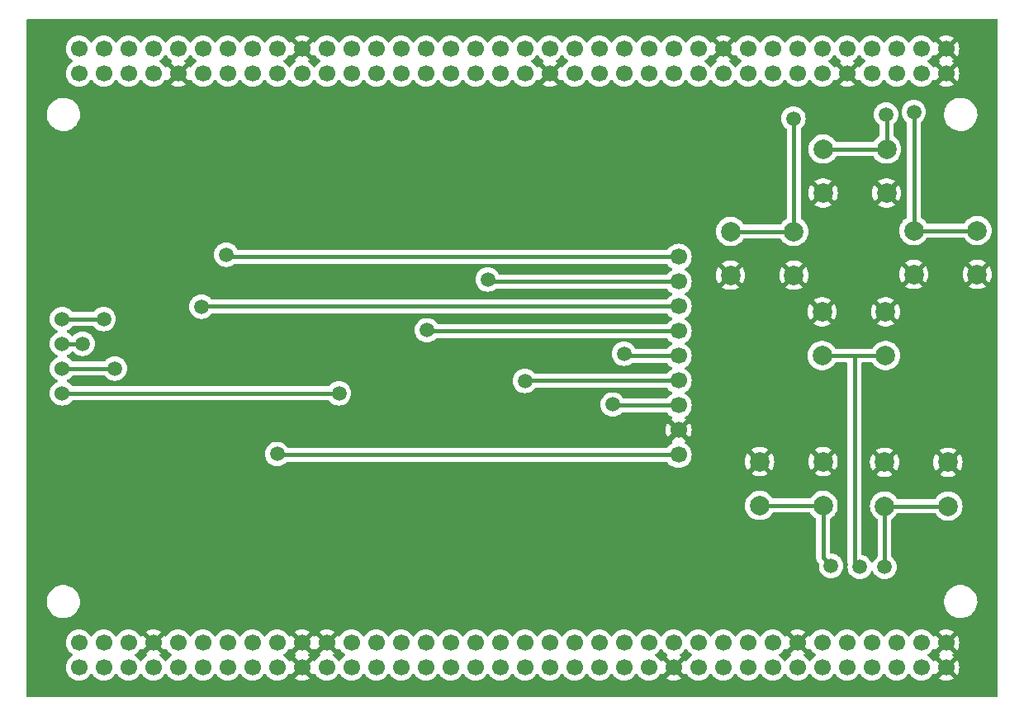
<source format=gbr>
G04 #@! TF.GenerationSoftware,KiCad,Pcbnew,7.0.1*
G04 #@! TF.CreationDate,2023-04-21T07:06:54+02:00*
G04 #@! TF.ProjectId,nucleo144 and 2.2 ILI9341 lcd SPI,6e75636c-656f-4313-9434-20616e642032,rev?*
G04 #@! TF.SameCoordinates,PX6d01460PY7c06000*
G04 #@! TF.FileFunction,Copper,L2,Bot*
G04 #@! TF.FilePolarity,Positive*
%FSLAX46Y46*%
G04 Gerber Fmt 4.6, Leading zero omitted, Abs format (unit mm)*
G04 Created by KiCad (PCBNEW 7.0.1) date 2023-04-21 07:06:54*
%MOMM*%
%LPD*%
G01*
G04 APERTURE LIST*
G04 #@! TA.AperFunction,ComponentPad*
%ADD10C,1.700000*%
G04 #@! TD*
G04 #@! TA.AperFunction,ComponentPad*
%ADD11C,1.524000*%
G04 #@! TD*
G04 #@! TA.AperFunction,ComponentPad*
%ADD12C,2.000000*%
G04 #@! TD*
G04 #@! TA.AperFunction,ViaPad*
%ADD13C,1.500000*%
G04 #@! TD*
G04 #@! TA.AperFunction,Conductor*
%ADD14C,0.400000*%
G04 #@! TD*
G04 APERTURE END LIST*
D10*
G04 #@! TO.P,TFT1,1,VCC*
G04 #@! TO.N,5V*
X67065000Y25051000D03*
G04 #@! TO.P,TFT1,2,GND*
G04 #@! TO.N,GND*
X67065000Y27591000D03*
G04 #@! TO.P,TFT1,3,CS*
G04 #@! TO.N,LCD_CS*
X67065000Y30131000D03*
G04 #@! TO.P,TFT1,4,RESET*
G04 #@! TO.N,LCD_RST*
X67065000Y32671000D03*
G04 #@! TO.P,TFT1,5,D/C*
G04 #@! TO.N,LCD_RS*
X67065000Y35211000D03*
G04 #@! TO.P,TFT1,6,MOSI*
G04 #@! TO.N,SPI_MOSI*
X67065000Y37751000D03*
G04 #@! TO.P,TFT1,7,SCK*
G04 #@! TO.N,SPI_CLK*
X67065000Y40291000D03*
G04 #@! TO.P,TFT1,8,LED*
G04 #@! TO.N,LCD_BL*
X67065000Y42831000D03*
G04 #@! TO.P,TFT1,9,MISO*
G04 #@! TO.N,SPI_MISO*
X67065000Y45371000D03*
D11*
G04 #@! TO.P,TFT1,10,SD_CS*
G04 #@! TO.N,SD_CS*
X3865000Y31385000D03*
G04 #@! TO.P,TFT1,11,SD_MOSI*
G04 #@! TO.N,SD_MOSI*
X3865000Y33925000D03*
G04 #@! TO.P,TFT1,12,SD_MISO*
G04 #@! TO.N,SD_MISO*
X3865000Y36465000D03*
G04 #@! TO.P,TFT1,13,SD_SCK*
G04 #@! TO.N,SD_CLK*
X3865000Y39005000D03*
G04 #@! TD*
D10*
G04 #@! TO.P,U1,1,PC10*
G04 #@! TO.N,SD_CLK*
X5600000Y3240000D03*
G04 #@! TO.P,U1,2,PC11*
G04 #@! TO.N,SD_MISO*
X5600000Y5780000D03*
G04 #@! TO.P,U1,3,PC12*
G04 #@! TO.N,SD_MOSI*
X8140000Y3240000D03*
G04 #@! TO.P,U1,4,PD2*
G04 #@! TO.N,unconnected-(U1-PD2-Pad4)*
X8140000Y5780000D03*
G04 #@! TO.P,U1,5,VDD*
G04 #@! TO.N,unconnected-(U1-VDD-Pad5)*
X10680000Y3240000D03*
G04 #@! TO.P,U1,6,E5V*
G04 #@! TO.N,unconnected-(U1-E5V-Pad6)*
X10680000Y5780000D03*
G04 #@! TO.P,U1,7,~{BOOT0}*
G04 #@! TO.N,unconnected-(U1-~{BOOT0}-Pad7)*
X13220000Y3240000D03*
G04 #@! TO.P,U1,8,GND*
G04 #@! TO.N,GND*
X13220000Y5780000D03*
G04 #@! TO.P,U1,9,PF6*
G04 #@! TO.N,unconnected-(U1-PF6-Pad9)*
X15760000Y3240000D03*
G04 #@! TO.P,U1,10,NC*
G04 #@! TO.N,unconnected-(U1-NC-Pad10)*
X15760000Y5780000D03*
G04 #@! TO.P,U1,11,PF7*
G04 #@! TO.N,unconnected-(U1-PF7-Pad11)*
X18300000Y3240000D03*
G04 #@! TO.P,U1,12,IOREF*
G04 #@! TO.N,unconnected-(U1-IOREF-Pad12)*
X18300000Y5780000D03*
G04 #@! TO.P,U1,13,TMS/PA13*
G04 #@! TO.N,unconnected-(U1-TMS{slash}PA13-Pad13)*
X20840000Y3240000D03*
G04 #@! TO.P,U1,14,~{RST}*
G04 #@! TO.N,unconnected-(U1-~{RST}-Pad14)*
X20840000Y5780000D03*
G04 #@! TO.P,U1,15,TCK/PA14*
G04 #@! TO.N,unconnected-(U1-TCK{slash}PA14-Pad15)*
X23380000Y3240000D03*
G04 #@! TO.P,U1,16,+3V3*
G04 #@! TO.N,unconnected-(U1-+3V3-Pad16)*
X23380000Y5780000D03*
G04 #@! TO.P,U1,17,PA15*
G04 #@! TO.N,unconnected-(U1-PA15-Pad17)*
X25920000Y3240000D03*
G04 #@! TO.P,U1,18,+5V*
G04 #@! TO.N,5V*
X25920000Y5780000D03*
G04 #@! TO.P,U1,19,GND*
G04 #@! TO.N,GND*
X28460000Y3240000D03*
G04 #@! TO.P,U1,20,GND*
X28460000Y5780000D03*
G04 #@! TO.P,U1,21,LD2/PB7*
G04 #@! TO.N,unconnected-(U1-LD2{slash}PB7-Pad21)*
X31000000Y3240000D03*
G04 #@! TO.P,U1,22,GND*
G04 #@! TO.N,GND*
X31000000Y5780000D03*
G04 #@! TO.P,U1,23,BT/PC13*
G04 #@! TO.N,unconnected-(U1-BT{slash}PC13-Pad23)*
X33540000Y3240000D03*
G04 #@! TO.P,U1,24,VIN*
G04 #@! TO.N,unconnected-(U1-VIN-Pad24)*
X33540000Y5780000D03*
G04 #@! TO.P,U1,25,RTC_CRYSTAL/PC14*
G04 #@! TO.N,unconnected-(U1-RTC_CRYSTAL{slash}PC14-Pad25)*
X36080000Y3240000D03*
G04 #@! TO.P,U1,26,NC*
G04 #@! TO.N,unconnected-(U1-NC-Pad26)*
X36080000Y5780000D03*
G04 #@! TO.P,U1,27,RTC_CRYSTAL/PC15*
G04 #@! TO.N,unconnected-(U1-RTC_CRYSTAL{slash}PC15-Pad27)*
X38620000Y3240000D03*
G04 #@! TO.P,U1,28,ETH_REF_CLK/PA0*
G04 #@! TO.N,unconnected-(U1-ETH_REF_CLK{slash}PA0-Pad28)*
X38620000Y5780000D03*
G04 #@! TO.P,U1,29,PH0*
G04 #@! TO.N,unconnected-(U1-PH0-Pad29)*
X41160000Y3240000D03*
G04 #@! TO.P,U1,30,ETH_MDIO/PA1*
G04 #@! TO.N,unconnected-(U1-ETH_MDIO{slash}PA1-Pad30)*
X41160000Y5780000D03*
G04 #@! TO.P,U1,31,PH1*
G04 #@! TO.N,unconnected-(U1-PH1-Pad31)*
X43700000Y3240000D03*
G04 #@! TO.P,U1,32,PA4*
G04 #@! TO.N,unconnected-(U1-PA4-Pad32)*
X43700000Y5780000D03*
G04 #@! TO.P,U1,33,VBAT*
G04 #@! TO.N,unconnected-(U1-VBAT-Pad33)*
X46240000Y3240000D03*
G04 #@! TO.P,U1,34,PB0*
G04 #@! TO.N,unconnected-(U1-PB0-Pad34)*
X46240000Y5780000D03*
G04 #@! TO.P,U1,35,PC2*
G04 #@! TO.N,LCD_BL*
X48780000Y3240000D03*
G04 #@! TO.P,U1,36,ETH_MDC/PC1*
G04 #@! TO.N,unconnected-(U1-ETH_MDC{slash}PC1-Pad36)*
X48780000Y5780000D03*
G04 #@! TO.P,U1,37,PC3*
G04 #@! TO.N,PEN*
X51320000Y3240000D03*
G04 #@! TO.P,U1,38,PC0*
G04 #@! TO.N,LCD_RST*
X51320000Y5780000D03*
G04 #@! TO.P,U1,39,PD4*
G04 #@! TO.N,LCD_RD*
X53860000Y3240000D03*
G04 #@! TO.P,U1,40,PD3*
G04 #@! TO.N,unconnected-(U1-PD3-Pad40)*
X53860000Y5780000D03*
G04 #@! TO.P,U1,41,PD5*
G04 #@! TO.N,LCD_WR*
X56400000Y3240000D03*
G04 #@! TO.P,U1,42,PG2*
G04 #@! TO.N,unconnected-(U1-PG2-Pad42)*
X56400000Y5780000D03*
G04 #@! TO.P,U1,43,PD6*
G04 #@! TO.N,unconnected-(U1-PD6-Pad43)*
X58940000Y3240000D03*
G04 #@! TO.P,U1,44,PG3*
G04 #@! TO.N,unconnected-(U1-PG3-Pad44)*
X58940000Y5780000D03*
G04 #@! TO.P,U1,45,PD7*
G04 #@! TO.N,LCD_CS*
X61480000Y3240000D03*
G04 #@! TO.P,U1,46,PE2*
G04 #@! TO.N,unconnected-(U1-PE2-Pad46)*
X61480000Y5780000D03*
G04 #@! TO.P,U1,47,PE3*
G04 #@! TO.N,unconnected-(U1-PE3-Pad47)*
X64020000Y3240000D03*
G04 #@! TO.P,U1,48,PE4*
G04 #@! TO.N,unconnected-(U1-PE4-Pad48)*
X64020000Y5780000D03*
G04 #@! TO.P,U1,49,GND*
G04 #@! TO.N,GND*
X66560000Y3240000D03*
G04 #@! TO.P,U1,50,PE5*
G04 #@! TO.N,unconnected-(U1-PE5-Pad50)*
X66560000Y5780000D03*
G04 #@! TO.P,U1,51,PF1*
G04 #@! TO.N,unconnected-(U1-PF1-Pad51)*
X69100000Y3240000D03*
G04 #@! TO.P,U1,52,PF2*
G04 #@! TO.N,unconnected-(U1-PF2-Pad52)*
X69100000Y5780000D03*
G04 #@! TO.P,U1,53,PF0*
G04 #@! TO.N,unconnected-(U1-PF0-Pad53)*
X71640000Y3240000D03*
G04 #@! TO.P,U1,54,PF8*
G04 #@! TO.N,unconnected-(U1-PF8-Pad54)*
X71640000Y5780000D03*
G04 #@! TO.P,U1,55,PD1*
G04 #@! TO.N,D3*
X74180000Y3240000D03*
G04 #@! TO.P,U1,56,PF9*
G04 #@! TO.N,unconnected-(U1-PF9-Pad56)*
X74180000Y5780000D03*
G04 #@! TO.P,U1,57,PD0*
G04 #@! TO.N,D2*
X76720000Y3240000D03*
G04 #@! TO.P,U1,58,PG1*
G04 #@! TO.N,unconnected-(U1-PG1-Pad58)*
X76720000Y5780000D03*
G04 #@! TO.P,U1,59,PG0*
G04 #@! TO.N,unconnected-(U1-PG0-Pad59)*
X79260000Y3240000D03*
G04 #@! TO.P,U1,60,GND*
G04 #@! TO.N,GND*
X79260000Y5780000D03*
G04 #@! TO.P,U1,61,PE1*
G04 #@! TO.N,unconnected-(U1-PE1-Pad61)*
X81800000Y3240000D03*
G04 #@! TO.P,U1,62,PE6*
G04 #@! TO.N,unconnected-(U1-PE6-Pad62)*
X81800000Y5780000D03*
G04 #@! TO.P,U1,63,PG9*
G04 #@! TO.N,sw3*
X84340000Y3240000D03*
G04 #@! TO.P,U1,64,PG15*
G04 #@! TO.N,unconnected-(U1-PG15-Pad64)*
X84340000Y5780000D03*
G04 #@! TO.P,U1,65,PG12*
G04 #@! TO.N,sw5*
X86880000Y3240000D03*
G04 #@! TO.P,U1,66,PG10*
G04 #@! TO.N,sw4*
X86880000Y5780000D03*
G04 #@! TO.P,U1,67,NC*
G04 #@! TO.N,unconnected-(U1-NC-Pad67)*
X89420000Y3240000D03*
G04 #@! TO.P,U1,68,PG13/ETH_TXD0*
G04 #@! TO.N,unconnected-(U1-PG13{slash}ETH_TXD0-Pad68)*
X89420000Y5780000D03*
G04 #@! TO.P,U1,69,STLINK_RX/PD9*
G04 #@! TO.N,D14*
X91960000Y3240000D03*
G04 #@! TO.P,U1,70,PG11/ETH_TX_EN*
G04 #@! TO.N,unconnected-(U1-PG11{slash}ETH_TX_EN-Pad70)*
X91960000Y5780000D03*
G04 #@! TO.P,U1,71,GND*
G04 #@! TO.N,GND*
X94500000Y3240000D03*
G04 #@! TO.P,U1,72,GND*
X94500000Y5780000D03*
G04 #@! TO.P,U1,73,PC9*
G04 #@! TO.N,unconnected-(U1-PC9-Pad73)*
X5600000Y64200000D03*
G04 #@! TO.P,U1,74,PC8*
G04 #@! TO.N,unconnected-(U1-PC8-Pad74)*
X5600000Y66740000D03*
G04 #@! TO.P,U1,75,PB8*
G04 #@! TO.N,unconnected-(U1-PB8-Pad75)*
X8140000Y64200000D03*
G04 #@! TO.P,U1,76,PC6*
G04 #@! TO.N,unconnected-(U1-PC6-Pad76)*
X8140000Y66740000D03*
G04 #@! TO.P,U1,77,PB9*
G04 #@! TO.N,unconnected-(U1-PB9-Pad77)*
X10680000Y64200000D03*
G04 #@! TO.P,U1,78,ETH_RXD1/PC5*
G04 #@! TO.N,unconnected-(U1-ETH_RXD1{slash}PC5-Pad78)*
X10680000Y66740000D03*
G04 #@! TO.P,U1,79,AVDD*
G04 #@! TO.N,unconnected-(U1-AVDD-Pad79)*
X13220000Y64200000D03*
G04 #@! TO.P,U1,80,U5V*
G04 #@! TO.N,unconnected-(U1-U5V-Pad80)*
X13220000Y66740000D03*
G04 #@! TO.P,U1,81,GND*
G04 #@! TO.N,GND*
X15760000Y64200000D03*
G04 #@! TO.P,U1,82,STLINK_TX/PD8*
G04 #@! TO.N,D13*
X15760000Y66740000D03*
G04 #@! TO.P,U1,83,PA5*
G04 #@! TO.N,SPI_CLK*
X18300000Y64200000D03*
G04 #@! TO.P,U1,84,USB_DP/PA12*
G04 #@! TO.N,unconnected-(U1-USB_DP{slash}PA12-Pad84)*
X18300000Y66740000D03*
G04 #@! TO.P,U1,85,PA6*
G04 #@! TO.N,SPI_MISO*
X20840000Y64200000D03*
G04 #@! TO.P,U1,86,USB_DM/PA11*
G04 #@! TO.N,unconnected-(U1-USB_DM{slash}PA11-Pad86)*
X20840000Y66740000D03*
G04 #@! TO.P,U1,87,ETH_CRS_DV/PA7*
G04 #@! TO.N,unconnected-(U1-ETH_CRS_DV{slash}PA7-Pad87)*
X23380000Y64200000D03*
G04 #@! TO.P,U1,88,PB12*
G04 #@! TO.N,unconnected-(U1-PB12-Pad88)*
X23380000Y66740000D03*
G04 #@! TO.P,U1,89,PB6*
G04 #@! TO.N,unconnected-(U1-PB6-Pad89)*
X25920000Y64200000D03*
G04 #@! TO.P,U1,90,PB11*
G04 #@! TO.N,unconnected-(U1-PB11-Pad90)*
X25920000Y66740000D03*
G04 #@! TO.P,U1,91,PC7*
G04 #@! TO.N,unconnected-(U1-PC7-Pad91)*
X28460000Y64200000D03*
G04 #@! TO.P,U1,92,GND*
G04 #@! TO.N,GND*
X28460000Y66740000D03*
G04 #@! TO.P,U1,93,USB_VBUS/PA9*
G04 #@! TO.N,unconnected-(U1-USB_VBUS{slash}PA9-Pad93)*
X31000000Y64200000D03*
G04 #@! TO.P,U1,94,PB2*
G04 #@! TO.N,SD_CS*
X31000000Y66740000D03*
G04 #@! TO.P,U1,95,USB_SOF/PA8*
G04 #@! TO.N,unconnected-(U1-USB_SOF{slash}PA8-Pad95)*
X33540000Y64200000D03*
G04 #@! TO.P,U1,96,PB1*
G04 #@! TO.N,F_CS*
X33540000Y66740000D03*
G04 #@! TO.P,U1,97,PB10*
G04 #@! TO.N,unconnected-(U1-PB10-Pad97)*
X36080000Y64200000D03*
G04 #@! TO.P,U1,98,PB15*
G04 #@! TO.N,unconnected-(U1-PB15-Pad98)*
X36080000Y66740000D03*
G04 #@! TO.P,U1,99,PB4*
G04 #@! TO.N,unconnected-(U1-PB4-Pad99)*
X38620000Y64200000D03*
G04 #@! TO.P,U1,100,LD3/PB14*
G04 #@! TO.N,unconnected-(U1-LD3{slash}PB14-Pad100)*
X38620000Y66740000D03*
G04 #@! TO.P,U1,101,PB5*
G04 #@! TO.N,SPI_MOSI*
X41160000Y64200000D03*
G04 #@! TO.P,U1,102,ETH_TXD1/PB13*
G04 #@! TO.N,unconnected-(U1-ETH_TXD1{slash}PB13-Pad102)*
X41160000Y66740000D03*
G04 #@! TO.P,U1,103,SWO/PB3*
G04 #@! TO.N,unconnected-(U1-SWO{slash}PB3-Pad103)*
X43700000Y64200000D03*
G04 #@! TO.P,U1,104,AGND*
G04 #@! TO.N,unconnected-(U1-AGND-Pad104)*
X43700000Y66740000D03*
G04 #@! TO.P,U1,105,USB_ID/PA10*
G04 #@! TO.N,unconnected-(U1-USB_ID{slash}PA10-Pad105)*
X46240000Y64200000D03*
G04 #@! TO.P,U1,106,ETH_RXD0/PC4*
G04 #@! TO.N,unconnected-(U1-ETH_RXD0{slash}PC4-Pad106)*
X46240000Y66740000D03*
G04 #@! TO.P,U1,107,PA2*
G04 #@! TO.N,unconnected-(U1-PA2-Pad107)*
X48780000Y64200000D03*
G04 #@! TO.P,U1,108,PF5*
G04 #@! TO.N,unconnected-(U1-PF5-Pad108)*
X48780000Y66740000D03*
G04 #@! TO.P,U1,109,PA3*
G04 #@! TO.N,T_CS*
X51320000Y64200000D03*
G04 #@! TO.P,U1,110,PF4*
G04 #@! TO.N,unconnected-(U1-PF4-Pad110)*
X51320000Y66740000D03*
G04 #@! TO.P,U1,111,GND*
G04 #@! TO.N,GND*
X53860000Y64200000D03*
G04 #@! TO.P,U1,112,PE8*
G04 #@! TO.N,D5*
X53860000Y66740000D03*
G04 #@! TO.P,U1,113,PD13*
G04 #@! TO.N,unconnected-(U1-PD13-Pad113)*
X56400000Y64200000D03*
G04 #@! TO.P,U1,114,PF10*
G04 #@! TO.N,unconnected-(U1-PF10-Pad114)*
X56400000Y66740000D03*
G04 #@! TO.P,U1,115,PD12*
G04 #@! TO.N,unconnected-(U1-PD12-Pad115)*
X58940000Y64200000D03*
G04 #@! TO.P,U1,116,PE7*
G04 #@! TO.N,D4*
X58940000Y66740000D03*
G04 #@! TO.P,U1,117,PD11*
G04 #@! TO.N,LCD_RS*
X61480000Y64200000D03*
G04 #@! TO.P,U1,118,PD14*
G04 #@! TO.N,D0*
X61480000Y66740000D03*
G04 #@! TO.P,U1,119,PE10*
G04 #@! TO.N,D7*
X64020000Y64200000D03*
G04 #@! TO.P,U1,120,PD15*
G04 #@! TO.N,D1*
X64020000Y66740000D03*
G04 #@! TO.P,U1,121,PE12*
G04 #@! TO.N,D9*
X66560000Y64200000D03*
G04 #@! TO.P,U1,122,PF14*
G04 #@! TO.N,unconnected-(U1-PF14-Pad122)*
X66560000Y66740000D03*
G04 #@! TO.P,U1,123,PE14*
G04 #@! TO.N,D11*
X69100000Y64200000D03*
G04 #@! TO.P,U1,124,PE9*
G04 #@! TO.N,D6*
X69100000Y66740000D03*
G04 #@! TO.P,U1,125,PE15*
G04 #@! TO.N,D12*
X71640000Y64200000D03*
G04 #@! TO.P,U1,126,GND*
G04 #@! TO.N,GND*
X71640000Y66740000D03*
G04 #@! TO.P,U1,127,PE13*
G04 #@! TO.N,D10*
X74180000Y64200000D03*
G04 #@! TO.P,U1,128,PE11*
G04 #@! TO.N,D8*
X74180000Y66740000D03*
G04 #@! TO.P,U1,129,PF13*
G04 #@! TO.N,unconnected-(U1-PF13-Pad129)*
X76720000Y64200000D03*
G04 #@! TO.P,U1,130,PF3*
G04 #@! TO.N,unconnected-(U1-PF3-Pad130)*
X76720000Y66740000D03*
G04 #@! TO.P,U1,131,PF12*
G04 #@! TO.N,unconnected-(U1-PF12-Pad131)*
X79260000Y64200000D03*
G04 #@! TO.P,U1,132,PF15*
G04 #@! TO.N,unconnected-(U1-PF15-Pad132)*
X79260000Y66740000D03*
G04 #@! TO.P,U1,133,PG14*
G04 #@! TO.N,sw6*
X81800000Y64200000D03*
G04 #@! TO.P,U1,134,PF11*
G04 #@! TO.N,unconnected-(U1-PF11-Pad134)*
X81800000Y66740000D03*
G04 #@! TO.P,U1,135,GND*
G04 #@! TO.N,GND*
X84340000Y64200000D03*
G04 #@! TO.P,U1,136,PE0*
G04 #@! TO.N,unconnected-(U1-PE0-Pad136)*
X84340000Y66740000D03*
G04 #@! TO.P,U1,137,PD10*
G04 #@! TO.N,D15*
X86880000Y64200000D03*
G04 #@! TO.P,U1,138,PG8*
G04 #@! TO.N,sw2*
X86880000Y66740000D03*
G04 #@! TO.P,U1,139,PG7/USB_GPIO_IN*
G04 #@! TO.N,unconnected-(U1-PG7{slash}USB_GPIO_IN-Pad139)*
X89420000Y64200000D03*
G04 #@! TO.P,U1,140,PG5*
G04 #@! TO.N,sw1*
X89420000Y66740000D03*
G04 #@! TO.P,U1,141,PG4*
G04 #@! TO.N,unconnected-(U1-PG4-Pad141)*
X91960000Y64200000D03*
G04 #@! TO.P,U1,142,PG6/USB_GPIO_OUT*
G04 #@! TO.N,unconnected-(U1-PG6{slash}USB_GPIO_OUT-Pad142)*
X91960000Y66740000D03*
G04 #@! TO.P,U1,143,GND*
G04 #@! TO.N,GND*
X94500000Y64200000D03*
G04 #@! TO.P,U1,144,GND*
X94500000Y66740000D03*
G04 #@! TD*
D12*
G04 #@! TO.P,SW2,1,1*
G04 #@! TO.N,sw2*
X81892000Y56438800D03*
X88392000Y56438800D03*
G04 #@! TO.P,SW2,2,2*
G04 #@! TO.N,GND*
X81892000Y51938800D03*
X88392000Y51938800D03*
G04 #@! TD*
G04 #@! TO.P,SW4,1,1*
G04 #@! TO.N,sw4*
X88289200Y35240400D03*
X81789200Y35240400D03*
G04 #@! TO.P,SW4,2,2*
G04 #@! TO.N,GND*
X88289200Y39740400D03*
X81789200Y39740400D03*
G04 #@! TD*
G04 #@! TO.P,SW5,1,1*
G04 #@! TO.N,sw5*
X94690000Y19797200D03*
X88190000Y19797200D03*
G04 #@! TO.P,SW5,2,2*
G04 #@! TO.N,GND*
X94690000Y24297200D03*
X88190000Y24297200D03*
G04 #@! TD*
G04 #@! TO.P,SW3,1,1*
G04 #@! TO.N,sw3*
X81887200Y19862800D03*
X75387200Y19862800D03*
G04 #@! TO.P,SW3,2,2*
G04 #@! TO.N,GND*
X81887200Y24362800D03*
X75387200Y24362800D03*
G04 #@! TD*
G04 #@! TO.P,SW1,1,1*
G04 #@! TO.N,sw1*
X91187200Y48071600D03*
X97687200Y48071600D03*
G04 #@! TO.P,SW1,2,2*
G04 #@! TO.N,GND*
X91187200Y43571600D03*
X97687200Y43571600D03*
G04 #@! TD*
G04 #@! TO.P,SW6,1,1*
G04 #@! TO.N,sw6*
X72392400Y47984800D03*
X78892400Y47984800D03*
G04 #@! TO.P,SW6,2,2*
G04 #@! TO.N,GND*
X72392400Y43484800D03*
X78892400Y43484800D03*
G04 #@! TD*
D13*
G04 #@! TO.N,5V*
X25908000Y25146000D03*
G04 #@! TO.N,LCD_CS*
X60325000Y30226000D03*
G04 #@! TO.N,LCD_RST*
X51308000Y32639000D03*
G04 #@! TO.N,sw1*
X91186000Y60248800D03*
G04 #@! TO.N,sw2*
X88341200Y59994800D03*
G04 #@! TO.N,sw6*
X78841600Y59588400D03*
G04 #@! TO.N,LCD_RS*
X61468000Y35433000D03*
G04 #@! TO.N,sw4*
X85648800Y13563600D03*
G04 #@! TO.N,LCD_BL*
X47498000Y43053000D03*
G04 #@! TO.N,sw5*
X88188800Y13563600D03*
G04 #@! TO.N,sw3*
X82702400Y13665200D03*
G04 #@! TO.N,SPI_MISO*
X20701000Y45593000D03*
G04 #@! TO.N,SPI_MOSI*
X41275000Y37846000D03*
G04 #@! TO.N,SPI_CLK*
X18161000Y40259000D03*
G04 #@! TO.N,SD_CS*
X32258000Y31369000D03*
G04 #@! TO.N,SD_MOSI*
X9271000Y33909000D03*
G04 #@! TO.N,SD_CLK*
X8128000Y38989000D03*
G04 #@! TO.N,SD_MISO*
X5969000Y36449000D03*
G04 #@! TD*
D14*
G04 #@! TO.N,5V*
X67065000Y25051000D02*
X26003000Y25051000D01*
X26003000Y25051000D02*
X25908000Y25146000D01*
G04 #@! TO.N,LCD_CS*
X67065000Y30131000D02*
X60420000Y30131000D01*
X60420000Y30131000D02*
X60325000Y30226000D01*
G04 #@! TO.N,LCD_RST*
X67065000Y32671000D02*
X51340000Y32671000D01*
X51340000Y32671000D02*
X51308000Y32639000D01*
G04 #@! TO.N,sw1*
X91187200Y60247600D02*
X91186000Y60248800D01*
X91187200Y48071600D02*
X91187200Y60247600D01*
X97687200Y48071600D02*
X91187200Y48071600D01*
G04 #@! TO.N,sw2*
X88392000Y59944000D02*
X88341200Y59994800D01*
X88392000Y56438800D02*
X81892000Y56438800D01*
X88392000Y56438800D02*
X88392000Y59944000D01*
G04 #@! TO.N,sw6*
X78892400Y59537600D02*
X78841600Y59588400D01*
X78892400Y47984800D02*
X78892400Y59537600D01*
X72392400Y47984800D02*
X78892400Y47984800D01*
G04 #@! TO.N,LCD_RS*
X67065000Y35211000D02*
X61690000Y35211000D01*
X61690000Y35211000D02*
X61468000Y35433000D01*
G04 #@! TO.N,sw4*
X85090000Y35240400D02*
X81789200Y35240400D01*
X85090000Y14122400D02*
X85648800Y13563600D01*
X85090000Y35240400D02*
X85090000Y14122400D01*
X88289200Y35240400D02*
X85090000Y35240400D01*
G04 #@! TO.N,LCD_BL*
X47720000Y42831000D02*
X47498000Y43053000D01*
X67065000Y42831000D02*
X47720000Y42831000D01*
G04 #@! TO.N,sw5*
X88190000Y13564800D02*
X88188800Y13563600D01*
X88190000Y19797200D02*
X88190000Y13564800D01*
X94690000Y19797200D02*
X88190000Y19797200D01*
G04 #@! TO.N,sw3*
X81887200Y19862800D02*
X81887200Y14480400D01*
X81887200Y14480400D02*
X82702400Y13665200D01*
X75387200Y19862800D02*
X81887200Y19862800D01*
G04 #@! TO.N,SPI_MISO*
X20923000Y45371000D02*
X20701000Y45593000D01*
X67065000Y45371000D02*
X20923000Y45371000D01*
G04 #@! TO.N,SPI_MOSI*
X67065000Y37751000D02*
X41370000Y37751000D01*
X41370000Y37751000D02*
X41275000Y37846000D01*
G04 #@! TO.N,SPI_CLK*
X18193000Y40291000D02*
X18161000Y40259000D01*
X67065000Y40291000D02*
X18193000Y40291000D01*
G04 #@! TO.N,SD_CS*
X3865000Y31385000D02*
X32242000Y31385000D01*
X32242000Y31385000D02*
X32258000Y31369000D01*
G04 #@! TO.N,SD_MOSI*
X9255000Y33925000D02*
X9271000Y33909000D01*
X3865000Y33925000D02*
X9255000Y33925000D01*
G04 #@! TO.N,SD_CLK*
X8112000Y39005000D02*
X8128000Y38989000D01*
X3865000Y39005000D02*
X8112000Y39005000D01*
G04 #@! TO.N,SD_MISO*
X5953000Y36465000D02*
X5969000Y36449000D01*
X3865000Y36465000D02*
X5953000Y36465000D01*
G04 #@! TD*
G04 #@! TA.AperFunction,Conductor*
G04 #@! TO.N,GND*
G36*
X99737500Y69782887D02*
G01*
X99782887Y69737500D01*
X99799500Y69675500D01*
X99799500Y324500D01*
X99782887Y262500D01*
X99737500Y217113D01*
X99675500Y200500D01*
X324500Y200500D01*
X262500Y217113D01*
X217113Y262500D01*
X200500Y324500D01*
X200500Y3240001D01*
X4244340Y3240001D01*
X4264936Y3004593D01*
X4296593Y2886447D01*
X4326097Y2776337D01*
X4425965Y2562170D01*
X4561505Y2368599D01*
X4728599Y2201505D01*
X4922170Y2065965D01*
X5136337Y1966097D01*
X5364592Y1904937D01*
X5600000Y1884341D01*
X5835408Y1904937D01*
X6063663Y1966097D01*
X6277830Y2065965D01*
X6471401Y2201505D01*
X6638495Y2368599D01*
X6768426Y2554161D01*
X6812743Y2593025D01*
X6870000Y2607036D01*
X6927257Y2593025D01*
X6971573Y2554161D01*
X7101505Y2368599D01*
X7268599Y2201505D01*
X7462170Y2065965D01*
X7676337Y1966097D01*
X7904592Y1904937D01*
X8140000Y1884341D01*
X8375408Y1904937D01*
X8603663Y1966097D01*
X8817830Y2065965D01*
X9011401Y2201505D01*
X9178495Y2368599D01*
X9308426Y2554161D01*
X9352743Y2593025D01*
X9410000Y2607036D01*
X9467257Y2593025D01*
X9511573Y2554161D01*
X9641505Y2368599D01*
X9808599Y2201505D01*
X10002170Y2065965D01*
X10216337Y1966097D01*
X10444592Y1904937D01*
X10680000Y1884341D01*
X10915408Y1904937D01*
X11143663Y1966097D01*
X11357830Y2065965D01*
X11551401Y2201505D01*
X11718495Y2368599D01*
X11848426Y2554161D01*
X11892743Y2593025D01*
X11950000Y2607036D01*
X12007257Y2593025D01*
X12051573Y2554161D01*
X12181505Y2368599D01*
X12348599Y2201505D01*
X12542170Y2065965D01*
X12756337Y1966097D01*
X12984592Y1904937D01*
X13220000Y1884341D01*
X13455408Y1904937D01*
X13683663Y1966097D01*
X13897830Y2065965D01*
X14091401Y2201505D01*
X14258495Y2368599D01*
X14388426Y2554161D01*
X14432743Y2593025D01*
X14490000Y2607036D01*
X14547257Y2593025D01*
X14591573Y2554161D01*
X14721505Y2368599D01*
X14888599Y2201505D01*
X15082170Y2065965D01*
X15296337Y1966097D01*
X15524592Y1904937D01*
X15760000Y1884341D01*
X15995408Y1904937D01*
X16223663Y1966097D01*
X16437830Y2065965D01*
X16631401Y2201505D01*
X16798495Y2368599D01*
X16928426Y2554161D01*
X16972743Y2593025D01*
X17030000Y2607036D01*
X17087257Y2593025D01*
X17131573Y2554161D01*
X17261505Y2368599D01*
X17428599Y2201505D01*
X17622170Y2065965D01*
X17836337Y1966097D01*
X18064592Y1904937D01*
X18300000Y1884341D01*
X18535408Y1904937D01*
X18763663Y1966097D01*
X18977830Y2065965D01*
X19171401Y2201505D01*
X19338495Y2368599D01*
X19468426Y2554161D01*
X19512743Y2593025D01*
X19570000Y2607036D01*
X19627257Y2593025D01*
X19671573Y2554161D01*
X19801505Y2368599D01*
X19968599Y2201505D01*
X20162170Y2065965D01*
X20376337Y1966097D01*
X20604592Y1904937D01*
X20840000Y1884341D01*
X21075408Y1904937D01*
X21303663Y1966097D01*
X21517830Y2065965D01*
X21711401Y2201505D01*
X21878495Y2368599D01*
X22008426Y2554161D01*
X22052743Y2593025D01*
X22110000Y2607036D01*
X22167257Y2593025D01*
X22211573Y2554161D01*
X22341505Y2368599D01*
X22508599Y2201505D01*
X22702170Y2065965D01*
X22916337Y1966097D01*
X23144592Y1904937D01*
X23380000Y1884341D01*
X23615408Y1904937D01*
X23843663Y1966097D01*
X24057830Y2065965D01*
X24251401Y2201505D01*
X24418495Y2368599D01*
X24548426Y2554161D01*
X24592743Y2593025D01*
X24650000Y2607036D01*
X24707257Y2593025D01*
X24751573Y2554161D01*
X24881505Y2368599D01*
X25048599Y2201505D01*
X25242170Y2065965D01*
X25456337Y1966097D01*
X25684592Y1904937D01*
X25920000Y1884341D01*
X26155408Y1904937D01*
X26383663Y1966097D01*
X26597830Y2065965D01*
X26682248Y2125075D01*
X27698625Y2125075D01*
X27782420Y2066401D01*
X27996507Y1966570D01*
X28224681Y1905431D01*
X28460000Y1884843D01*
X28695318Y1905431D01*
X28923492Y1966570D01*
X29137576Y2066400D01*
X29221373Y2125075D01*
X28460000Y2886447D01*
X27698625Y2125075D01*
X26682248Y2125075D01*
X26791401Y2201505D01*
X26958495Y2368599D01*
X27088732Y2554598D01*
X27133048Y2593461D01*
X27190305Y2607472D01*
X27247562Y2593461D01*
X27291880Y2554595D01*
X27345073Y2478627D01*
X28106447Y3239999D01*
X28106447Y3240000D01*
X28813553Y3240000D01*
X29574925Y2478627D01*
X29628119Y2554595D01*
X29672437Y2593461D01*
X29729694Y2607472D01*
X29786951Y2593461D01*
X29831267Y2554598D01*
X29961505Y2368599D01*
X30128599Y2201505D01*
X30322170Y2065965D01*
X30536337Y1966097D01*
X30764592Y1904937D01*
X31000000Y1884341D01*
X31235408Y1904937D01*
X31463663Y1966097D01*
X31677830Y2065965D01*
X31871401Y2201505D01*
X32038495Y2368599D01*
X32168426Y2554161D01*
X32212743Y2593025D01*
X32270000Y2607036D01*
X32327257Y2593025D01*
X32371573Y2554161D01*
X32501505Y2368599D01*
X32668599Y2201505D01*
X32862170Y2065965D01*
X33076337Y1966097D01*
X33304592Y1904937D01*
X33540000Y1884341D01*
X33775408Y1904937D01*
X34003663Y1966097D01*
X34217830Y2065965D01*
X34411401Y2201505D01*
X34578495Y2368599D01*
X34708426Y2554161D01*
X34752743Y2593025D01*
X34810000Y2607036D01*
X34867257Y2593025D01*
X34911573Y2554161D01*
X35041505Y2368599D01*
X35208599Y2201505D01*
X35402170Y2065965D01*
X35616337Y1966097D01*
X35844592Y1904937D01*
X36080000Y1884341D01*
X36315408Y1904937D01*
X36543663Y1966097D01*
X36757830Y2065965D01*
X36951401Y2201505D01*
X37118495Y2368599D01*
X37248426Y2554161D01*
X37292743Y2593025D01*
X37350000Y2607036D01*
X37407257Y2593025D01*
X37451573Y2554161D01*
X37581505Y2368599D01*
X37748599Y2201505D01*
X37942170Y2065965D01*
X38156337Y1966097D01*
X38384592Y1904937D01*
X38620000Y1884341D01*
X38855408Y1904937D01*
X39083663Y1966097D01*
X39297830Y2065965D01*
X39491401Y2201505D01*
X39658495Y2368599D01*
X39788426Y2554161D01*
X39832743Y2593025D01*
X39890000Y2607036D01*
X39947257Y2593025D01*
X39991573Y2554161D01*
X40121505Y2368599D01*
X40288599Y2201505D01*
X40482170Y2065965D01*
X40696337Y1966097D01*
X40924592Y1904937D01*
X41160000Y1884341D01*
X41395408Y1904937D01*
X41623663Y1966097D01*
X41837830Y2065965D01*
X42031401Y2201505D01*
X42198495Y2368599D01*
X42328426Y2554161D01*
X42372743Y2593025D01*
X42430000Y2607036D01*
X42487257Y2593025D01*
X42531573Y2554161D01*
X42661505Y2368599D01*
X42828599Y2201505D01*
X43022170Y2065965D01*
X43236337Y1966097D01*
X43464592Y1904937D01*
X43700000Y1884341D01*
X43935408Y1904937D01*
X44163663Y1966097D01*
X44377830Y2065965D01*
X44571401Y2201505D01*
X44738495Y2368599D01*
X44868426Y2554161D01*
X44912743Y2593025D01*
X44970000Y2607036D01*
X45027257Y2593025D01*
X45071573Y2554161D01*
X45201505Y2368599D01*
X45368599Y2201505D01*
X45562170Y2065965D01*
X45776337Y1966097D01*
X46004592Y1904937D01*
X46240000Y1884341D01*
X46475408Y1904937D01*
X46703663Y1966097D01*
X46917830Y2065965D01*
X47111401Y2201505D01*
X47278495Y2368599D01*
X47408426Y2554161D01*
X47452743Y2593025D01*
X47510000Y2607036D01*
X47567257Y2593025D01*
X47611573Y2554161D01*
X47741505Y2368599D01*
X47908599Y2201505D01*
X48102170Y2065965D01*
X48316337Y1966097D01*
X48544592Y1904937D01*
X48780000Y1884341D01*
X49015408Y1904937D01*
X49243663Y1966097D01*
X49457830Y2065965D01*
X49651401Y2201505D01*
X49818495Y2368599D01*
X49948426Y2554161D01*
X49992743Y2593025D01*
X50050000Y2607036D01*
X50107257Y2593025D01*
X50151573Y2554161D01*
X50281505Y2368599D01*
X50448599Y2201505D01*
X50642170Y2065965D01*
X50856337Y1966097D01*
X51084592Y1904937D01*
X51320000Y1884341D01*
X51555408Y1904937D01*
X51783663Y1966097D01*
X51997830Y2065965D01*
X52191401Y2201505D01*
X52358495Y2368599D01*
X52488426Y2554161D01*
X52532743Y2593025D01*
X52590000Y2607036D01*
X52647257Y2593025D01*
X52691573Y2554161D01*
X52821505Y2368599D01*
X52988599Y2201505D01*
X53182170Y2065965D01*
X53396337Y1966097D01*
X53624592Y1904937D01*
X53860000Y1884341D01*
X54095408Y1904937D01*
X54323663Y1966097D01*
X54537830Y2065965D01*
X54731401Y2201505D01*
X54898495Y2368599D01*
X55028426Y2554161D01*
X55072743Y2593025D01*
X55130000Y2607036D01*
X55187257Y2593025D01*
X55231573Y2554161D01*
X55361505Y2368599D01*
X55528599Y2201505D01*
X55722170Y2065965D01*
X55936337Y1966097D01*
X56164592Y1904937D01*
X56400000Y1884341D01*
X56635408Y1904937D01*
X56863663Y1966097D01*
X57077830Y2065965D01*
X57271401Y2201505D01*
X57438495Y2368599D01*
X57568426Y2554161D01*
X57612743Y2593025D01*
X57670000Y2607036D01*
X57727257Y2593025D01*
X57771573Y2554161D01*
X57901505Y2368599D01*
X58068599Y2201505D01*
X58262170Y2065965D01*
X58476337Y1966097D01*
X58704592Y1904937D01*
X58940000Y1884341D01*
X59175408Y1904937D01*
X59403663Y1966097D01*
X59617830Y2065965D01*
X59811401Y2201505D01*
X59978495Y2368599D01*
X60108426Y2554161D01*
X60152743Y2593025D01*
X60210000Y2607036D01*
X60267257Y2593025D01*
X60311573Y2554161D01*
X60441505Y2368599D01*
X60608599Y2201505D01*
X60802170Y2065965D01*
X61016337Y1966097D01*
X61244592Y1904937D01*
X61480000Y1884341D01*
X61715408Y1904937D01*
X61943663Y1966097D01*
X62157830Y2065965D01*
X62351401Y2201505D01*
X62518495Y2368599D01*
X62648426Y2554161D01*
X62692743Y2593025D01*
X62750000Y2607036D01*
X62807257Y2593025D01*
X62851573Y2554161D01*
X62981505Y2368599D01*
X63148599Y2201505D01*
X63342170Y2065965D01*
X63556337Y1966097D01*
X63784592Y1904937D01*
X64020000Y1884341D01*
X64255408Y1904937D01*
X64483663Y1966097D01*
X64697830Y2065965D01*
X64782248Y2125075D01*
X65798625Y2125075D01*
X65882420Y2066401D01*
X66096507Y1966570D01*
X66324681Y1905431D01*
X66560000Y1884843D01*
X66795318Y1905431D01*
X67023492Y1966570D01*
X67237576Y2066400D01*
X67321373Y2125075D01*
X66560000Y2886447D01*
X65798625Y2125075D01*
X64782248Y2125075D01*
X64891401Y2201505D01*
X65058495Y2368599D01*
X65188732Y2554598D01*
X65233048Y2593461D01*
X65290305Y2607472D01*
X65347562Y2593461D01*
X65391880Y2554595D01*
X65445073Y2478627D01*
X66206447Y3239999D01*
X66206447Y3240001D01*
X65445073Y4001374D01*
X65391881Y3925406D01*
X65347563Y3886540D01*
X65290306Y3872529D01*
X65233048Y3886540D01*
X65188730Y3925405D01*
X65058495Y4111401D01*
X64891401Y4278495D01*
X64705839Y4408427D01*
X64666974Y4452745D01*
X64652964Y4510001D01*
X64666975Y4567258D01*
X64705837Y4611572D01*
X64891401Y4741505D01*
X65058495Y4908599D01*
X65188426Y5094161D01*
X65232743Y5133025D01*
X65290000Y5147036D01*
X65347257Y5133025D01*
X65391573Y5094161D01*
X65521505Y4908599D01*
X65688599Y4741505D01*
X65874597Y4611268D01*
X65913460Y4566952D01*
X65927471Y4509694D01*
X65913460Y4452437D01*
X65874594Y4408119D01*
X65798626Y4354927D01*
X66560000Y3593553D01*
X66560001Y3593553D01*
X67321373Y4354927D01*
X67321373Y4354928D01*
X67245405Y4408120D01*
X67206539Y4452438D01*
X67192528Y4509695D01*
X67206539Y4566952D01*
X67245402Y4611268D01*
X67431401Y4741505D01*
X67598495Y4908599D01*
X67728426Y5094161D01*
X67772743Y5133025D01*
X67830000Y5147036D01*
X67887257Y5133025D01*
X67931573Y5094161D01*
X68061505Y4908599D01*
X68228599Y4741505D01*
X68414160Y4611574D01*
X68453024Y4567257D01*
X68467035Y4510000D01*
X68453024Y4452743D01*
X68414159Y4408425D01*
X68228595Y4278492D01*
X68061508Y4111405D01*
X68061507Y4111403D01*
X68061505Y4111401D01*
X67931271Y3925406D01*
X67931270Y3925405D01*
X67886952Y3886540D01*
X67829695Y3872529D01*
X67772438Y3886540D01*
X67728120Y3925405D01*
X67674925Y4001374D01*
X67674925Y4001375D01*
X66913553Y3240000D01*
X66913553Y3239999D01*
X67674925Y2478627D01*
X67728119Y2554595D01*
X67772437Y2593461D01*
X67829694Y2607472D01*
X67886951Y2593461D01*
X67931267Y2554598D01*
X68061505Y2368599D01*
X68228599Y2201505D01*
X68422170Y2065965D01*
X68636337Y1966097D01*
X68864592Y1904937D01*
X69100000Y1884341D01*
X69335408Y1904937D01*
X69563663Y1966097D01*
X69777830Y2065965D01*
X69971401Y2201505D01*
X70138495Y2368599D01*
X70268426Y2554161D01*
X70312743Y2593025D01*
X70370000Y2607036D01*
X70427257Y2593025D01*
X70471573Y2554161D01*
X70601505Y2368599D01*
X70768599Y2201505D01*
X70962170Y2065965D01*
X71176337Y1966097D01*
X71404592Y1904937D01*
X71640000Y1884341D01*
X71875408Y1904937D01*
X72103663Y1966097D01*
X72317830Y2065965D01*
X72511401Y2201505D01*
X72678495Y2368599D01*
X72808426Y2554161D01*
X72852743Y2593025D01*
X72910000Y2607036D01*
X72967257Y2593025D01*
X73011573Y2554161D01*
X73141505Y2368599D01*
X73308599Y2201505D01*
X73502170Y2065965D01*
X73716337Y1966097D01*
X73944592Y1904937D01*
X74180000Y1884341D01*
X74415408Y1904937D01*
X74643663Y1966097D01*
X74857830Y2065965D01*
X75051401Y2201505D01*
X75218495Y2368599D01*
X75348426Y2554161D01*
X75392743Y2593025D01*
X75450000Y2607036D01*
X75507257Y2593025D01*
X75551573Y2554161D01*
X75681505Y2368599D01*
X75848599Y2201505D01*
X76042170Y2065965D01*
X76256337Y1966097D01*
X76484592Y1904937D01*
X76720000Y1884341D01*
X76955408Y1904937D01*
X77183663Y1966097D01*
X77397830Y2065965D01*
X77591401Y2201505D01*
X77758495Y2368599D01*
X77888426Y2554161D01*
X77932743Y2593025D01*
X77990000Y2607036D01*
X78047257Y2593025D01*
X78091573Y2554161D01*
X78221505Y2368599D01*
X78388599Y2201505D01*
X78582170Y2065965D01*
X78796337Y1966097D01*
X79024592Y1904937D01*
X79260000Y1884341D01*
X79495408Y1904937D01*
X79723663Y1966097D01*
X79937830Y2065965D01*
X80131401Y2201505D01*
X80298495Y2368599D01*
X80428426Y2554161D01*
X80472743Y2593025D01*
X80530000Y2607036D01*
X80587257Y2593025D01*
X80631573Y2554161D01*
X80761505Y2368599D01*
X80928599Y2201505D01*
X81122170Y2065965D01*
X81336337Y1966097D01*
X81564592Y1904937D01*
X81800000Y1884341D01*
X82035408Y1904937D01*
X82263663Y1966097D01*
X82477830Y2065965D01*
X82671401Y2201505D01*
X82838495Y2368599D01*
X82968426Y2554161D01*
X83012743Y2593025D01*
X83070000Y2607036D01*
X83127257Y2593025D01*
X83171573Y2554161D01*
X83301505Y2368599D01*
X83468599Y2201505D01*
X83662170Y2065965D01*
X83876337Y1966097D01*
X84104592Y1904937D01*
X84340000Y1884341D01*
X84575408Y1904937D01*
X84803663Y1966097D01*
X85017830Y2065965D01*
X85211401Y2201505D01*
X85378495Y2368599D01*
X85508426Y2554161D01*
X85552743Y2593025D01*
X85610000Y2607036D01*
X85667257Y2593025D01*
X85711573Y2554161D01*
X85841505Y2368599D01*
X86008599Y2201505D01*
X86202170Y2065965D01*
X86416337Y1966097D01*
X86644592Y1904937D01*
X86880000Y1884341D01*
X87115408Y1904937D01*
X87343663Y1966097D01*
X87557830Y2065965D01*
X87751401Y2201505D01*
X87918495Y2368599D01*
X88048426Y2554161D01*
X88092743Y2593025D01*
X88150000Y2607036D01*
X88207257Y2593025D01*
X88251573Y2554161D01*
X88381505Y2368599D01*
X88548599Y2201505D01*
X88742170Y2065965D01*
X88956337Y1966097D01*
X89184592Y1904937D01*
X89420000Y1884341D01*
X89655408Y1904937D01*
X89883663Y1966097D01*
X90097830Y2065965D01*
X90291401Y2201505D01*
X90458495Y2368599D01*
X90588426Y2554161D01*
X90632743Y2593025D01*
X90690000Y2607036D01*
X90747257Y2593025D01*
X90791573Y2554161D01*
X90921505Y2368599D01*
X91088599Y2201505D01*
X91282170Y2065965D01*
X91496337Y1966097D01*
X91724592Y1904937D01*
X91960000Y1884341D01*
X92195408Y1904937D01*
X92423663Y1966097D01*
X92637830Y2065965D01*
X92722248Y2125075D01*
X93738625Y2125075D01*
X93822420Y2066401D01*
X94036507Y1966570D01*
X94264681Y1905431D01*
X94500000Y1884843D01*
X94735318Y1905431D01*
X94963492Y1966570D01*
X95177576Y2066400D01*
X95261373Y2125075D01*
X94500000Y2886447D01*
X93738625Y2125075D01*
X92722248Y2125075D01*
X92831401Y2201505D01*
X92998495Y2368599D01*
X93128732Y2554598D01*
X93173048Y2593461D01*
X93230305Y2607472D01*
X93287562Y2593461D01*
X93331880Y2554595D01*
X93385073Y2478627D01*
X94146447Y3239999D01*
X94853553Y3239999D01*
X95614925Y2478627D01*
X95673600Y2562424D01*
X95773430Y2776508D01*
X95834569Y3004682D01*
X95855157Y3240000D01*
X95834569Y3475319D01*
X95773430Y3703493D01*
X95673599Y3917579D01*
X95614926Y4001374D01*
X95614925Y4001375D01*
X94853553Y3240000D01*
X94853553Y3239999D01*
X94146447Y3239999D01*
X94146447Y3240001D01*
X93385073Y4001374D01*
X93331881Y3925406D01*
X93287563Y3886540D01*
X93230306Y3872529D01*
X93173048Y3886540D01*
X93128730Y3925405D01*
X92998495Y4111401D01*
X92831401Y4278495D01*
X92722243Y4354928D01*
X93738625Y4354928D01*
X94500000Y3593553D01*
X94500001Y3593553D01*
X95261373Y4354927D01*
X95261373Y4354928D01*
X95184969Y4408426D01*
X95146103Y4452744D01*
X95132092Y4510001D01*
X95146103Y4567258D01*
X95184969Y4611576D01*
X95261373Y4665075D01*
X94500000Y5426447D01*
X93738625Y4665075D01*
X93815031Y4611575D01*
X93853897Y4567256D01*
X93867907Y4509999D01*
X93853896Y4452742D01*
X93815029Y4408424D01*
X93738625Y4354928D01*
X92722243Y4354928D01*
X92645839Y4408427D01*
X92606974Y4452745D01*
X92592964Y4510001D01*
X92606975Y4567258D01*
X92645837Y4611572D01*
X92831401Y4741505D01*
X92998495Y4908599D01*
X93128732Y5094598D01*
X93173048Y5133461D01*
X93230305Y5147472D01*
X93287562Y5133461D01*
X93331880Y5094595D01*
X93385073Y5018627D01*
X94146447Y5779999D01*
X94853553Y5779999D01*
X95614925Y5018627D01*
X95673600Y5102424D01*
X95773430Y5316508D01*
X95834569Y5544682D01*
X95855157Y5780001D01*
X95834569Y6015319D01*
X95773430Y6243493D01*
X95673599Y6457579D01*
X95614926Y6541374D01*
X95614925Y6541375D01*
X94853553Y5780000D01*
X94853553Y5779999D01*
X94146447Y5779999D01*
X94146447Y5780001D01*
X93385073Y6541374D01*
X93331881Y6465406D01*
X93287563Y6426540D01*
X93230306Y6412529D01*
X93173048Y6426540D01*
X93128730Y6465405D01*
X92998495Y6651401D01*
X92831401Y6818495D01*
X92722243Y6894928D01*
X93738625Y6894928D01*
X94500000Y6133553D01*
X94500001Y6133553D01*
X95261373Y6894927D01*
X95261373Y6894928D01*
X95177580Y6953600D01*
X94963492Y7053431D01*
X94735318Y7114570D01*
X94500000Y7135158D01*
X94264681Y7114570D01*
X94036507Y7053431D01*
X93822422Y6953601D01*
X93738625Y6894928D01*
X92722243Y6894928D01*
X92637830Y6954035D01*
X92423663Y7053903D01*
X92362501Y7070291D01*
X92195407Y7115064D01*
X91960000Y7135660D01*
X91724592Y7115064D01*
X91496336Y7053903D01*
X91282170Y6954035D01*
X91088598Y6818495D01*
X90921505Y6651402D01*
X90791575Y6465841D01*
X90747257Y6426975D01*
X90690000Y6412964D01*
X90632743Y6426975D01*
X90588425Y6465841D01*
X90458494Y6651402D01*
X90291404Y6818492D01*
X90291401Y6818495D01*
X90097830Y6954035D01*
X89883663Y7053903D01*
X89822501Y7070291D01*
X89655407Y7115064D01*
X89420000Y7135660D01*
X89184592Y7115064D01*
X88956336Y7053903D01*
X88742170Y6954035D01*
X88548598Y6818495D01*
X88381505Y6651402D01*
X88251575Y6465841D01*
X88207257Y6426975D01*
X88150000Y6412964D01*
X88092743Y6426975D01*
X88048425Y6465841D01*
X87918494Y6651402D01*
X87751404Y6818492D01*
X87751401Y6818495D01*
X87557830Y6954035D01*
X87343663Y7053903D01*
X87282501Y7070291D01*
X87115407Y7115064D01*
X86880000Y7135660D01*
X86644592Y7115064D01*
X86416336Y7053903D01*
X86202170Y6954035D01*
X86008598Y6818495D01*
X85841505Y6651402D01*
X85711575Y6465841D01*
X85667257Y6426975D01*
X85610000Y6412964D01*
X85552743Y6426975D01*
X85508425Y6465841D01*
X85378494Y6651402D01*
X85211404Y6818492D01*
X85211401Y6818495D01*
X85017830Y6954035D01*
X84803663Y7053903D01*
X84742501Y7070291D01*
X84575407Y7115064D01*
X84340000Y7135660D01*
X84104592Y7115064D01*
X83876336Y7053903D01*
X83662170Y6954035D01*
X83468598Y6818495D01*
X83301505Y6651402D01*
X83171575Y6465841D01*
X83127257Y6426975D01*
X83070000Y6412964D01*
X83012743Y6426975D01*
X82968425Y6465841D01*
X82838494Y6651402D01*
X82671404Y6818492D01*
X82671401Y6818495D01*
X82477830Y6954035D01*
X82263663Y7053903D01*
X82202501Y7070291D01*
X82035407Y7115064D01*
X81800000Y7135660D01*
X81564592Y7115064D01*
X81336336Y7053903D01*
X81122170Y6954035D01*
X80928598Y6818495D01*
X80761508Y6651405D01*
X80761507Y6651403D01*
X80761505Y6651401D01*
X80631271Y6465406D01*
X80631270Y6465405D01*
X80586952Y6426540D01*
X80529695Y6412529D01*
X80472438Y6426540D01*
X80428120Y6465405D01*
X80374925Y6541374D01*
X80374925Y6541375D01*
X79613553Y5780000D01*
X80374925Y5018627D01*
X80428119Y5094595D01*
X80472437Y5133461D01*
X80529694Y5147472D01*
X80586951Y5133461D01*
X80631267Y5094598D01*
X80761505Y4908599D01*
X80928599Y4741505D01*
X81114160Y4611574D01*
X81153024Y4567257D01*
X81167035Y4510000D01*
X81153024Y4452743D01*
X81114159Y4408425D01*
X80928595Y4278492D01*
X80761505Y4111402D01*
X80631575Y3925841D01*
X80587257Y3886975D01*
X80530000Y3872964D01*
X80472743Y3886975D01*
X80428425Y3925841D01*
X80298494Y4111402D01*
X80131404Y4278492D01*
X80131403Y4278493D01*
X80131401Y4278495D01*
X79945402Y4408733D01*
X79906539Y4453049D01*
X79892528Y4510306D01*
X79906539Y4567563D01*
X79945405Y4611881D01*
X80021373Y4665075D01*
X79260000Y5426447D01*
X78498625Y4665075D01*
X78574594Y4611881D01*
X78613460Y4567563D01*
X78627471Y4510306D01*
X78613461Y4453050D01*
X78574595Y4408731D01*
X78388595Y4278492D01*
X78221505Y4111402D01*
X78091575Y3925841D01*
X78047257Y3886975D01*
X77990000Y3872964D01*
X77932743Y3886975D01*
X77888425Y3925841D01*
X77758494Y4111402D01*
X77591404Y4278492D01*
X77591403Y4278493D01*
X77591401Y4278495D01*
X77405839Y4408427D01*
X77366974Y4452745D01*
X77352964Y4510001D01*
X77366975Y4567258D01*
X77405837Y4611572D01*
X77591401Y4741505D01*
X77758495Y4908599D01*
X77888732Y5094598D01*
X77933048Y5133461D01*
X77990305Y5147472D01*
X78047562Y5133461D01*
X78091880Y5094595D01*
X78145073Y5018627D01*
X78906447Y5779999D01*
X78906447Y5780001D01*
X78145073Y6541374D01*
X78091881Y6465406D01*
X78047563Y6426540D01*
X77990306Y6412529D01*
X77933048Y6426540D01*
X77888730Y6465405D01*
X77758495Y6651401D01*
X77591401Y6818495D01*
X77482243Y6894928D01*
X78498625Y6894928D01*
X79260000Y6133553D01*
X79260001Y6133553D01*
X80021373Y6894927D01*
X80021373Y6894928D01*
X79937580Y6953600D01*
X79723492Y7053431D01*
X79495318Y7114570D01*
X79260000Y7135158D01*
X79024681Y7114570D01*
X78796507Y7053431D01*
X78582422Y6953601D01*
X78498625Y6894928D01*
X77482243Y6894928D01*
X77397830Y6954035D01*
X77183663Y7053903D01*
X77122501Y7070291D01*
X76955407Y7115064D01*
X76720000Y7135660D01*
X76484592Y7115064D01*
X76256336Y7053903D01*
X76042170Y6954035D01*
X75848598Y6818495D01*
X75681505Y6651402D01*
X75551575Y6465841D01*
X75507257Y6426975D01*
X75450000Y6412964D01*
X75392743Y6426975D01*
X75348425Y6465841D01*
X75218494Y6651402D01*
X75051404Y6818492D01*
X75051401Y6818495D01*
X74857830Y6954035D01*
X74643663Y7053903D01*
X74582501Y7070291D01*
X74415407Y7115064D01*
X74180000Y7135660D01*
X73944592Y7115064D01*
X73716336Y7053903D01*
X73502170Y6954035D01*
X73308598Y6818495D01*
X73141505Y6651402D01*
X73011575Y6465841D01*
X72967257Y6426975D01*
X72910000Y6412964D01*
X72852743Y6426975D01*
X72808425Y6465841D01*
X72678494Y6651402D01*
X72511404Y6818492D01*
X72511401Y6818495D01*
X72317830Y6954035D01*
X72103663Y7053903D01*
X72042501Y7070291D01*
X71875407Y7115064D01*
X71640000Y7135660D01*
X71404592Y7115064D01*
X71176336Y7053903D01*
X70962170Y6954035D01*
X70768598Y6818495D01*
X70601505Y6651402D01*
X70471575Y6465841D01*
X70427257Y6426975D01*
X70370000Y6412964D01*
X70312743Y6426975D01*
X70268425Y6465841D01*
X70138494Y6651402D01*
X69971404Y6818492D01*
X69971401Y6818495D01*
X69777830Y6954035D01*
X69563663Y7053903D01*
X69502501Y7070291D01*
X69335407Y7115064D01*
X69100000Y7135660D01*
X68864592Y7115064D01*
X68636336Y7053903D01*
X68422170Y6954035D01*
X68228598Y6818495D01*
X68061505Y6651402D01*
X67931575Y6465841D01*
X67887257Y6426975D01*
X67830000Y6412964D01*
X67772743Y6426975D01*
X67728425Y6465841D01*
X67598494Y6651402D01*
X67431404Y6818492D01*
X67431401Y6818495D01*
X67237830Y6954035D01*
X67023663Y7053903D01*
X66962501Y7070291D01*
X66795407Y7115064D01*
X66560000Y7135660D01*
X66324592Y7115064D01*
X66096336Y7053903D01*
X65882170Y6954035D01*
X65688598Y6818495D01*
X65521505Y6651402D01*
X65391575Y6465841D01*
X65347257Y6426975D01*
X65290000Y6412964D01*
X65232743Y6426975D01*
X65188425Y6465841D01*
X65058494Y6651402D01*
X64891404Y6818492D01*
X64891401Y6818495D01*
X64697830Y6954035D01*
X64483663Y7053903D01*
X64422501Y7070291D01*
X64255407Y7115064D01*
X64020000Y7135660D01*
X63784592Y7115064D01*
X63556336Y7053903D01*
X63342170Y6954035D01*
X63148598Y6818495D01*
X62981505Y6651402D01*
X62851575Y6465841D01*
X62807257Y6426975D01*
X62750000Y6412964D01*
X62692743Y6426975D01*
X62648425Y6465841D01*
X62518494Y6651402D01*
X62351404Y6818492D01*
X62351401Y6818495D01*
X62157830Y6954035D01*
X61943663Y7053903D01*
X61882501Y7070291D01*
X61715407Y7115064D01*
X61480000Y7135660D01*
X61244592Y7115064D01*
X61016336Y7053903D01*
X60802170Y6954035D01*
X60608598Y6818495D01*
X60441505Y6651402D01*
X60311575Y6465841D01*
X60267257Y6426975D01*
X60210000Y6412964D01*
X60152743Y6426975D01*
X60108425Y6465841D01*
X59978494Y6651402D01*
X59811404Y6818492D01*
X59811401Y6818495D01*
X59617830Y6954035D01*
X59403663Y7053903D01*
X59342501Y7070291D01*
X59175407Y7115064D01*
X58940000Y7135660D01*
X58704592Y7115064D01*
X58476336Y7053903D01*
X58262170Y6954035D01*
X58068598Y6818495D01*
X57901505Y6651402D01*
X57771575Y6465841D01*
X57727257Y6426975D01*
X57670000Y6412964D01*
X57612743Y6426975D01*
X57568425Y6465841D01*
X57438494Y6651402D01*
X57271404Y6818492D01*
X57271401Y6818495D01*
X57077830Y6954035D01*
X56863663Y7053903D01*
X56802501Y7070291D01*
X56635407Y7115064D01*
X56400000Y7135660D01*
X56164592Y7115064D01*
X55936336Y7053903D01*
X55722170Y6954035D01*
X55528598Y6818495D01*
X55361505Y6651402D01*
X55231575Y6465841D01*
X55187257Y6426975D01*
X55130000Y6412964D01*
X55072743Y6426975D01*
X55028425Y6465841D01*
X54898494Y6651402D01*
X54731404Y6818492D01*
X54731401Y6818495D01*
X54537830Y6954035D01*
X54323663Y7053903D01*
X54262501Y7070291D01*
X54095407Y7115064D01*
X53860000Y7135660D01*
X53624592Y7115064D01*
X53396336Y7053903D01*
X53182170Y6954035D01*
X52988598Y6818495D01*
X52821505Y6651402D01*
X52691575Y6465841D01*
X52647257Y6426975D01*
X52590000Y6412964D01*
X52532743Y6426975D01*
X52488425Y6465841D01*
X52358494Y6651402D01*
X52191404Y6818492D01*
X52191401Y6818495D01*
X51997830Y6954035D01*
X51783663Y7053903D01*
X51722501Y7070291D01*
X51555407Y7115064D01*
X51320000Y7135660D01*
X51084592Y7115064D01*
X50856336Y7053903D01*
X50642170Y6954035D01*
X50448598Y6818495D01*
X50281505Y6651402D01*
X50151575Y6465841D01*
X50107257Y6426975D01*
X50050000Y6412964D01*
X49992743Y6426975D01*
X49948425Y6465841D01*
X49818494Y6651402D01*
X49651404Y6818492D01*
X49651401Y6818495D01*
X49457830Y6954035D01*
X49243663Y7053903D01*
X49182501Y7070291D01*
X49015407Y7115064D01*
X48780000Y7135660D01*
X48544592Y7115064D01*
X48316336Y7053903D01*
X48102170Y6954035D01*
X47908598Y6818495D01*
X47741505Y6651402D01*
X47611575Y6465841D01*
X47567257Y6426975D01*
X47510000Y6412964D01*
X47452743Y6426975D01*
X47408425Y6465841D01*
X47278494Y6651402D01*
X47111404Y6818492D01*
X47111401Y6818495D01*
X46917830Y6954035D01*
X46703663Y7053903D01*
X46642501Y7070291D01*
X46475407Y7115064D01*
X46240000Y7135660D01*
X46004592Y7115064D01*
X45776336Y7053903D01*
X45562170Y6954035D01*
X45368598Y6818495D01*
X45201505Y6651402D01*
X45071575Y6465841D01*
X45027257Y6426975D01*
X44970000Y6412964D01*
X44912743Y6426975D01*
X44868425Y6465841D01*
X44738494Y6651402D01*
X44571404Y6818492D01*
X44571401Y6818495D01*
X44377830Y6954035D01*
X44163663Y7053903D01*
X44102501Y7070291D01*
X43935407Y7115064D01*
X43700000Y7135660D01*
X43464592Y7115064D01*
X43236336Y7053903D01*
X43022170Y6954035D01*
X42828598Y6818495D01*
X42661505Y6651402D01*
X42531575Y6465841D01*
X42487257Y6426975D01*
X42430000Y6412964D01*
X42372743Y6426975D01*
X42328425Y6465841D01*
X42198494Y6651402D01*
X42031404Y6818492D01*
X42031401Y6818495D01*
X41837830Y6954035D01*
X41623663Y7053903D01*
X41562501Y7070291D01*
X41395407Y7115064D01*
X41160000Y7135660D01*
X40924592Y7115064D01*
X40696336Y7053903D01*
X40482170Y6954035D01*
X40288598Y6818495D01*
X40121505Y6651402D01*
X39991575Y6465841D01*
X39947257Y6426975D01*
X39890000Y6412964D01*
X39832743Y6426975D01*
X39788425Y6465841D01*
X39658494Y6651402D01*
X39491404Y6818492D01*
X39491401Y6818495D01*
X39297830Y6954035D01*
X39083663Y7053903D01*
X39022501Y7070291D01*
X38855407Y7115064D01*
X38620000Y7135660D01*
X38384592Y7115064D01*
X38156336Y7053903D01*
X37942170Y6954035D01*
X37748598Y6818495D01*
X37581505Y6651402D01*
X37451575Y6465841D01*
X37407257Y6426975D01*
X37350000Y6412964D01*
X37292743Y6426975D01*
X37248425Y6465841D01*
X37118494Y6651402D01*
X36951404Y6818492D01*
X36951401Y6818495D01*
X36757830Y6954035D01*
X36543663Y7053903D01*
X36482501Y7070291D01*
X36315407Y7115064D01*
X36080000Y7135660D01*
X35844592Y7115064D01*
X35616336Y7053903D01*
X35402170Y6954035D01*
X35208598Y6818495D01*
X35041505Y6651402D01*
X34911575Y6465841D01*
X34867257Y6426975D01*
X34810000Y6412964D01*
X34752743Y6426975D01*
X34708425Y6465841D01*
X34578494Y6651402D01*
X34411404Y6818492D01*
X34411401Y6818495D01*
X34217830Y6954035D01*
X34003663Y7053903D01*
X33942501Y7070291D01*
X33775407Y7115064D01*
X33540000Y7135660D01*
X33304592Y7115064D01*
X33076336Y7053903D01*
X32862170Y6954035D01*
X32668598Y6818495D01*
X32501508Y6651405D01*
X32501507Y6651403D01*
X32501505Y6651401D01*
X32371271Y6465406D01*
X32371270Y6465405D01*
X32326952Y6426540D01*
X32269695Y6412529D01*
X32212438Y6426540D01*
X32168120Y6465405D01*
X32114925Y6541374D01*
X32114925Y6541375D01*
X31353553Y5780000D01*
X31353553Y5779999D01*
X32114925Y5018627D01*
X32168119Y5094595D01*
X32212437Y5133461D01*
X32269694Y5147472D01*
X32326951Y5133461D01*
X32371267Y5094598D01*
X32501505Y4908599D01*
X32668599Y4741505D01*
X32854160Y4611574D01*
X32893024Y4567257D01*
X32907035Y4510000D01*
X32893024Y4452743D01*
X32854159Y4408425D01*
X32668595Y4278492D01*
X32501505Y4111402D01*
X32371575Y3925841D01*
X32327257Y3886975D01*
X32270000Y3872964D01*
X32212743Y3886975D01*
X32168425Y3925841D01*
X32038494Y4111402D01*
X31871404Y4278492D01*
X31871403Y4278493D01*
X31871401Y4278495D01*
X31685402Y4408733D01*
X31646539Y4453049D01*
X31632528Y4510306D01*
X31646539Y4567563D01*
X31685405Y4611881D01*
X31761373Y4665075D01*
X31000000Y5426447D01*
X30238625Y4665075D01*
X30314594Y4611881D01*
X30353460Y4567563D01*
X30367471Y4510306D01*
X30353461Y4453050D01*
X30314595Y4408731D01*
X30128595Y4278492D01*
X29961508Y4111405D01*
X29961507Y4111403D01*
X29961505Y4111401D01*
X29831271Y3925406D01*
X29831270Y3925405D01*
X29786952Y3886540D01*
X29729695Y3872529D01*
X29672438Y3886540D01*
X29628120Y3925405D01*
X29574925Y4001374D01*
X29574925Y4001375D01*
X28813553Y3240000D01*
X28106447Y3240000D01*
X27345073Y4001374D01*
X27291881Y3925406D01*
X27247563Y3886540D01*
X27190306Y3872529D01*
X27133048Y3886540D01*
X27088730Y3925405D01*
X26958495Y4111401D01*
X26791401Y4278495D01*
X26682243Y4354928D01*
X27698625Y4354928D01*
X28460000Y3593553D01*
X28460001Y3593553D01*
X29221373Y4354927D01*
X29221373Y4354928D01*
X29144969Y4408426D01*
X29106103Y4452744D01*
X29092092Y4510001D01*
X29106103Y4567258D01*
X29144969Y4611576D01*
X29221373Y4665075D01*
X28460000Y5426447D01*
X27698625Y4665075D01*
X27775031Y4611575D01*
X27813897Y4567256D01*
X27827907Y4509999D01*
X27813896Y4452742D01*
X27775029Y4408424D01*
X27698625Y4354928D01*
X26682243Y4354928D01*
X26605839Y4408427D01*
X26566974Y4452745D01*
X26552964Y4510001D01*
X26566975Y4567258D01*
X26605837Y4611572D01*
X26791401Y4741505D01*
X26958495Y4908599D01*
X27088732Y5094598D01*
X27133048Y5133461D01*
X27190305Y5147472D01*
X27247562Y5133461D01*
X27291880Y5094595D01*
X27345073Y5018627D01*
X28106447Y5779999D01*
X28106447Y5780000D01*
X28813553Y5780000D01*
X29574925Y5018627D01*
X29628424Y5095031D01*
X29672742Y5133897D01*
X29729999Y5147908D01*
X29787256Y5133897D01*
X29831574Y5095031D01*
X29885072Y5018627D01*
X29885073Y5018627D01*
X30646447Y5779999D01*
X30646447Y5780001D01*
X29885073Y6541375D01*
X29885072Y6541374D01*
X29831574Y6464970D01*
X29787256Y6426104D01*
X29729999Y6412093D01*
X29672742Y6426104D01*
X29628424Y6464970D01*
X29574925Y6541374D01*
X29574925Y6541375D01*
X28813553Y5780000D01*
X28106447Y5780000D01*
X27345073Y6541374D01*
X27291881Y6465406D01*
X27247563Y6426540D01*
X27190306Y6412529D01*
X27133048Y6426540D01*
X27088730Y6465405D01*
X26958495Y6651401D01*
X26791401Y6818495D01*
X26682243Y6894928D01*
X27698625Y6894928D01*
X28460000Y6133553D01*
X28460001Y6133553D01*
X29221373Y6894927D01*
X29221373Y6894928D01*
X30238625Y6894928D01*
X31000000Y6133553D01*
X31000001Y6133553D01*
X31761373Y6894927D01*
X31761373Y6894928D01*
X31677580Y6953600D01*
X31463492Y7053431D01*
X31235318Y7114570D01*
X31000000Y7135158D01*
X30764681Y7114570D01*
X30536507Y7053431D01*
X30322422Y6953601D01*
X30238625Y6894928D01*
X29221373Y6894928D01*
X29137580Y6953600D01*
X28923492Y7053431D01*
X28695318Y7114570D01*
X28460000Y7135158D01*
X28224681Y7114570D01*
X27996507Y7053431D01*
X27782422Y6953601D01*
X27698625Y6894928D01*
X26682243Y6894928D01*
X26597830Y6954035D01*
X26383663Y7053903D01*
X26322501Y7070291D01*
X26155407Y7115064D01*
X25920000Y7135660D01*
X25684592Y7115064D01*
X25456336Y7053903D01*
X25242170Y6954035D01*
X25048598Y6818495D01*
X24881505Y6651402D01*
X24751575Y6465841D01*
X24707257Y6426975D01*
X24650000Y6412964D01*
X24592743Y6426975D01*
X24548425Y6465841D01*
X24418494Y6651402D01*
X24251404Y6818492D01*
X24251401Y6818495D01*
X24057830Y6954035D01*
X23843663Y7053903D01*
X23782501Y7070291D01*
X23615407Y7115064D01*
X23380000Y7135660D01*
X23144592Y7115064D01*
X22916336Y7053903D01*
X22702170Y6954035D01*
X22508598Y6818495D01*
X22341505Y6651402D01*
X22211575Y6465841D01*
X22167257Y6426975D01*
X22110000Y6412964D01*
X22052743Y6426975D01*
X22008425Y6465841D01*
X21878494Y6651402D01*
X21711404Y6818492D01*
X21711401Y6818495D01*
X21517830Y6954035D01*
X21303663Y7053903D01*
X21242501Y7070291D01*
X21075407Y7115064D01*
X20840000Y7135660D01*
X20604592Y7115064D01*
X20376336Y7053903D01*
X20162170Y6954035D01*
X19968598Y6818495D01*
X19801508Y6651405D01*
X19671574Y6465840D01*
X19627255Y6426974D01*
X19569999Y6412964D01*
X19512742Y6426975D01*
X19468426Y6465839D01*
X19338495Y6651401D01*
X19171401Y6818495D01*
X18977830Y6954035D01*
X18763663Y7053903D01*
X18702501Y7070291D01*
X18535407Y7115064D01*
X18300000Y7135660D01*
X18064592Y7115064D01*
X17836336Y7053903D01*
X17622170Y6954035D01*
X17428598Y6818495D01*
X17261508Y6651405D01*
X17131574Y6465840D01*
X17087255Y6426974D01*
X17029999Y6412964D01*
X16972742Y6426975D01*
X16928426Y6465839D01*
X16798495Y6651401D01*
X16631401Y6818495D01*
X16437830Y6954035D01*
X16223663Y7053903D01*
X16162501Y7070291D01*
X15995407Y7115064D01*
X15760000Y7135660D01*
X15524592Y7115064D01*
X15296336Y7053903D01*
X15082170Y6954035D01*
X14888598Y6818495D01*
X14721508Y6651405D01*
X14721507Y6651403D01*
X14721505Y6651401D01*
X14591271Y6465406D01*
X14591270Y6465405D01*
X14546952Y6426540D01*
X14489695Y6412529D01*
X14432438Y6426540D01*
X14388120Y6465405D01*
X14334925Y6541374D01*
X14334925Y6541375D01*
X13573553Y5780000D01*
X14334925Y5018627D01*
X14388119Y5094595D01*
X14432437Y5133461D01*
X14489694Y5147472D01*
X14546951Y5133461D01*
X14591267Y5094598D01*
X14721505Y4908599D01*
X14888599Y4741505D01*
X15074160Y4611574D01*
X15113024Y4567257D01*
X15127035Y4510000D01*
X15113024Y4452743D01*
X15074159Y4408425D01*
X14888595Y4278492D01*
X14721508Y4111405D01*
X14591574Y3925840D01*
X14547255Y3886974D01*
X14489999Y3872964D01*
X14432742Y3886975D01*
X14388426Y3925839D01*
X14258495Y4111401D01*
X14091401Y4278495D01*
X13905402Y4408733D01*
X13866539Y4453049D01*
X13852528Y4510306D01*
X13866539Y4567563D01*
X13905405Y4611881D01*
X13981373Y4665075D01*
X13220000Y5426447D01*
X12458625Y4665075D01*
X12534594Y4611881D01*
X12573460Y4567563D01*
X12587471Y4510306D01*
X12573461Y4453050D01*
X12534595Y4408731D01*
X12348595Y4278492D01*
X12181508Y4111405D01*
X12051574Y3925840D01*
X12007255Y3886974D01*
X11949999Y3872964D01*
X11892742Y3886975D01*
X11848426Y3925839D01*
X11718495Y4111401D01*
X11551401Y4278495D01*
X11365839Y4408427D01*
X11326974Y4452745D01*
X11312964Y4510001D01*
X11326975Y4567258D01*
X11365837Y4611572D01*
X11551401Y4741505D01*
X11718495Y4908599D01*
X11848732Y5094598D01*
X11893048Y5133461D01*
X11950305Y5147472D01*
X12007562Y5133461D01*
X12051880Y5094595D01*
X12105073Y5018627D01*
X12866447Y5779999D01*
X12866447Y5780001D01*
X12105073Y6541374D01*
X12051881Y6465406D01*
X12007563Y6426540D01*
X11950306Y6412529D01*
X11893048Y6426540D01*
X11848730Y6465405D01*
X11718495Y6651401D01*
X11551401Y6818495D01*
X11442243Y6894928D01*
X12458625Y6894928D01*
X13220000Y6133553D01*
X13220001Y6133553D01*
X13981373Y6894927D01*
X13981373Y6894928D01*
X13897580Y6953600D01*
X13683492Y7053431D01*
X13455318Y7114570D01*
X13220000Y7135158D01*
X12984681Y7114570D01*
X12756507Y7053431D01*
X12542422Y6953601D01*
X12458625Y6894928D01*
X11442243Y6894928D01*
X11357830Y6954035D01*
X11143663Y7053903D01*
X11082501Y7070291D01*
X10915407Y7115064D01*
X10680000Y7135660D01*
X10444592Y7115064D01*
X10216336Y7053903D01*
X10002170Y6954035D01*
X9808598Y6818495D01*
X9641508Y6651405D01*
X9511574Y6465840D01*
X9467255Y6426974D01*
X9409999Y6412964D01*
X9352742Y6426975D01*
X9308426Y6465839D01*
X9178495Y6651401D01*
X9011401Y6818495D01*
X8817830Y6954035D01*
X8603663Y7053903D01*
X8542501Y7070291D01*
X8375407Y7115064D01*
X8140000Y7135660D01*
X7904592Y7115064D01*
X7676336Y7053903D01*
X7462170Y6954035D01*
X7268598Y6818495D01*
X7101508Y6651405D01*
X6971574Y6465840D01*
X6927255Y6426974D01*
X6869999Y6412964D01*
X6812742Y6426975D01*
X6768426Y6465839D01*
X6638495Y6651401D01*
X6471401Y6818495D01*
X6277830Y6954035D01*
X6063663Y7053903D01*
X6002501Y7070291D01*
X5835407Y7115064D01*
X5600000Y7135660D01*
X5364592Y7115064D01*
X5136336Y7053903D01*
X4922170Y6954035D01*
X4728598Y6818495D01*
X4561505Y6651402D01*
X4425965Y6457830D01*
X4326097Y6243664D01*
X4264936Y6015408D01*
X4244340Y5780000D01*
X4264936Y5544593D01*
X4296593Y5426447D01*
X4326097Y5316337D01*
X4425965Y5102170D01*
X4561505Y4908599D01*
X4728599Y4741505D01*
X4914160Y4611574D01*
X4953024Y4567257D01*
X4967035Y4510000D01*
X4953024Y4452743D01*
X4914159Y4408425D01*
X4728595Y4278492D01*
X4561505Y4111402D01*
X4425965Y3917830D01*
X4326097Y3703664D01*
X4264936Y3475408D01*
X4244340Y3240001D01*
X200500Y3240001D01*
X200500Y10065325D01*
X2295747Y10065325D01*
X2305036Y9822987D01*
X2305749Y9804407D01*
X2330790Y9675287D01*
X2355463Y9548070D01*
X2443719Y9302336D01*
X2568460Y9072940D01*
X2726749Y8865285D01*
X2914887Y8684221D01*
X3128453Y8534003D01*
X3128456Y8534001D01*
X3254513Y8471586D01*
X3362453Y8418141D01*
X3611391Y8339360D01*
X3611392Y8339360D01*
X3611395Y8339359D01*
X3869445Y8299500D01*
X4065177Y8299500D01*
X4065179Y8299500D01*
X4089536Y8301371D01*
X4260344Y8314484D01*
X4514586Y8373979D01*
X4661384Y8433144D01*
X4756762Y8471584D01*
X4756764Y8471586D01*
X4756766Y8471586D01*
X4981208Y8605018D01*
X5182652Y8771148D01*
X5356375Y8966080D01*
X5498306Y9185247D01*
X5605118Y9423511D01*
X5674307Y9675287D01*
X5704252Y9934675D01*
X5699244Y10065325D01*
X94295747Y10065325D01*
X94305036Y9822987D01*
X94305749Y9804407D01*
X94330790Y9675287D01*
X94355463Y9548070D01*
X94443719Y9302336D01*
X94568460Y9072940D01*
X94726749Y8865285D01*
X94914887Y8684221D01*
X95128453Y8534003D01*
X95128456Y8534001D01*
X95254513Y8471586D01*
X95362453Y8418141D01*
X95611391Y8339360D01*
X95611392Y8339360D01*
X95611395Y8339359D01*
X95869445Y8299500D01*
X96065177Y8299500D01*
X96065179Y8299500D01*
X96089536Y8301371D01*
X96260344Y8314484D01*
X96514586Y8373979D01*
X96661384Y8433144D01*
X96756762Y8471584D01*
X96756764Y8471586D01*
X96756766Y8471586D01*
X96981208Y8605018D01*
X97182652Y8771148D01*
X97356375Y8966080D01*
X97498306Y9185247D01*
X97605118Y9423511D01*
X97674307Y9675287D01*
X97704252Y9934675D01*
X97694251Y10195593D01*
X97644538Y10451927D01*
X97556279Y10697668D01*
X97431541Y10927057D01*
X97431539Y10927061D01*
X97273250Y11134716D01*
X97085112Y11315780D01*
X96871546Y11465998D01*
X96637546Y11581860D01*
X96388608Y11660641D01*
X96227562Y11685516D01*
X96130555Y11700500D01*
X95934823Y11700500D01*
X95934821Y11700500D01*
X95739656Y11685516D01*
X95485412Y11626021D01*
X95243237Y11528417D01*
X95018791Y11394983D01*
X94817346Y11228852D01*
X94643622Y11033918D01*
X94501693Y10814753D01*
X94394881Y10576491D01*
X94325693Y10324717D01*
X94295747Y10065325D01*
X5699244Y10065325D01*
X5694251Y10195593D01*
X5644538Y10451927D01*
X5556279Y10697668D01*
X5431541Y10927057D01*
X5431539Y10927061D01*
X5273250Y11134716D01*
X5085112Y11315780D01*
X4871546Y11465998D01*
X4637546Y11581860D01*
X4388608Y11660641D01*
X4227562Y11685516D01*
X4130555Y11700500D01*
X3934823Y11700500D01*
X3934821Y11700500D01*
X3739656Y11685516D01*
X3485412Y11626021D01*
X3243237Y11528417D01*
X3018791Y11394983D01*
X2817346Y11228852D01*
X2643622Y11033918D01*
X2501693Y10814753D01*
X2394881Y10576491D01*
X2325693Y10324717D01*
X2295747Y10065325D01*
X200500Y10065325D01*
X200500Y19862801D01*
X73881556Y19862801D01*
X73902091Y19614984D01*
X73902091Y19614981D01*
X73902092Y19614979D01*
X73963137Y19373919D01*
X74008160Y19271277D01*
X74063025Y19146196D01*
X74063027Y19146193D01*
X74199036Y18938015D01*
X74367456Y18755062D01*
X74367459Y18755060D01*
X74563685Y18602330D01*
X74563687Y18602329D01*
X74563691Y18602326D01*
X74782390Y18483972D01*
X75017586Y18403229D01*
X75262865Y18362300D01*
X75511535Y18362300D01*
X75756814Y18403229D01*
X75992010Y18483972D01*
X76210709Y18602326D01*
X76406944Y18755062D01*
X76575364Y18938015D01*
X76685194Y19106123D01*
X76729985Y19147355D01*
X76789002Y19162300D01*
X80485398Y19162300D01*
X80544415Y19147355D01*
X80589205Y19106123D01*
X80699036Y18938015D01*
X80867456Y18755062D01*
X80867459Y18755060D01*
X81063685Y18602330D01*
X81063687Y18602329D01*
X81063691Y18602326D01*
X81121719Y18570923D01*
X81169223Y18525343D01*
X81186700Y18461869D01*
X81186700Y14505321D01*
X81186474Y14497834D01*
X81182841Y14437793D01*
X81193683Y14378629D01*
X81194810Y14371228D01*
X81202060Y14311527D01*
X81205650Y14302061D01*
X81211675Y14280448D01*
X81213503Y14270471D01*
X81238191Y14215617D01*
X81241056Y14208699D01*
X81262380Y14152474D01*
X81262382Y14152470D01*
X81268141Y14144127D01*
X81279161Y14124587D01*
X81283320Y14115346D01*
X81320416Y14067995D01*
X81324854Y14061964D01*
X81355933Y14016938D01*
X81359017Y14012471D01*
X81404047Y13972578D01*
X81409483Y13967460D01*
X81427524Y13949419D01*
X81456365Y13904149D01*
X81463371Y13850931D01*
X81447122Y13665201D01*
X81466192Y13447226D01*
X81522825Y13235869D01*
X81567829Y13139359D01*
X81615298Y13037561D01*
X81740802Y12858323D01*
X81895523Y12703602D01*
X82074761Y12578098D01*
X82273070Y12485625D01*
X82484423Y12428993D01*
X82702400Y12409923D01*
X82920377Y12428993D01*
X83131730Y12485625D01*
X83330039Y12578098D01*
X83509277Y12703602D01*
X83663998Y12858323D01*
X83789502Y13037561D01*
X83881975Y13235870D01*
X83938607Y13447223D01*
X83957677Y13665200D01*
X83938607Y13883177D01*
X83881975Y14094530D01*
X83789502Y14292838D01*
X83663998Y14472077D01*
X83509277Y14626798D01*
X83330039Y14752302D01*
X83183992Y14820405D01*
X83131731Y14844775D01*
X82920374Y14901408D01*
X82700893Y14920609D01*
X82643561Y14940536D01*
X82602555Y14985286D01*
X82587700Y15044137D01*
X82587700Y18461869D01*
X82605177Y18525343D01*
X82652680Y18570923D01*
X82710709Y18602326D01*
X82906944Y18755062D01*
X83075364Y18938015D01*
X83211373Y19146193D01*
X83311263Y19373919D01*
X83372308Y19614979D01*
X83392843Y19862800D01*
X83372308Y20110621D01*
X83311263Y20351681D01*
X83211373Y20579407D01*
X83075364Y20787585D01*
X82906944Y20970538D01*
X82794992Y21057674D01*
X82710714Y21123271D01*
X82710710Y21123274D01*
X82710709Y21123274D01*
X82492010Y21241628D01*
X82492006Y21241630D01*
X82492005Y21241630D01*
X82256815Y21322371D01*
X82011535Y21363300D01*
X81762865Y21363300D01*
X81517584Y21322371D01*
X81282394Y21241630D01*
X81063685Y21123271D01*
X80867459Y20970541D01*
X80867456Y20970539D01*
X80867456Y20970538D01*
X80699036Y20787585D01*
X80656179Y20721986D01*
X80589207Y20619478D01*
X80544415Y20578245D01*
X80485398Y20563300D01*
X76789002Y20563300D01*
X76729985Y20578245D01*
X76685193Y20619478D01*
X76575364Y20787585D01*
X76406944Y20970538D01*
X76294992Y21057674D01*
X76210714Y21123271D01*
X76210710Y21123274D01*
X76210709Y21123274D01*
X75992010Y21241628D01*
X75992006Y21241630D01*
X75992005Y21241630D01*
X75756815Y21322371D01*
X75511535Y21363300D01*
X75262865Y21363300D01*
X75017584Y21322371D01*
X74782394Y21241630D01*
X74563685Y21123271D01*
X74367459Y20970541D01*
X74199037Y20787586D01*
X74063025Y20579405D01*
X73972980Y20374122D01*
X73963137Y20351681D01*
X73946525Y20286081D01*
X73902091Y20110617D01*
X73881556Y19862801D01*
X200500Y19862801D01*
X200500Y23139190D01*
X74517142Y23139190D01*
X74563966Y23102745D01*
X74782593Y22984432D01*
X75017706Y22903717D01*
X75262907Y22862800D01*
X75511493Y22862800D01*
X75756693Y22903717D01*
X75991806Y22984432D01*
X76210433Y23102747D01*
X76257255Y23139190D01*
X81017142Y23139190D01*
X81063966Y23102745D01*
X81282593Y22984432D01*
X81517706Y22903717D01*
X81762907Y22862800D01*
X82011493Y22862800D01*
X82256693Y22903717D01*
X82491806Y22984432D01*
X82710433Y23102747D01*
X82757256Y23139191D01*
X81887200Y24009247D01*
X81017142Y23139191D01*
X81017142Y23139190D01*
X76257255Y23139190D01*
X76257256Y23139191D01*
X75387200Y24009247D01*
X74517142Y23139191D01*
X74517142Y23139190D01*
X200500Y23139190D01*
X200500Y25146000D01*
X24652722Y25146000D01*
X24671792Y24928026D01*
X24728425Y24716669D01*
X24777917Y24610533D01*
X24820898Y24518361D01*
X24946402Y24339123D01*
X25101123Y24184402D01*
X25280361Y24058898D01*
X25478670Y23966425D01*
X25690023Y23909793D01*
X25908000Y23890723D01*
X26125977Y23909793D01*
X26337330Y23966425D01*
X26535639Y24058898D01*
X26714877Y24184402D01*
X26844656Y24314182D01*
X26884884Y24341061D01*
X26932337Y24350500D01*
X65842289Y24350500D01*
X65899546Y24336489D01*
X65943863Y24297624D01*
X66026505Y24179599D01*
X66193599Y24012505D01*
X66387170Y23876965D01*
X66601337Y23777097D01*
X66829592Y23715937D01*
X67065000Y23695341D01*
X67300408Y23715937D01*
X67528663Y23777097D01*
X67742830Y23876965D01*
X67936401Y24012505D01*
X68103495Y24179599D01*
X68231775Y24362801D01*
X73882058Y24362801D01*
X73902586Y24115068D01*
X73963613Y23874079D01*
X74063468Y23646430D01*
X74163763Y23492918D01*
X74163764Y23492918D01*
X75033647Y24362799D01*
X75740753Y24362799D01*
X76610634Y23492918D01*
X76710930Y23646431D01*
X76810786Y23874079D01*
X76871813Y24115068D01*
X76892341Y24362801D01*
X80382058Y24362801D01*
X80402586Y24115068D01*
X80463613Y23874079D01*
X80563468Y23646430D01*
X80663763Y23492918D01*
X80663764Y23492918D01*
X81533647Y24362799D01*
X82240753Y24362799D01*
X83110634Y23492918D01*
X83210930Y23646431D01*
X83310786Y23874079D01*
X83371813Y24115068D01*
X83392341Y24362801D01*
X83371813Y24610533D01*
X83310786Y24851522D01*
X83210930Y25079170D01*
X83110634Y25232684D01*
X82240753Y24362800D01*
X82240753Y24362799D01*
X81533647Y24362799D01*
X81533647Y24362801D01*
X80663764Y25232684D01*
X80563466Y25079166D01*
X80463613Y24851522D01*
X80402586Y24610533D01*
X80382058Y24362801D01*
X76892341Y24362801D01*
X76871813Y24610533D01*
X76810786Y24851522D01*
X76710930Y25079170D01*
X76610634Y25232684D01*
X75740753Y24362800D01*
X75740753Y24362799D01*
X75033647Y24362799D01*
X75033647Y24362801D01*
X74163764Y25232684D01*
X74063466Y25079166D01*
X73963613Y24851522D01*
X73902586Y24610533D01*
X73882058Y24362801D01*
X68231775Y24362801D01*
X68239035Y24373170D01*
X68338903Y24587337D01*
X68400063Y24815592D01*
X68420659Y25051000D01*
X68400063Y25286408D01*
X68338903Y25514663D01*
X68305447Y25586410D01*
X74517142Y25586410D01*
X75387200Y24716353D01*
X75387201Y24716353D01*
X76257257Y25586410D01*
X81017142Y25586410D01*
X81887200Y24716353D01*
X81887201Y24716353D01*
X82757257Y25586410D01*
X82757256Y25586412D01*
X82710435Y25622853D01*
X82491806Y25741169D01*
X82256693Y25821884D01*
X82011493Y25862800D01*
X81762907Y25862800D01*
X81517706Y25821884D01*
X81282593Y25741169D01*
X81063964Y25622854D01*
X81017142Y25586412D01*
X81017142Y25586410D01*
X76257257Y25586410D01*
X76257256Y25586412D01*
X76210435Y25622853D01*
X75991806Y25741169D01*
X75756693Y25821884D01*
X75511493Y25862800D01*
X75262907Y25862800D01*
X75017706Y25821884D01*
X74782593Y25741169D01*
X74563964Y25622854D01*
X74517142Y25586412D01*
X74517142Y25586410D01*
X68305447Y25586410D01*
X68239035Y25728829D01*
X68103495Y25922401D01*
X67936401Y26089495D01*
X67750402Y26219733D01*
X67711539Y26264049D01*
X67697528Y26321306D01*
X67711539Y26378563D01*
X67750405Y26422881D01*
X67826373Y26476075D01*
X67065000Y27237447D01*
X66303625Y26476075D01*
X66379594Y26422881D01*
X66418460Y26378563D01*
X66432471Y26321306D01*
X66418461Y26264050D01*
X66379595Y26219731D01*
X66193595Y26089492D01*
X66026505Y25922402D01*
X65943864Y25804377D01*
X65899546Y25765511D01*
X65842289Y25751500D01*
X27075154Y25751500D01*
X27017897Y25765511D01*
X26973579Y25804376D01*
X26932670Y25862800D01*
X26869598Y25952877D01*
X26714877Y26107598D01*
X26535639Y26233102D01*
X26444205Y26275739D01*
X26337331Y26325575D01*
X26125974Y26382208D01*
X25908000Y26401278D01*
X25690025Y26382208D01*
X25478668Y26325575D01*
X25280361Y26233102D01*
X25101122Y26107598D01*
X24946402Y25952878D01*
X24820898Y25773639D01*
X24728425Y25575332D01*
X24671792Y25363975D01*
X24652722Y25146000D01*
X200500Y25146000D01*
X200500Y27591001D01*
X65709842Y27591001D01*
X65730430Y27355682D01*
X65791569Y27127508D01*
X65891400Y26913420D01*
X65950073Y26829627D01*
X66711447Y27590999D01*
X67418553Y27590999D01*
X68179925Y26829627D01*
X68238600Y26913424D01*
X68338430Y27127508D01*
X68399569Y27355682D01*
X68420157Y27591001D01*
X68399569Y27826319D01*
X68338430Y28054493D01*
X68238599Y28268579D01*
X68179926Y28352374D01*
X68179925Y28352375D01*
X67418553Y27591000D01*
X67418553Y27590999D01*
X66711447Y27590999D01*
X66711447Y27591001D01*
X65950073Y28352375D01*
X65950072Y28352375D01*
X65891399Y28268578D01*
X65791569Y28054493D01*
X65730430Y27826319D01*
X65709842Y27591001D01*
X200500Y27591001D01*
X200500Y31385000D01*
X2597676Y31385000D01*
X2616929Y31164935D01*
X2674106Y30951549D01*
X2767465Y30751339D01*
X2767466Y30751338D01*
X2894174Y30570380D01*
X3050380Y30414174D01*
X3231338Y30287466D01*
X3431550Y30194106D01*
X3644932Y30136930D01*
X3865000Y30117677D01*
X4085068Y30136930D01*
X4298450Y30194106D01*
X4498662Y30287466D01*
X4679620Y30414174D01*
X4835826Y30570380D01*
X4878710Y30631626D01*
X4923027Y30670489D01*
X4980284Y30684500D01*
X31146163Y30684500D01*
X31203420Y30670489D01*
X31247737Y30631624D01*
X31296402Y30562123D01*
X31451123Y30407402D01*
X31630361Y30281898D01*
X31828670Y30189425D01*
X32040023Y30132793D01*
X32258000Y30113723D01*
X32475977Y30132793D01*
X32687330Y30189425D01*
X32885639Y30281898D01*
X33064877Y30407402D01*
X33219598Y30562123D01*
X33345102Y30741361D01*
X33437575Y30939670D01*
X33494207Y31151023D01*
X33513277Y31369000D01*
X33494207Y31586977D01*
X33437575Y31798330D01*
X33345102Y31996638D01*
X33219598Y32175877D01*
X33064877Y32330598D01*
X32885639Y32456102D01*
X32794205Y32498739D01*
X32687331Y32548575D01*
X32475974Y32605208D01*
X32258000Y32624278D01*
X32040025Y32605208D01*
X31828668Y32548575D01*
X31630361Y32456102D01*
X31451121Y32330597D01*
X31296402Y32175879D01*
X31270144Y32138377D01*
X31225826Y32099511D01*
X31168569Y32085500D01*
X4980284Y32085500D01*
X4923027Y32099511D01*
X4878709Y32138377D01*
X4835826Y32199621D01*
X4679620Y32355826D01*
X4498662Y32482534D01*
X4369811Y32542618D01*
X4317635Y32588375D01*
X4298216Y32655000D01*
X4317635Y32721625D01*
X4369811Y32767382D01*
X4375027Y32769815D01*
X4498662Y32827466D01*
X4679620Y32954174D01*
X4835826Y33110380D01*
X4878710Y33171626D01*
X4923027Y33210489D01*
X4980284Y33224500D01*
X8159163Y33224500D01*
X8216420Y33210489D01*
X8260737Y33171624D01*
X8309402Y33102123D01*
X8464123Y32947402D01*
X8643361Y32821898D01*
X8841670Y32729425D01*
X9053023Y32672793D01*
X9271000Y32653723D01*
X9488977Y32672793D01*
X9700330Y32729425D01*
X9898639Y32821898D01*
X10077877Y32947402D01*
X10232598Y33102123D01*
X10358102Y33281361D01*
X10450575Y33479670D01*
X10507207Y33691023D01*
X10526277Y33909000D01*
X10507207Y34126977D01*
X10450575Y34338330D01*
X10358102Y34536638D01*
X10232598Y34715877D01*
X10077877Y34870598D01*
X9898639Y34996102D01*
X9807205Y35038739D01*
X9700331Y35088575D01*
X9488974Y35145208D01*
X9271000Y35164278D01*
X9053025Y35145208D01*
X8841668Y35088575D01*
X8643361Y34996102D01*
X8464121Y34870597D01*
X8309402Y34715879D01*
X8283144Y34678377D01*
X8238826Y34639511D01*
X8181569Y34625500D01*
X4980284Y34625500D01*
X4923027Y34639511D01*
X4878709Y34678377D01*
X4835826Y34739621D01*
X4679620Y34895826D01*
X4498662Y35022534D01*
X4369811Y35082618D01*
X4317635Y35128375D01*
X4298216Y35195000D01*
X4317635Y35261625D01*
X4369811Y35307382D01*
X4375027Y35309815D01*
X4498662Y35367466D01*
X4679620Y35494174D01*
X4829807Y35644362D01*
X4885391Y35676453D01*
X4949578Y35676453D01*
X5005166Y35644359D01*
X5007402Y35642123D01*
X5162123Y35487402D01*
X5341361Y35361898D01*
X5539670Y35269425D01*
X5751023Y35212793D01*
X5969000Y35193723D01*
X6186977Y35212793D01*
X6398330Y35269425D01*
X6596639Y35361898D01*
X6775877Y35487402D01*
X6930598Y35642123D01*
X7056102Y35821361D01*
X7148575Y36019670D01*
X7205207Y36231023D01*
X7224277Y36449000D01*
X7205207Y36666977D01*
X7148575Y36878330D01*
X7056102Y37076638D01*
X6930598Y37255877D01*
X6775877Y37410598D01*
X6596639Y37536102D01*
X6505205Y37578739D01*
X6398331Y37628575D01*
X6186974Y37685208D01*
X5969000Y37704278D01*
X5751025Y37685208D01*
X5539668Y37628575D01*
X5341361Y37536102D01*
X5162125Y37410600D01*
X5020759Y37269235D01*
X4975483Y37240393D01*
X4922260Y37233390D01*
X4871065Y37249538D01*
X4844988Y37273440D01*
X4843498Y37271949D01*
X4679620Y37435826D01*
X4498662Y37562534D01*
X4369811Y37622618D01*
X4317635Y37668375D01*
X4298216Y37735000D01*
X4317635Y37801625D01*
X4369811Y37847382D01*
X4375027Y37849815D01*
X4498662Y37907466D01*
X4679620Y38034174D01*
X4835826Y38190380D01*
X4878710Y38251626D01*
X4923027Y38290489D01*
X4980284Y38304500D01*
X7016163Y38304500D01*
X7073420Y38290489D01*
X7117737Y38251624D01*
X7166402Y38182123D01*
X7321123Y38027402D01*
X7500361Y37901898D01*
X7698670Y37809425D01*
X7910023Y37752793D01*
X8128000Y37733723D01*
X8345977Y37752793D01*
X8557330Y37809425D01*
X8755639Y37901898D01*
X8934877Y38027402D01*
X9089598Y38182123D01*
X9215102Y38361361D01*
X9307575Y38559670D01*
X9364207Y38771023D01*
X9383277Y38989000D01*
X9364207Y39206977D01*
X9307575Y39418330D01*
X9215102Y39616638D01*
X9089598Y39795877D01*
X8934877Y39950598D01*
X8755639Y40076102D01*
X8664205Y40118739D01*
X8557331Y40168575D01*
X8345974Y40225208D01*
X8128000Y40244278D01*
X7910025Y40225208D01*
X7698668Y40168575D01*
X7500361Y40076102D01*
X7321121Y39950597D01*
X7166402Y39795879D01*
X7140144Y39758377D01*
X7095826Y39719511D01*
X7038569Y39705500D01*
X4980284Y39705500D01*
X4923027Y39719511D01*
X4878709Y39758377D01*
X4835826Y39819621D01*
X4679620Y39975826D01*
X4498662Y40102534D01*
X4298451Y40195894D01*
X4085065Y40253071D01*
X4017296Y40259000D01*
X16905722Y40259000D01*
X16924792Y40041026D01*
X16981425Y39829669D01*
X16986111Y39819621D01*
X17073898Y39631361D01*
X17199402Y39452123D01*
X17354123Y39297402D01*
X17533361Y39171898D01*
X17731670Y39079425D01*
X17943023Y39022793D01*
X18161000Y39003723D01*
X18378977Y39022793D01*
X18590330Y39079425D01*
X18788639Y39171898D01*
X18967877Y39297402D01*
X19122598Y39452123D01*
X19182467Y39537626D01*
X19226784Y39576489D01*
X19284041Y39590500D01*
X65842289Y39590500D01*
X65899546Y39576489D01*
X65943863Y39537624D01*
X66026505Y39419599D01*
X66193599Y39252505D01*
X66379160Y39122574D01*
X66418024Y39078257D01*
X66432035Y39021000D01*
X66418024Y38963743D01*
X66379159Y38919425D01*
X66193595Y38789492D01*
X66026505Y38622402D01*
X65960624Y38528314D01*
X65952556Y38516790D01*
X65943864Y38504377D01*
X65899546Y38465511D01*
X65842289Y38451500D01*
X42442154Y38451500D01*
X42384897Y38465511D01*
X42340579Y38504376D01*
X42331886Y38516791D01*
X42236598Y38652877D01*
X42081877Y38807598D01*
X41902639Y38933102D01*
X41811205Y38975739D01*
X41704331Y39025575D01*
X41492974Y39082208D01*
X41275000Y39101278D01*
X41057025Y39082208D01*
X40845668Y39025575D01*
X40647361Y38933102D01*
X40468122Y38807598D01*
X40313402Y38652878D01*
X40187898Y38473639D01*
X40095425Y38275332D01*
X40038792Y38063975D01*
X40019722Y37846000D01*
X40038792Y37628026D01*
X40095425Y37416669D01*
X40145261Y37309795D01*
X40187898Y37218361D01*
X40313402Y37039123D01*
X40468123Y36884402D01*
X40647361Y36758898D01*
X40845670Y36666425D01*
X41057023Y36609793D01*
X41202341Y36597080D01*
X41274999Y36590723D01*
X41274999Y36590724D01*
X41275000Y36590723D01*
X41492977Y36609793D01*
X41704330Y36666425D01*
X41902639Y36758898D01*
X42081877Y36884402D01*
X42211655Y37014181D01*
X42251884Y37041061D01*
X42299337Y37050500D01*
X65842289Y37050500D01*
X65899546Y37036489D01*
X65943863Y36997624D01*
X66026505Y36879599D01*
X66193599Y36712505D01*
X66379160Y36582574D01*
X66418024Y36538257D01*
X66432035Y36481000D01*
X66418024Y36423743D01*
X66379159Y36379425D01*
X66193595Y36249492D01*
X66026505Y36082402D01*
X65943864Y35964377D01*
X65899546Y35925511D01*
X65842289Y35911500D01*
X62703643Y35911500D01*
X62637018Y35930919D01*
X62591261Y35983095D01*
X62574206Y36019669D01*
X62555102Y36060638D01*
X62429598Y36239877D01*
X62274877Y36394598D01*
X62095639Y36520102D01*
X61973696Y36576965D01*
X61897331Y36612575D01*
X61685974Y36669208D01*
X61468000Y36688278D01*
X61250025Y36669208D01*
X61038668Y36612575D01*
X60840361Y36520102D01*
X60661122Y36394598D01*
X60506402Y36239878D01*
X60380898Y36060639D01*
X60288425Y35862332D01*
X60231792Y35650975D01*
X60212722Y35433001D01*
X60231792Y35215026D01*
X60288425Y35003669D01*
X60301518Y34975592D01*
X60380898Y34805361D01*
X60506402Y34626123D01*
X60661123Y34471402D01*
X60840361Y34345898D01*
X61038670Y34253425D01*
X61250023Y34196793D01*
X61468000Y34177723D01*
X61685977Y34196793D01*
X61897330Y34253425D01*
X62095639Y34345898D01*
X62274877Y34471402D01*
X62277656Y34474182D01*
X62317884Y34501061D01*
X62365337Y34510500D01*
X65842289Y34510500D01*
X65899546Y34496489D01*
X65943863Y34457624D01*
X66026505Y34339599D01*
X66193599Y34172505D01*
X66379160Y34042574D01*
X66418024Y33998257D01*
X66432035Y33941000D01*
X66418024Y33883743D01*
X66379160Y33839426D01*
X66217317Y33726102D01*
X66193595Y33709492D01*
X66026505Y33542402D01*
X65943864Y33424377D01*
X65899546Y33385511D01*
X65842289Y33371500D01*
X52386227Y33371500D01*
X52328970Y33385511D01*
X52284652Y33424377D01*
X52269598Y33445877D01*
X52114877Y33600598D01*
X51935639Y33726102D01*
X51818277Y33780829D01*
X51737331Y33818575D01*
X51525974Y33875208D01*
X51308000Y33894278D01*
X51090025Y33875208D01*
X50878668Y33818575D01*
X50680361Y33726102D01*
X50501122Y33600598D01*
X50346402Y33445878D01*
X50220898Y33266639D01*
X50128425Y33068332D01*
X50071792Y32856975D01*
X50052722Y32639000D01*
X50071792Y32421026D01*
X50128425Y32209669D01*
X50133111Y32199621D01*
X50220898Y32011361D01*
X50346402Y31832123D01*
X50501123Y31677402D01*
X50680361Y31551898D01*
X50878670Y31459425D01*
X51090023Y31402793D01*
X51308000Y31383723D01*
X51525977Y31402793D01*
X51737330Y31459425D01*
X51935639Y31551898D01*
X52114877Y31677402D01*
X52269598Y31832123D01*
X52329467Y31917626D01*
X52373784Y31956489D01*
X52431041Y31970500D01*
X65842289Y31970500D01*
X65899546Y31956489D01*
X65943863Y31917624D01*
X66026505Y31799599D01*
X66193599Y31632505D01*
X66379160Y31502574D01*
X66418024Y31458257D01*
X66432035Y31401000D01*
X66418024Y31343743D01*
X66379159Y31299425D01*
X66193595Y31169492D01*
X66026505Y31002402D01*
X65943864Y30884377D01*
X65899546Y30845511D01*
X65842289Y30831500D01*
X61492154Y30831500D01*
X61434897Y30845511D01*
X61390579Y30884376D01*
X61390578Y30884377D01*
X61286598Y31032877D01*
X61131877Y31187598D01*
X60952639Y31313102D01*
X60861205Y31355739D01*
X60754331Y31405575D01*
X60542974Y31462208D01*
X60325000Y31481278D01*
X60107025Y31462208D01*
X59895668Y31405575D01*
X59697361Y31313102D01*
X59518122Y31187598D01*
X59363402Y31032878D01*
X59237898Y30853639D01*
X59145425Y30655332D01*
X59088792Y30443975D01*
X59069722Y30226000D01*
X59088792Y30008026D01*
X59118918Y29895593D01*
X59145425Y29796670D01*
X59237898Y29598361D01*
X59363402Y29419123D01*
X59518123Y29264402D01*
X59697361Y29138898D01*
X59895670Y29046425D01*
X60107023Y28989793D01*
X60325000Y28970723D01*
X60542977Y28989793D01*
X60754330Y29046425D01*
X60952639Y29138898D01*
X61131877Y29264402D01*
X61261656Y29394182D01*
X61301884Y29421061D01*
X61349337Y29430500D01*
X65842289Y29430500D01*
X65899546Y29416489D01*
X65943863Y29377624D01*
X66026505Y29259599D01*
X66193599Y29092505D01*
X66379597Y28962268D01*
X66418460Y28917952D01*
X66432471Y28860694D01*
X66418460Y28803437D01*
X66379594Y28759119D01*
X66303626Y28705927D01*
X67065000Y27944553D01*
X67065001Y27944553D01*
X67826373Y28705927D01*
X67826373Y28705928D01*
X67750405Y28759120D01*
X67711539Y28803438D01*
X67697528Y28860695D01*
X67711539Y28917952D01*
X67750402Y28962268D01*
X67936401Y29092505D01*
X68103495Y29259599D01*
X68239035Y29453170D01*
X68338903Y29667337D01*
X68400063Y29895592D01*
X68420659Y30131000D01*
X68400063Y30366408D01*
X68338903Y30594663D01*
X68239035Y30808829D01*
X68103495Y31002401D01*
X67936401Y31169495D01*
X67750839Y31299427D01*
X67711975Y31343743D01*
X67697964Y31401000D01*
X67711975Y31458257D01*
X67750839Y31502574D01*
X67936401Y31632505D01*
X68103495Y31799599D01*
X68239035Y31993170D01*
X68338903Y32207337D01*
X68400063Y32435592D01*
X68420659Y32671000D01*
X68400063Y32906408D01*
X68338903Y33134663D01*
X68239035Y33348829D01*
X68103495Y33542401D01*
X67936401Y33709495D01*
X67750839Y33839427D01*
X67711974Y33883745D01*
X67697964Y33941001D01*
X67711975Y33998258D01*
X67750837Y34042572D01*
X67936401Y34172505D01*
X68103495Y34339599D01*
X68239035Y34533170D01*
X68338903Y34747337D01*
X68400063Y34975592D01*
X68420659Y35211000D01*
X68418087Y35240400D01*
X80283556Y35240400D01*
X80304091Y34992584D01*
X80304091Y34992581D01*
X80304092Y34992579D01*
X80365137Y34751519D01*
X80380771Y34715878D01*
X80465025Y34523796D01*
X80465027Y34523793D01*
X80601036Y34315615D01*
X80769456Y34132662D01*
X80769459Y34132660D01*
X80965685Y33979930D01*
X80965687Y33979929D01*
X80965691Y33979926D01*
X81184390Y33861572D01*
X81419586Y33780829D01*
X81664865Y33739900D01*
X81913535Y33739900D01*
X82158814Y33780829D01*
X82394010Y33861572D01*
X82612709Y33979926D01*
X82808944Y34132662D01*
X82977364Y34315615D01*
X83087194Y34483723D01*
X83131985Y34524955D01*
X83191002Y34539900D01*
X84265500Y34539900D01*
X84327500Y34523287D01*
X84372887Y34477900D01*
X84389500Y34415900D01*
X84389500Y14147321D01*
X84389274Y14139834D01*
X84385641Y14079793D01*
X84396483Y14020629D01*
X84397610Y14013228D01*
X84404860Y13953527D01*
X84408451Y13944058D01*
X84414474Y13922452D01*
X84416303Y13912473D01*
X84417827Y13909087D01*
X84428347Y13868176D01*
X84424524Y13826108D01*
X84412592Y13781578D01*
X84393522Y13563600D01*
X84412592Y13345626D01*
X84442001Y13235869D01*
X84469225Y13134270D01*
X84561698Y12935961D01*
X84687202Y12756723D01*
X84841923Y12602002D01*
X85021161Y12476498D01*
X85219470Y12384025D01*
X85430823Y12327393D01*
X85648800Y12308323D01*
X85866777Y12327393D01*
X86078130Y12384025D01*
X86276439Y12476498D01*
X86455677Y12602002D01*
X86610398Y12756723D01*
X86735902Y12935961D01*
X86806417Y13087183D01*
X86852175Y13139359D01*
X86918800Y13158778D01*
X86985425Y13139359D01*
X87031182Y13087183D01*
X87101698Y12935961D01*
X87227202Y12756723D01*
X87381923Y12602002D01*
X87561161Y12476498D01*
X87759470Y12384025D01*
X87970823Y12327393D01*
X88188800Y12308323D01*
X88406777Y12327393D01*
X88618130Y12384025D01*
X88816439Y12476498D01*
X88995677Y12602002D01*
X89150398Y12756723D01*
X89275902Y12935961D01*
X89368375Y13134270D01*
X89425007Y13345623D01*
X89444077Y13563600D01*
X89425007Y13781577D01*
X89368375Y13992930D01*
X89275902Y14191238D01*
X89150398Y14370477D01*
X88995677Y14525198D01*
X88943374Y14561821D01*
X88904511Y14606137D01*
X88890500Y14663394D01*
X88890500Y18396269D01*
X88907977Y18459743D01*
X88955480Y18505323D01*
X89013509Y18536726D01*
X89209744Y18689462D01*
X89378164Y18872415D01*
X89487994Y19040523D01*
X89532785Y19081755D01*
X89591802Y19096700D01*
X93288198Y19096700D01*
X93347215Y19081755D01*
X93392005Y19040523D01*
X93501836Y18872415D01*
X93670256Y18689462D01*
X93670259Y18689460D01*
X93866485Y18536730D01*
X93866487Y18536729D01*
X93866491Y18536726D01*
X94085190Y18418372D01*
X94320386Y18337629D01*
X94565665Y18296700D01*
X94814335Y18296700D01*
X95059614Y18337629D01*
X95294810Y18418372D01*
X95513509Y18536726D01*
X95709744Y18689462D01*
X95878164Y18872415D01*
X96014173Y19080593D01*
X96114063Y19308319D01*
X96175108Y19549379D01*
X96195643Y19797200D01*
X96175108Y20045021D01*
X96114063Y20286081D01*
X96014173Y20513807D01*
X95878164Y20721985D01*
X95709744Y20904938D01*
X95687612Y20922164D01*
X95513514Y21057671D01*
X95513510Y21057674D01*
X95513509Y21057674D01*
X95294810Y21176028D01*
X95294806Y21176030D01*
X95294805Y21176030D01*
X95059615Y21256771D01*
X94814335Y21297700D01*
X94565665Y21297700D01*
X94320384Y21256771D01*
X94085194Y21176030D01*
X93866485Y21057671D01*
X93670259Y20904941D01*
X93670256Y20904939D01*
X93670256Y20904938D01*
X93501836Y20721985D01*
X93398163Y20563300D01*
X93392007Y20553878D01*
X93347215Y20512645D01*
X93288198Y20497700D01*
X89591802Y20497700D01*
X89532785Y20512645D01*
X89487993Y20553878D01*
X89378164Y20721985D01*
X89209744Y20904938D01*
X89187612Y20922164D01*
X89013514Y21057671D01*
X89013510Y21057674D01*
X89013509Y21057674D01*
X88794810Y21176028D01*
X88794806Y21176030D01*
X88794805Y21176030D01*
X88559615Y21256771D01*
X88314335Y21297700D01*
X88065665Y21297700D01*
X87820384Y21256771D01*
X87585194Y21176030D01*
X87366485Y21057671D01*
X87170259Y20904941D01*
X87001837Y20721986D01*
X86865825Y20513805D01*
X86765938Y20286083D01*
X86704891Y20045017D01*
X86684356Y19797201D01*
X86704891Y19549384D01*
X86704891Y19549381D01*
X86704892Y19549379D01*
X86765937Y19308319D01*
X86810960Y19205677D01*
X86865825Y19080596D01*
X86865827Y19080593D01*
X87001836Y18872415D01*
X87170256Y18689462D01*
X87170259Y18689460D01*
X87366485Y18536730D01*
X87366487Y18536729D01*
X87366491Y18536726D01*
X87424519Y18505323D01*
X87472023Y18459743D01*
X87489500Y18396269D01*
X87489500Y14665074D01*
X87475489Y14607817D01*
X87436623Y14563500D01*
X87422779Y14553806D01*
X87381922Y14525198D01*
X87227202Y14370478D01*
X87101698Y14191239D01*
X87031182Y14040017D01*
X86985425Y13987841D01*
X86918800Y13968422D01*
X86852175Y13987841D01*
X86806418Y14040017D01*
X86780997Y14094532D01*
X86735902Y14191238D01*
X86610398Y14370477D01*
X86455677Y14525198D01*
X86276439Y14650702D01*
X86185005Y14693339D01*
X86078131Y14743175D01*
X85968891Y14772446D01*
X85882405Y14795620D01*
X85834794Y14820405D01*
X85802118Y14862989D01*
X85790500Y14915394D01*
X85790500Y23073590D01*
X87319942Y23073590D01*
X87366766Y23037145D01*
X87585393Y22918832D01*
X87820506Y22838117D01*
X88065707Y22797200D01*
X88314293Y22797200D01*
X88559493Y22838117D01*
X88794606Y22918832D01*
X89013233Y23037147D01*
X89060055Y23073590D01*
X93819942Y23073590D01*
X93866766Y23037145D01*
X94085393Y22918832D01*
X94320506Y22838117D01*
X94565707Y22797200D01*
X94814293Y22797200D01*
X95059493Y22838117D01*
X95294606Y22918832D01*
X95513233Y23037147D01*
X95560056Y23073591D01*
X94690000Y23943647D01*
X93819942Y23073591D01*
X93819942Y23073590D01*
X89060055Y23073590D01*
X89060056Y23073591D01*
X88190000Y23943647D01*
X87319942Y23073591D01*
X87319942Y23073590D01*
X85790500Y23073590D01*
X85790500Y24297201D01*
X86684858Y24297201D01*
X86705386Y24049468D01*
X86766413Y23808479D01*
X86866268Y23580830D01*
X86966563Y23427318D01*
X86966564Y23427318D01*
X87836447Y24297199D01*
X87836447Y24297200D01*
X88543553Y24297200D01*
X89413434Y23427318D01*
X89513730Y23580831D01*
X89613586Y23808479D01*
X89674613Y24049468D01*
X89695141Y24297201D01*
X93184858Y24297201D01*
X93205386Y24049468D01*
X93266413Y23808479D01*
X93366268Y23580830D01*
X93466563Y23427318D01*
X93466564Y23427318D01*
X94336447Y24297199D01*
X94336447Y24297200D01*
X95043553Y24297200D01*
X95913434Y23427318D01*
X96013730Y23580831D01*
X96113586Y23808479D01*
X96174613Y24049468D01*
X96195141Y24297201D01*
X96174613Y24544933D01*
X96113586Y24785922D01*
X96013730Y25013570D01*
X95913434Y25167084D01*
X95043553Y24297200D01*
X94336447Y24297200D01*
X93466564Y25167084D01*
X93366266Y25013566D01*
X93266413Y24785922D01*
X93205386Y24544933D01*
X93184858Y24297201D01*
X89695141Y24297201D01*
X89674613Y24544933D01*
X89613586Y24785922D01*
X89513730Y25013570D01*
X89413434Y25167084D01*
X88543553Y24297200D01*
X87836447Y24297200D01*
X86966564Y25167084D01*
X86866266Y25013566D01*
X86766413Y24785922D01*
X86705386Y24544933D01*
X86684858Y24297201D01*
X85790500Y24297201D01*
X85790500Y25520810D01*
X87319942Y25520810D01*
X88190000Y24650753D01*
X88190001Y24650753D01*
X89060057Y25520810D01*
X93819942Y25520810D01*
X94690000Y24650753D01*
X94690001Y24650753D01*
X95560057Y25520810D01*
X95560056Y25520812D01*
X95513235Y25557253D01*
X95294606Y25675569D01*
X95059493Y25756284D01*
X94814293Y25797200D01*
X94565707Y25797200D01*
X94320506Y25756284D01*
X94085393Y25675569D01*
X93866764Y25557254D01*
X93819942Y25520812D01*
X93819942Y25520810D01*
X89060057Y25520810D01*
X89060056Y25520812D01*
X89013235Y25557253D01*
X88794606Y25675569D01*
X88559493Y25756284D01*
X88314293Y25797200D01*
X88065707Y25797200D01*
X87820506Y25756284D01*
X87585393Y25675569D01*
X87366764Y25557254D01*
X87319942Y25520812D01*
X87319942Y25520810D01*
X85790500Y25520810D01*
X85790500Y34415900D01*
X85807113Y34477900D01*
X85852500Y34523287D01*
X85914500Y34539900D01*
X86887398Y34539900D01*
X86946415Y34524955D01*
X86991205Y34483723D01*
X87101036Y34315615D01*
X87269456Y34132662D01*
X87269459Y34132660D01*
X87465685Y33979930D01*
X87465687Y33979929D01*
X87465691Y33979926D01*
X87684390Y33861572D01*
X87919586Y33780829D01*
X88164865Y33739900D01*
X88413535Y33739900D01*
X88658814Y33780829D01*
X88894010Y33861572D01*
X89112709Y33979926D01*
X89308944Y34132662D01*
X89477364Y34315615D01*
X89613373Y34523793D01*
X89713263Y34751519D01*
X89774308Y34992579D01*
X89794843Y35240400D01*
X89774308Y35488221D01*
X89713263Y35729281D01*
X89613373Y35957007D01*
X89477364Y36165185D01*
X89308944Y36348138D01*
X89249256Y36394595D01*
X89112714Y36500871D01*
X89112710Y36500874D01*
X89112709Y36500874D01*
X88894010Y36619228D01*
X88894006Y36619230D01*
X88894005Y36619230D01*
X88658815Y36699971D01*
X88413535Y36740900D01*
X88164865Y36740900D01*
X87919584Y36699971D01*
X87684394Y36619230D01*
X87684390Y36619229D01*
X87684390Y36619228D01*
X87616663Y36582576D01*
X87465685Y36500871D01*
X87269459Y36348141D01*
X87269456Y36348139D01*
X87269456Y36348138D01*
X87101036Y36165185D01*
X87013729Y36031550D01*
X86991207Y35997078D01*
X86946415Y35955845D01*
X86887398Y35940900D01*
X85175056Y35940900D01*
X85132372Y35940900D01*
X83191002Y35940900D01*
X83131985Y35955845D01*
X83087193Y35997078D01*
X82977364Y36165185D01*
X82808944Y36348138D01*
X82749256Y36394595D01*
X82612714Y36500871D01*
X82612710Y36500874D01*
X82612709Y36500874D01*
X82394010Y36619228D01*
X82394006Y36619230D01*
X82394005Y36619230D01*
X82158815Y36699971D01*
X81913535Y36740900D01*
X81664865Y36740900D01*
X81419584Y36699971D01*
X81184394Y36619230D01*
X81184390Y36619229D01*
X81184390Y36619228D01*
X81116663Y36582576D01*
X80965685Y36500871D01*
X80769459Y36348141D01*
X80601037Y36165186D01*
X80465025Y35957005D01*
X80374980Y35751722D01*
X80365137Y35729281D01*
X80343065Y35642120D01*
X80304091Y35488217D01*
X80283556Y35240400D01*
X68418087Y35240400D01*
X68412226Y35307382D01*
X68400063Y35446408D01*
X68388859Y35488221D01*
X68338903Y35674663D01*
X68239035Y35888829D01*
X68103495Y36082401D01*
X67936401Y36249495D01*
X67750839Y36379427D01*
X67711974Y36423745D01*
X67697964Y36481001D01*
X67711975Y36538258D01*
X67750837Y36582572D01*
X67936401Y36712505D01*
X68103495Y36879599D01*
X68239035Y37073170D01*
X68338903Y37287337D01*
X68400063Y37515592D01*
X68420659Y37751000D01*
X68400063Y37986408D01*
X68338903Y38214663D01*
X68239035Y38428829D01*
X68177444Y38516790D01*
X80919142Y38516790D01*
X80965966Y38480345D01*
X81184593Y38362032D01*
X81419706Y38281317D01*
X81664907Y38240400D01*
X81913493Y38240400D01*
X82158693Y38281317D01*
X82393806Y38362032D01*
X82612433Y38480347D01*
X82659255Y38516790D01*
X87419142Y38516790D01*
X87465966Y38480345D01*
X87684593Y38362032D01*
X87919706Y38281317D01*
X88164907Y38240400D01*
X88413493Y38240400D01*
X88658693Y38281317D01*
X88893806Y38362032D01*
X89112433Y38480347D01*
X89159256Y38516791D01*
X88289200Y39386847D01*
X87419142Y38516791D01*
X87419142Y38516790D01*
X82659255Y38516790D01*
X82659256Y38516791D01*
X81789200Y39386847D01*
X80919142Y38516791D01*
X80919142Y38516790D01*
X68177444Y38516790D01*
X68103495Y38622401D01*
X67936401Y38789495D01*
X67750839Y38919427D01*
X67711974Y38963745D01*
X67697964Y39021001D01*
X67711975Y39078258D01*
X67750837Y39122572D01*
X67936401Y39252505D01*
X68103495Y39419599D01*
X68239035Y39613170D01*
X68298364Y39740401D01*
X80284058Y39740401D01*
X80304586Y39492668D01*
X80365613Y39251679D01*
X80465468Y39024030D01*
X80565763Y38870518D01*
X80565764Y38870518D01*
X81435647Y39740399D01*
X82142753Y39740399D01*
X83012634Y38870518D01*
X83112930Y39024031D01*
X83212786Y39251679D01*
X83273813Y39492668D01*
X83294341Y39740401D01*
X86784058Y39740401D01*
X86804586Y39492668D01*
X86865613Y39251679D01*
X86965468Y39024030D01*
X87065763Y38870518D01*
X87065764Y38870518D01*
X87935647Y39740399D01*
X88642753Y39740399D01*
X89512634Y38870518D01*
X89612930Y39024031D01*
X89712786Y39251679D01*
X89773813Y39492668D01*
X89794341Y39740401D01*
X89773813Y39988133D01*
X89712786Y40229122D01*
X89612930Y40456770D01*
X89512634Y40610284D01*
X88642753Y39740400D01*
X88642753Y39740399D01*
X87935647Y39740399D01*
X87935647Y39740401D01*
X87065764Y40610284D01*
X86965466Y40456766D01*
X86865613Y40229122D01*
X86804586Y39988133D01*
X86784058Y39740401D01*
X83294341Y39740401D01*
X83273813Y39988133D01*
X83212786Y40229122D01*
X83112930Y40456770D01*
X83012634Y40610284D01*
X82142753Y39740400D01*
X82142753Y39740399D01*
X81435647Y39740399D01*
X81435647Y39740401D01*
X80565764Y40610284D01*
X80465466Y40456766D01*
X80365613Y40229122D01*
X80304586Y39988133D01*
X80284058Y39740401D01*
X68298364Y39740401D01*
X68338903Y39827337D01*
X68400063Y40055592D01*
X68420659Y40291000D01*
X68400063Y40526408D01*
X68338903Y40754663D01*
X68241282Y40964010D01*
X80919142Y40964010D01*
X81789200Y40093953D01*
X81789201Y40093953D01*
X82659257Y40964010D01*
X87419142Y40964010D01*
X88289200Y40093953D01*
X88289201Y40093953D01*
X89159257Y40964010D01*
X89159256Y40964012D01*
X89112435Y41000453D01*
X88893806Y41118769D01*
X88658693Y41199484D01*
X88413493Y41240400D01*
X88164907Y41240400D01*
X87919706Y41199484D01*
X87684593Y41118769D01*
X87465964Y41000454D01*
X87419142Y40964012D01*
X87419142Y40964010D01*
X82659257Y40964010D01*
X82659256Y40964012D01*
X82612435Y41000453D01*
X82393806Y41118769D01*
X82158693Y41199484D01*
X81913493Y41240400D01*
X81664907Y41240400D01*
X81419706Y41199484D01*
X81184593Y41118769D01*
X80965964Y41000454D01*
X80919142Y40964012D01*
X80919142Y40964010D01*
X68241282Y40964010D01*
X68239035Y40968829D01*
X68103495Y41162401D01*
X67936401Y41329495D01*
X67750839Y41459427D01*
X67711975Y41503743D01*
X67697964Y41561000D01*
X67711975Y41618257D01*
X67750839Y41662574D01*
X67936401Y41792505D01*
X68103495Y41959599D01*
X68239035Y42153170D01*
X68289406Y42261190D01*
X71522342Y42261190D01*
X71569166Y42224745D01*
X71787793Y42106432D01*
X72022906Y42025717D01*
X72268107Y41984800D01*
X72516693Y41984800D01*
X72761893Y42025717D01*
X72997006Y42106432D01*
X73215633Y42224747D01*
X73262455Y42261190D01*
X78022342Y42261190D01*
X78069166Y42224745D01*
X78287793Y42106432D01*
X78522906Y42025717D01*
X78768107Y41984800D01*
X79016693Y41984800D01*
X79261893Y42025717D01*
X79497006Y42106432D01*
X79715633Y42224747D01*
X79762456Y42261191D01*
X79675657Y42347990D01*
X90317142Y42347990D01*
X90363966Y42311545D01*
X90582593Y42193232D01*
X90817706Y42112517D01*
X91062907Y42071600D01*
X91311493Y42071600D01*
X91556693Y42112517D01*
X91791806Y42193232D01*
X92010433Y42311547D01*
X92057255Y42347990D01*
X96817142Y42347990D01*
X96863966Y42311545D01*
X97082593Y42193232D01*
X97317706Y42112517D01*
X97562907Y42071600D01*
X97811493Y42071600D01*
X98056693Y42112517D01*
X98291806Y42193232D01*
X98510433Y42311547D01*
X98557256Y42347991D01*
X97687200Y43218047D01*
X96817142Y42347991D01*
X96817142Y42347990D01*
X92057255Y42347990D01*
X92057256Y42347991D01*
X91187200Y43218047D01*
X90317142Y42347991D01*
X90317142Y42347990D01*
X79675657Y42347990D01*
X78892400Y43131247D01*
X78022342Y42261191D01*
X78022342Y42261190D01*
X73262455Y42261190D01*
X73262456Y42261191D01*
X72392400Y43131247D01*
X71522342Y42261191D01*
X71522342Y42261190D01*
X68289406Y42261190D01*
X68338903Y42367337D01*
X68400063Y42595592D01*
X68420659Y42831000D01*
X68400063Y43066408D01*
X68338903Y43294663D01*
X68250240Y43484801D01*
X70887258Y43484801D01*
X70907786Y43237068D01*
X70968813Y42996079D01*
X71068668Y42768430D01*
X71168963Y42614918D01*
X71168964Y42614918D01*
X72038847Y43484799D01*
X72038847Y43484800D01*
X72745953Y43484800D01*
X73615834Y42614918D01*
X73716130Y42768431D01*
X73815986Y42996079D01*
X73877013Y43237068D01*
X73897541Y43484801D01*
X77387258Y43484801D01*
X77407786Y43237068D01*
X77468813Y42996079D01*
X77568668Y42768430D01*
X77668963Y42614918D01*
X77668964Y42614918D01*
X78538847Y43484799D01*
X79245953Y43484799D01*
X80115834Y42614918D01*
X80216130Y42768431D01*
X80315986Y42996079D01*
X80377013Y43237068D01*
X80397541Y43484801D01*
X80390348Y43571601D01*
X89682058Y43571601D01*
X89702586Y43323868D01*
X89763613Y43082879D01*
X89863468Y42855230D01*
X89963763Y42701718D01*
X89963764Y42701718D01*
X90833647Y43571599D01*
X91540753Y43571599D01*
X92410634Y42701718D01*
X92510930Y42855231D01*
X92610786Y43082879D01*
X92671813Y43323868D01*
X92692341Y43571601D01*
X96182058Y43571601D01*
X96202586Y43323868D01*
X96263613Y43082879D01*
X96363468Y42855230D01*
X96463763Y42701718D01*
X96463764Y42701718D01*
X97333647Y43571599D01*
X97333647Y43571600D01*
X98040753Y43571600D01*
X98910634Y42701718D01*
X99010930Y42855231D01*
X99110786Y43082879D01*
X99171813Y43323868D01*
X99192341Y43571601D01*
X99171813Y43819333D01*
X99110786Y44060322D01*
X99010930Y44287970D01*
X98910634Y44441484D01*
X98040753Y43571600D01*
X97333647Y43571600D01*
X97333647Y43571601D01*
X96463764Y44441484D01*
X96363466Y44287966D01*
X96263613Y44060322D01*
X96202586Y43819333D01*
X96182058Y43571601D01*
X92692341Y43571601D01*
X92671813Y43819333D01*
X92610786Y44060322D01*
X92510930Y44287970D01*
X92410634Y44441484D01*
X91540753Y43571600D01*
X91540753Y43571599D01*
X90833647Y43571599D01*
X90833647Y43571601D01*
X89963764Y44441484D01*
X89863466Y44287966D01*
X89763613Y44060322D01*
X89702586Y43819333D01*
X89682058Y43571601D01*
X80390348Y43571601D01*
X80377013Y43732533D01*
X80315986Y43973522D01*
X80216130Y44201170D01*
X80115834Y44354684D01*
X79245953Y43484800D01*
X79245953Y43484799D01*
X78538847Y43484799D01*
X78538847Y43484801D01*
X77668964Y44354684D01*
X77568666Y44201166D01*
X77468813Y43973522D01*
X77407786Y43732533D01*
X77387258Y43484801D01*
X73897541Y43484801D01*
X73877013Y43732533D01*
X73815986Y43973522D01*
X73716130Y44201170D01*
X73615834Y44354684D01*
X72745953Y43484800D01*
X72038847Y43484800D01*
X71168964Y44354684D01*
X71068666Y44201166D01*
X70968813Y43973522D01*
X70907786Y43732533D01*
X70887258Y43484801D01*
X68250240Y43484801D01*
X68239035Y43508829D01*
X68103495Y43702401D01*
X67936401Y43869495D01*
X67750839Y43999427D01*
X67711974Y44043745D01*
X67697964Y44101001D01*
X67711975Y44158258D01*
X67750837Y44202572D01*
X67936401Y44332505D01*
X68103495Y44499599D01*
X68239035Y44693170D01*
X68246142Y44708410D01*
X71522342Y44708410D01*
X72392400Y43838353D01*
X72392401Y43838353D01*
X73262457Y44708410D01*
X78022342Y44708410D01*
X78892400Y43838353D01*
X78892401Y43838353D01*
X79762457Y44708410D01*
X79762456Y44708412D01*
X79715635Y44744853D01*
X79622583Y44795210D01*
X90317142Y44795210D01*
X91187200Y43925153D01*
X91187201Y43925153D01*
X92057257Y44795210D01*
X96817142Y44795210D01*
X97687200Y43925153D01*
X97687201Y43925153D01*
X98557257Y44795210D01*
X98557256Y44795212D01*
X98510435Y44831653D01*
X98291806Y44949969D01*
X98056693Y45030684D01*
X97811493Y45071600D01*
X97562907Y45071600D01*
X97317706Y45030684D01*
X97082593Y44949969D01*
X96863964Y44831654D01*
X96817142Y44795212D01*
X96817142Y44795210D01*
X92057257Y44795210D01*
X92057256Y44795212D01*
X92010435Y44831653D01*
X91791806Y44949969D01*
X91556693Y45030684D01*
X91311493Y45071600D01*
X91062907Y45071600D01*
X90817706Y45030684D01*
X90582593Y44949969D01*
X90363964Y44831654D01*
X90317142Y44795212D01*
X90317142Y44795210D01*
X79622583Y44795210D01*
X79497006Y44863169D01*
X79261893Y44943884D01*
X79016693Y44984800D01*
X78768107Y44984800D01*
X78522906Y44943884D01*
X78287793Y44863169D01*
X78069164Y44744854D01*
X78022342Y44708412D01*
X78022342Y44708410D01*
X73262457Y44708410D01*
X73262456Y44708412D01*
X73215635Y44744853D01*
X72997006Y44863169D01*
X72761893Y44943884D01*
X72516693Y44984800D01*
X72268107Y44984800D01*
X72022906Y44943884D01*
X71787793Y44863169D01*
X71569164Y44744854D01*
X71522342Y44708412D01*
X71522342Y44708410D01*
X68246142Y44708410D01*
X68338903Y44907337D01*
X68400063Y45135592D01*
X68420659Y45371000D01*
X68400063Y45606408D01*
X68338903Y45834663D01*
X68239035Y46048829D01*
X68103495Y46242401D01*
X67936401Y46409495D01*
X67742830Y46545035D01*
X67528663Y46644903D01*
X67467502Y46661291D01*
X67300407Y46706064D01*
X67065000Y46726660D01*
X66829592Y46706064D01*
X66601336Y46644903D01*
X66387170Y46545035D01*
X66193598Y46409495D01*
X66026505Y46242402D01*
X65943864Y46124377D01*
X65899546Y46085511D01*
X65842289Y46071500D01*
X21936643Y46071500D01*
X21870018Y46090919D01*
X21824261Y46143095D01*
X21788102Y46220638D01*
X21662598Y46399877D01*
X21507877Y46554598D01*
X21328639Y46680102D01*
X21228795Y46726660D01*
X21130331Y46772575D01*
X20918974Y46829208D01*
X20701000Y46848278D01*
X20483025Y46829208D01*
X20271668Y46772575D01*
X20073361Y46680102D01*
X19894122Y46554598D01*
X19739402Y46399878D01*
X19613898Y46220639D01*
X19521425Y46022332D01*
X19464792Y45810975D01*
X19445722Y45593000D01*
X19464792Y45375026D01*
X19521425Y45163669D01*
X19534518Y45135592D01*
X19613898Y44965361D01*
X19739402Y44786123D01*
X19894123Y44631402D01*
X20073361Y44505898D01*
X20271670Y44413425D01*
X20483023Y44356793D01*
X20701000Y44337723D01*
X20918977Y44356793D01*
X21130330Y44413425D01*
X21328639Y44505898D01*
X21507877Y44631402D01*
X21510656Y44634182D01*
X21550884Y44661061D01*
X21598337Y44670500D01*
X65842289Y44670500D01*
X65899546Y44656489D01*
X65943863Y44617624D01*
X66026505Y44499599D01*
X66193599Y44332505D01*
X66379160Y44202574D01*
X66418024Y44158257D01*
X66432035Y44101000D01*
X66418024Y44043743D01*
X66379159Y43999425D01*
X66193595Y43869492D01*
X66026505Y43702402D01*
X65943864Y43584377D01*
X65899546Y43545511D01*
X65842289Y43531500D01*
X48733643Y43531500D01*
X48667018Y43550919D01*
X48621261Y43603095D01*
X48585102Y43680638D01*
X48459598Y43859877D01*
X48304877Y44014598D01*
X48125639Y44140102D01*
X47994687Y44201166D01*
X47927331Y44232575D01*
X47715974Y44289208D01*
X47497999Y44308278D01*
X47280025Y44289208D01*
X47068668Y44232575D01*
X46870361Y44140102D01*
X46691122Y44014598D01*
X46536402Y43859878D01*
X46410898Y43680639D01*
X46318425Y43482332D01*
X46261792Y43270975D01*
X46242722Y43053001D01*
X46261792Y42835026D01*
X46318425Y42623669D01*
X46331518Y42595592D01*
X46410898Y42425361D01*
X46536402Y42246123D01*
X46691123Y42091402D01*
X46870361Y41965898D01*
X47068670Y41873425D01*
X47280023Y41816793D01*
X47498000Y41797723D01*
X47715977Y41816793D01*
X47927330Y41873425D01*
X48125639Y41965898D01*
X48304877Y42091402D01*
X48307656Y42094182D01*
X48347884Y42121061D01*
X48395337Y42130500D01*
X65842289Y42130500D01*
X65899546Y42116489D01*
X65943863Y42077624D01*
X66026505Y41959599D01*
X66193599Y41792505D01*
X66379160Y41662574D01*
X66418024Y41618257D01*
X66432035Y41561000D01*
X66418024Y41503743D01*
X66379158Y41459425D01*
X66217317Y41346102D01*
X66193595Y41329492D01*
X66026505Y41162402D01*
X65943864Y41044377D01*
X65899546Y41005511D01*
X65842289Y40991500D01*
X19239227Y40991500D01*
X19181970Y41005511D01*
X19137652Y41044377D01*
X19122598Y41065877D01*
X18967877Y41220598D01*
X18788639Y41346102D01*
X18697205Y41388739D01*
X18590331Y41438575D01*
X18378974Y41495208D01*
X18160999Y41514278D01*
X17943025Y41495208D01*
X17731668Y41438575D01*
X17533361Y41346102D01*
X17354122Y41220598D01*
X17199402Y41065878D01*
X17073898Y40886639D01*
X16981425Y40688332D01*
X16924792Y40476975D01*
X16905722Y40259000D01*
X4017296Y40259000D01*
X3865000Y40272324D01*
X3644934Y40253071D01*
X3431548Y40195894D01*
X3231338Y40102534D01*
X3050379Y39975826D01*
X2894174Y39819621D01*
X2767466Y39638662D01*
X2674106Y39438452D01*
X2616929Y39225066D01*
X2597676Y39005000D01*
X2616929Y38784935D01*
X2674106Y38571549D01*
X2767466Y38371338D01*
X2894174Y38190380D01*
X3050380Y38034174D01*
X3231338Y37907466D01*
X3350748Y37851785D01*
X3360189Y37847382D01*
X3412365Y37801625D01*
X3431784Y37735000D01*
X3412365Y37668375D01*
X3360189Y37622618D01*
X3231338Y37562534D01*
X3050379Y37435826D01*
X2894174Y37279621D01*
X2767466Y37098662D01*
X2674106Y36898452D01*
X2616929Y36685066D01*
X2597676Y36465000D01*
X2616929Y36244935D01*
X2674106Y36031549D01*
X2753013Y35862332D01*
X2767466Y35831338D01*
X2894174Y35650380D01*
X3050380Y35494174D01*
X3231338Y35367466D01*
X3350748Y35311785D01*
X3360189Y35307382D01*
X3412365Y35261625D01*
X3431784Y35195000D01*
X3412365Y35128375D01*
X3360189Y35082618D01*
X3231338Y35022534D01*
X3050379Y34895826D01*
X2894174Y34739621D01*
X2767466Y34558662D01*
X2674106Y34358452D01*
X2616929Y34145066D01*
X2597676Y33925001D01*
X2616929Y33704935D01*
X2674106Y33491549D01*
X2767466Y33291338D01*
X2894174Y33110380D01*
X3050380Y32954174D01*
X3231338Y32827466D01*
X3350748Y32771785D01*
X3360189Y32767382D01*
X3412365Y32721625D01*
X3431784Y32655000D01*
X3412365Y32588375D01*
X3360189Y32542618D01*
X3231338Y32482534D01*
X3050379Y32355826D01*
X2894174Y32199621D01*
X2767466Y32018662D01*
X2674106Y31818452D01*
X2616929Y31605066D01*
X2597676Y31385000D01*
X200500Y31385000D01*
X200500Y47984800D01*
X70886756Y47984800D01*
X70907291Y47736984D01*
X70907291Y47736981D01*
X70907292Y47736979D01*
X70968337Y47495919D01*
X71013360Y47393277D01*
X71068225Y47268196D01*
X71068227Y47268193D01*
X71204236Y47060015D01*
X71372656Y46877062D01*
X71372659Y46877060D01*
X71568885Y46724330D01*
X71568887Y46724329D01*
X71568891Y46724326D01*
X71787590Y46605972D01*
X72022786Y46525229D01*
X72268065Y46484300D01*
X72516735Y46484300D01*
X72762014Y46525229D01*
X72997210Y46605972D01*
X73215909Y46724326D01*
X73412144Y46877062D01*
X73580564Y47060015D01*
X73690394Y47228123D01*
X73735185Y47269355D01*
X73794202Y47284300D01*
X77490598Y47284300D01*
X77549615Y47269355D01*
X77594405Y47228123D01*
X77704236Y47060015D01*
X77872656Y46877062D01*
X77872659Y46877060D01*
X78068885Y46724330D01*
X78068887Y46724329D01*
X78068891Y46724326D01*
X78287590Y46605972D01*
X78522786Y46525229D01*
X78768065Y46484300D01*
X79016735Y46484300D01*
X79262014Y46525229D01*
X79497210Y46605972D01*
X79715909Y46724326D01*
X79912144Y46877062D01*
X80080564Y47060015D01*
X80216573Y47268193D01*
X80316463Y47495919D01*
X80377508Y47736979D01*
X80398043Y47984800D01*
X80390851Y48071600D01*
X89681556Y48071600D01*
X89702091Y47823784D01*
X89702091Y47823781D01*
X89702092Y47823779D01*
X89763137Y47582719D01*
X89808160Y47480077D01*
X89863025Y47354996D01*
X89863027Y47354993D01*
X89999036Y47146815D01*
X90167456Y46963862D01*
X90167459Y46963860D01*
X90363685Y46811130D01*
X90363687Y46811129D01*
X90363691Y46811126D01*
X90582390Y46692772D01*
X90817586Y46612029D01*
X91062865Y46571100D01*
X91311535Y46571100D01*
X91556814Y46612029D01*
X91792010Y46692772D01*
X92010709Y46811126D01*
X92206944Y46963862D01*
X92375364Y47146815D01*
X92485194Y47314923D01*
X92529985Y47356155D01*
X92589002Y47371100D01*
X96285398Y47371100D01*
X96344415Y47356155D01*
X96389205Y47314923D01*
X96499036Y47146815D01*
X96667456Y46963862D01*
X96667459Y46963860D01*
X96863685Y46811130D01*
X96863687Y46811129D01*
X96863691Y46811126D01*
X97082390Y46692772D01*
X97317586Y46612029D01*
X97562865Y46571100D01*
X97811535Y46571100D01*
X98056814Y46612029D01*
X98292010Y46692772D01*
X98510709Y46811126D01*
X98706944Y46963862D01*
X98875364Y47146815D01*
X99011373Y47354993D01*
X99111263Y47582719D01*
X99172308Y47823779D01*
X99192843Y48071600D01*
X99172308Y48319421D01*
X99111263Y48560481D01*
X99011373Y48788207D01*
X98875364Y48996385D01*
X98706944Y49179338D01*
X98684812Y49196564D01*
X98510714Y49332071D01*
X98510710Y49332074D01*
X98510709Y49332074D01*
X98292010Y49450428D01*
X98292006Y49450430D01*
X98292005Y49450430D01*
X98056815Y49531171D01*
X97811535Y49572100D01*
X97562865Y49572100D01*
X97317584Y49531171D01*
X97082394Y49450430D01*
X96863685Y49332071D01*
X96667459Y49179341D01*
X96499037Y48996386D01*
X96389207Y48828278D01*
X96344415Y48787045D01*
X96285398Y48772100D01*
X92589002Y48772100D01*
X92529985Y48787045D01*
X92485193Y48828278D01*
X92375364Y48996385D01*
X92206944Y49179338D01*
X92184812Y49196564D01*
X92010714Y49332071D01*
X92010710Y49332074D01*
X92010709Y49332074D01*
X91952680Y49363478D01*
X91905177Y49409057D01*
X91887700Y49472531D01*
X91887700Y59149006D01*
X91901711Y59206263D01*
X91940574Y59250580D01*
X91992877Y59287202D01*
X92147598Y59441923D01*
X92273102Y59621161D01*
X92365575Y59819470D01*
X92422207Y60030823D01*
X92425225Y60065325D01*
X94295747Y60065325D01*
X94305036Y59822987D01*
X94305749Y59804407D01*
X94352088Y59565469D01*
X94355463Y59548070D01*
X94443719Y59302336D01*
X94443720Y59302333D01*
X94443721Y59302332D01*
X94470807Y59252521D01*
X94568460Y59072940D01*
X94726749Y58865285D01*
X94726750Y58865284D01*
X94813787Y58781520D01*
X94914887Y58684221D01*
X95051846Y58587887D01*
X95128456Y58534001D01*
X95254513Y58471586D01*
X95362453Y58418141D01*
X95611391Y58339360D01*
X95611392Y58339360D01*
X95611395Y58339359D01*
X95869445Y58299500D01*
X96065177Y58299500D01*
X96065179Y58299500D01*
X96089536Y58301371D01*
X96260344Y58314484D01*
X96514586Y58373979D01*
X96708654Y58452195D01*
X96756762Y58471584D01*
X96756764Y58471586D01*
X96756766Y58471586D01*
X96981208Y58605018D01*
X97182652Y58771148D01*
X97356375Y58966080D01*
X97498306Y59185247D01*
X97581319Y59370423D01*
X97605118Y59423510D01*
X97674306Y59675284D01*
X97674307Y59675287D01*
X97704252Y59934675D01*
X97694251Y60195593D01*
X97644538Y60451927D01*
X97556279Y60697668D01*
X97431541Y60927057D01*
X97431539Y60927061D01*
X97273250Y61134716D01*
X97085112Y61315780D01*
X96871546Y61465998D01*
X96637546Y61581860D01*
X96388608Y61660641D01*
X96227562Y61685516D01*
X96130555Y61700500D01*
X95934823Y61700500D01*
X95934821Y61700500D01*
X95739656Y61685516D01*
X95485412Y61626021D01*
X95243237Y61528417D01*
X95018791Y61394983D01*
X94817346Y61228852D01*
X94643622Y61033918D01*
X94501693Y60814753D01*
X94394881Y60576491D01*
X94325693Y60324717D01*
X94295747Y60065325D01*
X92425225Y60065325D01*
X92441277Y60248800D01*
X92422207Y60466777D01*
X92365575Y60678130D01*
X92273102Y60876438D01*
X92147598Y61055677D01*
X91992877Y61210398D01*
X91813639Y61335902D01*
X91686942Y61394982D01*
X91615331Y61428375D01*
X91403974Y61485008D01*
X91185999Y61504078D01*
X90968025Y61485008D01*
X90756668Y61428375D01*
X90558361Y61335902D01*
X90379122Y61210398D01*
X90224402Y61055678D01*
X90098898Y60876439D01*
X90006425Y60678132D01*
X89949792Y60466775D01*
X89930722Y60248801D01*
X89949792Y60030826D01*
X90006425Y59819469D01*
X90056261Y59712595D01*
X90098898Y59621161D01*
X90224402Y59441923D01*
X90379123Y59287202D01*
X90433823Y59248901D01*
X90472689Y59204583D01*
X90486700Y59147326D01*
X90486700Y49472531D01*
X90469223Y49409057D01*
X90421719Y49363478D01*
X90381122Y49341508D01*
X90363685Y49332071D01*
X90167459Y49179341D01*
X89999037Y48996386D01*
X89863025Y48788205D01*
X89763138Y48560483D01*
X89702091Y48319417D01*
X89681556Y48071600D01*
X80390851Y48071600D01*
X80377508Y48232621D01*
X80316463Y48473681D01*
X80216573Y48701407D01*
X80080564Y48909585D01*
X79912144Y49092538D01*
X79890012Y49109764D01*
X79715914Y49245271D01*
X79715910Y49245274D01*
X79715909Y49245274D01*
X79657880Y49276678D01*
X79610377Y49322257D01*
X79592900Y49385731D01*
X79592900Y50715190D01*
X81021942Y50715190D01*
X81068766Y50678745D01*
X81287393Y50560432D01*
X81522506Y50479717D01*
X81767707Y50438800D01*
X82016293Y50438800D01*
X82261493Y50479717D01*
X82496606Y50560432D01*
X82715233Y50678747D01*
X82762055Y50715190D01*
X87521942Y50715190D01*
X87568766Y50678745D01*
X87787393Y50560432D01*
X88022506Y50479717D01*
X88267707Y50438800D01*
X88516293Y50438800D01*
X88761493Y50479717D01*
X88996606Y50560432D01*
X89215233Y50678747D01*
X89262056Y50715191D01*
X88392000Y51585247D01*
X87521942Y50715191D01*
X87521942Y50715190D01*
X82762055Y50715190D01*
X82762056Y50715191D01*
X81892000Y51585247D01*
X81021942Y50715191D01*
X81021942Y50715190D01*
X79592900Y50715190D01*
X79592900Y51938800D01*
X80386858Y51938800D01*
X80407386Y51691068D01*
X80468413Y51450079D01*
X80568268Y51222430D01*
X80668563Y51068918D01*
X80668564Y51068918D01*
X81538447Y51938799D01*
X82245553Y51938799D01*
X83115434Y51068918D01*
X83215730Y51222431D01*
X83315586Y51450079D01*
X83376613Y51691068D01*
X83397141Y51938800D01*
X86886858Y51938800D01*
X86907386Y51691068D01*
X86968413Y51450079D01*
X87068268Y51222430D01*
X87168563Y51068918D01*
X87168564Y51068918D01*
X88038447Y51938799D01*
X88745553Y51938799D01*
X89615434Y51068918D01*
X89715730Y51222431D01*
X89815586Y51450079D01*
X89876613Y51691068D01*
X89897141Y51938800D01*
X89876613Y52186533D01*
X89815586Y52427522D01*
X89715730Y52655170D01*
X89615434Y52808684D01*
X88745553Y51938800D01*
X88745553Y51938799D01*
X88038447Y51938799D01*
X88038447Y51938801D01*
X87168564Y52808684D01*
X87068266Y52655166D01*
X86968413Y52427522D01*
X86907386Y52186533D01*
X86886858Y51938800D01*
X83397141Y51938800D01*
X83376613Y52186533D01*
X83315586Y52427522D01*
X83215730Y52655170D01*
X83115434Y52808684D01*
X82245553Y51938800D01*
X82245553Y51938799D01*
X81538447Y51938799D01*
X81538447Y51938801D01*
X80668564Y52808684D01*
X80568266Y52655166D01*
X80468413Y52427522D01*
X80407386Y52186533D01*
X80386858Y51938800D01*
X79592900Y51938800D01*
X79592900Y53162410D01*
X81021942Y53162410D01*
X81892000Y52292353D01*
X81892001Y52292353D01*
X82762057Y53162410D01*
X87521942Y53162410D01*
X88392000Y52292353D01*
X88392001Y52292353D01*
X89262057Y53162410D01*
X89262056Y53162412D01*
X89215235Y53198853D01*
X88996606Y53317169D01*
X88761493Y53397884D01*
X88516293Y53438800D01*
X88267707Y53438800D01*
X88022506Y53397884D01*
X87787393Y53317169D01*
X87568764Y53198854D01*
X87521942Y53162412D01*
X87521942Y53162410D01*
X82762057Y53162410D01*
X82762056Y53162412D01*
X82715235Y53198853D01*
X82496606Y53317169D01*
X82261493Y53397884D01*
X82016293Y53438800D01*
X81767707Y53438800D01*
X81522506Y53397884D01*
X81287393Y53317169D01*
X81068764Y53198854D01*
X81021942Y53162412D01*
X81021942Y53162410D01*
X79592900Y53162410D01*
X79592900Y56438800D01*
X80386356Y56438800D01*
X80406891Y56190984D01*
X80406891Y56190981D01*
X80406892Y56190979D01*
X80467937Y55949919D01*
X80512960Y55847277D01*
X80567825Y55722196D01*
X80567827Y55722193D01*
X80703836Y55514015D01*
X80872256Y55331062D01*
X80872259Y55331060D01*
X81068485Y55178330D01*
X81068487Y55178329D01*
X81068491Y55178326D01*
X81287190Y55059972D01*
X81522386Y54979229D01*
X81767665Y54938300D01*
X82016335Y54938300D01*
X82261614Y54979229D01*
X82496810Y55059972D01*
X82715509Y55178326D01*
X82911744Y55331062D01*
X83080164Y55514015D01*
X83189994Y55682123D01*
X83234785Y55723355D01*
X83293802Y55738300D01*
X86990198Y55738300D01*
X87049215Y55723355D01*
X87094005Y55682123D01*
X87203836Y55514015D01*
X87372256Y55331062D01*
X87372259Y55331060D01*
X87568485Y55178330D01*
X87568487Y55178329D01*
X87568491Y55178326D01*
X87787190Y55059972D01*
X88022386Y54979229D01*
X88267665Y54938300D01*
X88516335Y54938300D01*
X88761614Y54979229D01*
X88996810Y55059972D01*
X89215509Y55178326D01*
X89411744Y55331062D01*
X89580164Y55514015D01*
X89716173Y55722193D01*
X89816063Y55949919D01*
X89877108Y56190979D01*
X89897643Y56438800D01*
X89877108Y56686621D01*
X89816063Y56927681D01*
X89716173Y57155407D01*
X89580164Y57363585D01*
X89411744Y57546538D01*
X89389612Y57563764D01*
X89215514Y57699271D01*
X89215510Y57699274D01*
X89215509Y57699274D01*
X89157480Y57730678D01*
X89109977Y57776257D01*
X89092500Y57839731D01*
X89092500Y58929736D01*
X89106511Y58986994D01*
X89145378Y59031312D01*
X89145949Y59031713D01*
X89148077Y59033202D01*
X89302798Y59187923D01*
X89428302Y59367161D01*
X89520775Y59565470D01*
X89577407Y59776823D01*
X89596477Y59994800D01*
X89593325Y60030823D01*
X89577407Y60212775D01*
X89577407Y60212777D01*
X89520775Y60424130D01*
X89428302Y60622438D01*
X89302798Y60801677D01*
X89148077Y60956398D01*
X88968839Y61081902D01*
X88855579Y61134716D01*
X88770531Y61174375D01*
X88559174Y61231008D01*
X88341200Y61250078D01*
X88123225Y61231008D01*
X87911868Y61174375D01*
X87713561Y61081902D01*
X87534322Y60956398D01*
X87379602Y60801678D01*
X87254098Y60622439D01*
X87161625Y60424132D01*
X87104992Y60212775D01*
X87085922Y59994801D01*
X87104992Y59776826D01*
X87161625Y59565469D01*
X87211461Y59458595D01*
X87254098Y59367161D01*
X87379602Y59187923D01*
X87534323Y59033202D01*
X87638625Y58960169D01*
X87677489Y58915852D01*
X87691500Y58858595D01*
X87691500Y57839731D01*
X87674023Y57776257D01*
X87626519Y57730678D01*
X87585922Y57708708D01*
X87568485Y57699271D01*
X87372259Y57546541D01*
X87203837Y57363586D01*
X87094007Y57195478D01*
X87049215Y57154245D01*
X86990198Y57139300D01*
X83293802Y57139300D01*
X83234785Y57154245D01*
X83189993Y57195478D01*
X83080164Y57363585D01*
X82911744Y57546538D01*
X82889612Y57563764D01*
X82715514Y57699271D01*
X82715510Y57699274D01*
X82715509Y57699274D01*
X82496810Y57817628D01*
X82496806Y57817630D01*
X82496805Y57817630D01*
X82261615Y57898371D01*
X82016335Y57939300D01*
X81767665Y57939300D01*
X81522384Y57898371D01*
X81287194Y57817630D01*
X81068485Y57699271D01*
X80872259Y57546541D01*
X80703837Y57363586D01*
X80567825Y57155405D01*
X80467938Y56927683D01*
X80406891Y56686617D01*
X80386356Y56438800D01*
X79592900Y56438800D01*
X79592900Y58523336D01*
X79606911Y58580594D01*
X79645778Y58624912D01*
X79646349Y58625313D01*
X79648477Y58626802D01*
X79803198Y58781523D01*
X79928702Y58960761D01*
X80021175Y59159070D01*
X80077807Y59370423D01*
X80096877Y59588400D01*
X80077807Y59806377D01*
X80021175Y60017730D01*
X79928702Y60216038D01*
X79803198Y60395277D01*
X79648477Y60549998D01*
X79469239Y60675502D01*
X79377805Y60718139D01*
X79270931Y60767975D01*
X79059574Y60824608D01*
X78841600Y60843678D01*
X78623625Y60824608D01*
X78412268Y60767975D01*
X78213961Y60675502D01*
X78034722Y60549998D01*
X77880002Y60395278D01*
X77754498Y60216039D01*
X77662025Y60017732D01*
X77605392Y59806375D01*
X77586322Y59588400D01*
X77605392Y59370426D01*
X77662025Y59159069D01*
X77667501Y59147326D01*
X77754498Y58960761D01*
X77880002Y58781523D01*
X78034723Y58626802D01*
X78139025Y58553769D01*
X78177889Y58509452D01*
X78191900Y58452195D01*
X78191900Y49385731D01*
X78174423Y49322257D01*
X78126919Y49276678D01*
X78086322Y49254708D01*
X78068885Y49245271D01*
X77872659Y49092541D01*
X77704237Y48909586D01*
X77594407Y48741478D01*
X77549615Y48700245D01*
X77490598Y48685300D01*
X73794202Y48685300D01*
X73735185Y48700245D01*
X73690393Y48741478D01*
X73670387Y48772100D01*
X73580564Y48909585D01*
X73412144Y49092538D01*
X73390012Y49109764D01*
X73215914Y49245271D01*
X73215910Y49245274D01*
X73215909Y49245274D01*
X72997210Y49363628D01*
X72997206Y49363630D01*
X72997205Y49363630D01*
X72762015Y49444371D01*
X72516735Y49485300D01*
X72268065Y49485300D01*
X72022784Y49444371D01*
X71787594Y49363630D01*
X71568885Y49245271D01*
X71372659Y49092541D01*
X71204237Y48909586D01*
X71068225Y48701405D01*
X70968338Y48473683D01*
X70907291Y48232617D01*
X70886756Y47984800D01*
X200500Y47984800D01*
X200500Y60065325D01*
X2295747Y60065325D01*
X2305036Y59822987D01*
X2305749Y59804407D01*
X2352088Y59565469D01*
X2355463Y59548070D01*
X2443719Y59302336D01*
X2443720Y59302333D01*
X2443721Y59302332D01*
X2470807Y59252521D01*
X2568460Y59072940D01*
X2726749Y58865285D01*
X2726750Y58865284D01*
X2813787Y58781520D01*
X2914887Y58684221D01*
X3051846Y58587887D01*
X3128456Y58534001D01*
X3254513Y58471586D01*
X3362453Y58418141D01*
X3611391Y58339360D01*
X3611392Y58339360D01*
X3611395Y58339359D01*
X3869445Y58299500D01*
X4065177Y58299500D01*
X4065179Y58299500D01*
X4089536Y58301371D01*
X4260344Y58314484D01*
X4514586Y58373979D01*
X4708654Y58452195D01*
X4756762Y58471584D01*
X4756764Y58471586D01*
X4756766Y58471586D01*
X4981208Y58605018D01*
X5182652Y58771148D01*
X5356375Y58966080D01*
X5498306Y59185247D01*
X5581319Y59370423D01*
X5605118Y59423510D01*
X5674306Y59675284D01*
X5674307Y59675287D01*
X5704252Y59934675D01*
X5694251Y60195593D01*
X5644538Y60451927D01*
X5556279Y60697668D01*
X5431541Y60927057D01*
X5431539Y60927061D01*
X5273250Y61134716D01*
X5085112Y61315780D01*
X4871546Y61465998D01*
X4637546Y61581860D01*
X4388608Y61660641D01*
X4227562Y61685516D01*
X4130555Y61700500D01*
X3934823Y61700500D01*
X3934821Y61700500D01*
X3739656Y61685516D01*
X3485412Y61626021D01*
X3243237Y61528417D01*
X3018791Y61394983D01*
X2817346Y61228852D01*
X2643622Y61033918D01*
X2501693Y60814753D01*
X2394881Y60576491D01*
X2325693Y60324717D01*
X2295747Y60065325D01*
X200500Y60065325D01*
X200500Y64200000D01*
X4244340Y64200000D01*
X4264936Y63964593D01*
X4296593Y63846447D01*
X4326097Y63736337D01*
X4425965Y63522170D01*
X4561505Y63328599D01*
X4728599Y63161505D01*
X4922170Y63025965D01*
X5136337Y62926097D01*
X5364592Y62864937D01*
X5600000Y62844341D01*
X5835408Y62864937D01*
X6063663Y62926097D01*
X6277830Y63025965D01*
X6471401Y63161505D01*
X6638495Y63328599D01*
X6768426Y63514161D01*
X6812743Y63553025D01*
X6870000Y63567036D01*
X6927257Y63553025D01*
X6971573Y63514161D01*
X7101505Y63328599D01*
X7268599Y63161505D01*
X7462170Y63025965D01*
X7676337Y62926097D01*
X7904592Y62864937D01*
X8140000Y62844341D01*
X8375408Y62864937D01*
X8603663Y62926097D01*
X8817830Y63025965D01*
X9011401Y63161505D01*
X9178495Y63328599D01*
X9308426Y63514161D01*
X9352743Y63553025D01*
X9410000Y63567036D01*
X9467257Y63553025D01*
X9511573Y63514161D01*
X9641505Y63328599D01*
X9808599Y63161505D01*
X10002170Y63025965D01*
X10216337Y62926097D01*
X10444592Y62864937D01*
X10680000Y62844341D01*
X10915408Y62864937D01*
X11143663Y62926097D01*
X11357830Y63025965D01*
X11551401Y63161505D01*
X11718495Y63328599D01*
X11848426Y63514161D01*
X11892743Y63553025D01*
X11950000Y63567036D01*
X12007257Y63553025D01*
X12051573Y63514161D01*
X12181505Y63328599D01*
X12348599Y63161505D01*
X12542170Y63025965D01*
X12756337Y62926097D01*
X12984592Y62864937D01*
X13220000Y62844341D01*
X13455408Y62864937D01*
X13683663Y62926097D01*
X13897830Y63025965D01*
X13982248Y63085075D01*
X14998625Y63085075D01*
X15082420Y63026401D01*
X15296507Y62926570D01*
X15524681Y62865431D01*
X15759999Y62844843D01*
X15995318Y62865431D01*
X16223492Y62926570D01*
X16437576Y63026400D01*
X16521373Y63085075D01*
X15760000Y63846447D01*
X14998625Y63085075D01*
X13982248Y63085075D01*
X14091401Y63161505D01*
X14258495Y63328599D01*
X14388732Y63514598D01*
X14433048Y63553461D01*
X14490305Y63567472D01*
X14547562Y63553461D01*
X14591880Y63514595D01*
X14645073Y63438627D01*
X15406447Y64199999D01*
X15406447Y64200000D01*
X14645073Y64961374D01*
X14591881Y64885406D01*
X14547563Y64846540D01*
X14490306Y64832529D01*
X14433048Y64846540D01*
X14388730Y64885405D01*
X14258495Y65071401D01*
X14091401Y65238495D01*
X13905839Y65368427D01*
X13866975Y65412743D01*
X13852964Y65470000D01*
X13866975Y65527257D01*
X13905839Y65571574D01*
X14091401Y65701505D01*
X14258495Y65868599D01*
X14388426Y66054161D01*
X14432743Y66093025D01*
X14490000Y66107036D01*
X14547257Y66093025D01*
X14591573Y66054161D01*
X14721505Y65868599D01*
X14888599Y65701505D01*
X15074597Y65571268D01*
X15113460Y65526952D01*
X15127471Y65469694D01*
X15113460Y65412437D01*
X15074594Y65368119D01*
X14998626Y65314927D01*
X15760000Y64553553D01*
X15760001Y64553553D01*
X16521373Y65314927D01*
X16521373Y65314928D01*
X16445405Y65368120D01*
X16406539Y65412438D01*
X16392528Y65469695D01*
X16406539Y65526952D01*
X16445402Y65571268D01*
X16631401Y65701505D01*
X16798495Y65868599D01*
X16928426Y66054161D01*
X16972743Y66093025D01*
X17030000Y66107036D01*
X17087257Y66093025D01*
X17131573Y66054161D01*
X17261505Y65868599D01*
X17428599Y65701505D01*
X17614160Y65571574D01*
X17653024Y65527257D01*
X17667035Y65470000D01*
X17653024Y65412743D01*
X17614159Y65368425D01*
X17428595Y65238492D01*
X17261508Y65071405D01*
X17261505Y65071402D01*
X17261505Y65071401D01*
X17131271Y64885406D01*
X17131270Y64885405D01*
X17086952Y64846540D01*
X17029695Y64832529D01*
X16972438Y64846540D01*
X16928120Y64885405D01*
X16874925Y64961374D01*
X16874925Y64961375D01*
X16113553Y64200000D01*
X16113553Y64199999D01*
X16874925Y63438627D01*
X16928119Y63514595D01*
X16972437Y63553461D01*
X17029694Y63567472D01*
X17086951Y63553461D01*
X17131267Y63514598D01*
X17261505Y63328599D01*
X17428599Y63161505D01*
X17622170Y63025965D01*
X17836337Y62926097D01*
X18064592Y62864937D01*
X18300000Y62844341D01*
X18535408Y62864937D01*
X18763663Y62926097D01*
X18977830Y63025965D01*
X19171401Y63161505D01*
X19338495Y63328599D01*
X19468426Y63514161D01*
X19512743Y63553025D01*
X19570000Y63567036D01*
X19627257Y63553025D01*
X19671573Y63514161D01*
X19801505Y63328599D01*
X19968599Y63161505D01*
X20162170Y63025965D01*
X20376337Y62926097D01*
X20604592Y62864937D01*
X20840000Y62844341D01*
X21075408Y62864937D01*
X21303663Y62926097D01*
X21517830Y63025965D01*
X21711401Y63161505D01*
X21878495Y63328599D01*
X22008426Y63514161D01*
X22052743Y63553025D01*
X22110000Y63567036D01*
X22167257Y63553025D01*
X22211573Y63514161D01*
X22341505Y63328599D01*
X22508599Y63161505D01*
X22702170Y63025965D01*
X22916337Y62926097D01*
X23144592Y62864937D01*
X23380000Y62844341D01*
X23615408Y62864937D01*
X23843663Y62926097D01*
X24057830Y63025965D01*
X24251401Y63161505D01*
X24418495Y63328599D01*
X24548426Y63514161D01*
X24592743Y63553025D01*
X24650000Y63567036D01*
X24707257Y63553025D01*
X24751573Y63514161D01*
X24881505Y63328599D01*
X25048599Y63161505D01*
X25242170Y63025965D01*
X25456337Y62926097D01*
X25684592Y62864937D01*
X25920000Y62844341D01*
X26155408Y62864937D01*
X26383663Y62926097D01*
X26597830Y63025965D01*
X26791401Y63161505D01*
X26958495Y63328599D01*
X27088426Y63514161D01*
X27132743Y63553025D01*
X27190000Y63567036D01*
X27247257Y63553025D01*
X27291573Y63514161D01*
X27421505Y63328599D01*
X27588599Y63161505D01*
X27782170Y63025965D01*
X27996337Y62926097D01*
X28224592Y62864937D01*
X28460000Y62844341D01*
X28695408Y62864937D01*
X28923663Y62926097D01*
X29137830Y63025965D01*
X29331401Y63161505D01*
X29498495Y63328599D01*
X29628426Y63514161D01*
X29672743Y63553025D01*
X29730000Y63567036D01*
X29787257Y63553025D01*
X29831573Y63514161D01*
X29961505Y63328599D01*
X30128599Y63161505D01*
X30322170Y63025965D01*
X30536337Y62926097D01*
X30764592Y62864937D01*
X31000000Y62844341D01*
X31235408Y62864937D01*
X31463663Y62926097D01*
X31677830Y63025965D01*
X31871401Y63161505D01*
X32038495Y63328599D01*
X32168426Y63514161D01*
X32212743Y63553025D01*
X32270000Y63567036D01*
X32327257Y63553025D01*
X32371573Y63514161D01*
X32501505Y63328599D01*
X32668599Y63161505D01*
X32862170Y63025965D01*
X33076337Y62926097D01*
X33304592Y62864937D01*
X33540000Y62844341D01*
X33775408Y62864937D01*
X34003663Y62926097D01*
X34217830Y63025965D01*
X34411401Y63161505D01*
X34578495Y63328599D01*
X34708426Y63514161D01*
X34752743Y63553025D01*
X34810000Y63567036D01*
X34867257Y63553025D01*
X34911573Y63514161D01*
X35041505Y63328599D01*
X35208599Y63161505D01*
X35402170Y63025965D01*
X35616337Y62926097D01*
X35844592Y62864937D01*
X36080000Y62844341D01*
X36315408Y62864937D01*
X36543663Y62926097D01*
X36757830Y63025965D01*
X36951401Y63161505D01*
X37118495Y63328599D01*
X37248426Y63514161D01*
X37292743Y63553025D01*
X37350000Y63567036D01*
X37407257Y63553025D01*
X37451573Y63514161D01*
X37581505Y63328599D01*
X37748599Y63161505D01*
X37942170Y63025965D01*
X38156337Y62926097D01*
X38384592Y62864937D01*
X38620000Y62844341D01*
X38855408Y62864937D01*
X39083663Y62926097D01*
X39297830Y63025965D01*
X39491401Y63161505D01*
X39658495Y63328599D01*
X39788426Y63514161D01*
X39832743Y63553025D01*
X39890000Y63567036D01*
X39947257Y63553025D01*
X39991573Y63514161D01*
X40121505Y63328599D01*
X40288599Y63161505D01*
X40482170Y63025965D01*
X40696337Y62926097D01*
X40924592Y62864937D01*
X41160000Y62844341D01*
X41395408Y62864937D01*
X41623663Y62926097D01*
X41837830Y63025965D01*
X42031401Y63161505D01*
X42198495Y63328599D01*
X42328426Y63514161D01*
X42372743Y63553025D01*
X42430000Y63567036D01*
X42487257Y63553025D01*
X42531573Y63514161D01*
X42661505Y63328599D01*
X42828599Y63161505D01*
X43022170Y63025965D01*
X43236337Y62926097D01*
X43464592Y62864937D01*
X43700000Y62844341D01*
X43935408Y62864937D01*
X44163663Y62926097D01*
X44377830Y63025965D01*
X44571401Y63161505D01*
X44738495Y63328599D01*
X44868426Y63514161D01*
X44912743Y63553025D01*
X44970000Y63567036D01*
X45027257Y63553025D01*
X45071573Y63514161D01*
X45201505Y63328599D01*
X45368599Y63161505D01*
X45562170Y63025965D01*
X45776337Y62926097D01*
X46004592Y62864937D01*
X46240000Y62844341D01*
X46475408Y62864937D01*
X46703663Y62926097D01*
X46917830Y63025965D01*
X47111401Y63161505D01*
X47278495Y63328599D01*
X47408426Y63514161D01*
X47452743Y63553025D01*
X47510000Y63567036D01*
X47567257Y63553025D01*
X47611573Y63514161D01*
X47741505Y63328599D01*
X47908599Y63161505D01*
X48102170Y63025965D01*
X48316337Y62926097D01*
X48544592Y62864937D01*
X48780000Y62844341D01*
X49015408Y62864937D01*
X49243663Y62926097D01*
X49457830Y63025965D01*
X49651401Y63161505D01*
X49818495Y63328599D01*
X49948426Y63514161D01*
X49992743Y63553025D01*
X50050000Y63567036D01*
X50107257Y63553025D01*
X50151573Y63514161D01*
X50281505Y63328599D01*
X50448599Y63161505D01*
X50642170Y63025965D01*
X50856337Y62926097D01*
X51084592Y62864937D01*
X51320000Y62844341D01*
X51555408Y62864937D01*
X51783663Y62926097D01*
X51997830Y63025965D01*
X52082248Y63085075D01*
X53098625Y63085075D01*
X53182420Y63026401D01*
X53396507Y62926570D01*
X53624681Y62865431D01*
X53859999Y62844843D01*
X54095318Y62865431D01*
X54323492Y62926570D01*
X54537576Y63026400D01*
X54621373Y63085075D01*
X53860000Y63846447D01*
X53098625Y63085075D01*
X52082248Y63085075D01*
X52191401Y63161505D01*
X52358495Y63328599D01*
X52488732Y63514598D01*
X52533048Y63553461D01*
X52590305Y63567472D01*
X52647562Y63553461D01*
X52691880Y63514595D01*
X52745073Y63438627D01*
X53506447Y64199999D01*
X53506447Y64200000D01*
X52745073Y64961374D01*
X52691881Y64885406D01*
X52647563Y64846540D01*
X52590306Y64832529D01*
X52533048Y64846540D01*
X52488730Y64885405D01*
X52358495Y65071401D01*
X52191401Y65238495D01*
X52005839Y65368427D01*
X51966975Y65412743D01*
X51952964Y65470000D01*
X51966975Y65527257D01*
X52005839Y65571574D01*
X52191401Y65701505D01*
X52358495Y65868599D01*
X52488426Y66054161D01*
X52532743Y66093025D01*
X52590000Y66107036D01*
X52647257Y66093025D01*
X52691573Y66054161D01*
X52821505Y65868599D01*
X52988599Y65701505D01*
X53174597Y65571268D01*
X53213460Y65526952D01*
X53227471Y65469694D01*
X53213460Y65412437D01*
X53174594Y65368119D01*
X53098626Y65314927D01*
X53860000Y64553553D01*
X53860001Y64553553D01*
X54621373Y65314927D01*
X54621373Y65314928D01*
X54545405Y65368120D01*
X54506539Y65412438D01*
X54492528Y65469695D01*
X54506539Y65526952D01*
X54545402Y65571268D01*
X54731401Y65701505D01*
X54898495Y65868599D01*
X55028426Y66054161D01*
X55072743Y66093025D01*
X55130000Y66107036D01*
X55187257Y66093025D01*
X55231573Y66054161D01*
X55361505Y65868599D01*
X55528599Y65701505D01*
X55714160Y65571574D01*
X55753024Y65527257D01*
X55767035Y65470000D01*
X55753024Y65412743D01*
X55714159Y65368425D01*
X55528595Y65238492D01*
X55361508Y65071405D01*
X55361505Y65071402D01*
X55361505Y65071401D01*
X55231271Y64885406D01*
X55231270Y64885405D01*
X55186952Y64846540D01*
X55129695Y64832529D01*
X55072438Y64846540D01*
X55028120Y64885405D01*
X54974925Y64961374D01*
X54974925Y64961375D01*
X54213553Y64200000D01*
X54213553Y64199999D01*
X54974925Y63438627D01*
X55028119Y63514595D01*
X55072437Y63553461D01*
X55129694Y63567472D01*
X55186951Y63553461D01*
X55231267Y63514598D01*
X55361505Y63328599D01*
X55528599Y63161505D01*
X55722170Y63025965D01*
X55936337Y62926097D01*
X56164592Y62864937D01*
X56400000Y62844341D01*
X56635408Y62864937D01*
X56863663Y62926097D01*
X57077830Y63025965D01*
X57271401Y63161505D01*
X57438495Y63328599D01*
X57568426Y63514161D01*
X57612743Y63553025D01*
X57670000Y63567036D01*
X57727257Y63553025D01*
X57771573Y63514161D01*
X57901505Y63328599D01*
X58068599Y63161505D01*
X58262170Y63025965D01*
X58476337Y62926097D01*
X58704592Y62864937D01*
X58940000Y62844341D01*
X59175408Y62864937D01*
X59403663Y62926097D01*
X59617830Y63025965D01*
X59811401Y63161505D01*
X59978495Y63328599D01*
X60108426Y63514161D01*
X60152743Y63553025D01*
X60210000Y63567036D01*
X60267257Y63553025D01*
X60311573Y63514161D01*
X60441505Y63328599D01*
X60608599Y63161505D01*
X60802170Y63025965D01*
X61016337Y62926097D01*
X61244592Y62864937D01*
X61480000Y62844341D01*
X61715408Y62864937D01*
X61943663Y62926097D01*
X62157830Y63025965D01*
X62351401Y63161505D01*
X62518495Y63328599D01*
X62648426Y63514161D01*
X62692743Y63553025D01*
X62750000Y63567036D01*
X62807257Y63553025D01*
X62851573Y63514161D01*
X62981505Y63328599D01*
X63148599Y63161505D01*
X63342170Y63025965D01*
X63556337Y62926097D01*
X63784592Y62864937D01*
X64020000Y62844341D01*
X64255408Y62864937D01*
X64483663Y62926097D01*
X64697830Y63025965D01*
X64891401Y63161505D01*
X65058495Y63328599D01*
X65188426Y63514161D01*
X65232743Y63553025D01*
X65290000Y63567036D01*
X65347257Y63553025D01*
X65391573Y63514161D01*
X65521505Y63328599D01*
X65688599Y63161505D01*
X65882170Y63025965D01*
X66096337Y62926097D01*
X66324592Y62864937D01*
X66560000Y62844341D01*
X66795408Y62864937D01*
X67023663Y62926097D01*
X67237830Y63025965D01*
X67431401Y63161505D01*
X67598495Y63328599D01*
X67728426Y63514161D01*
X67772743Y63553025D01*
X67830000Y63567036D01*
X67887257Y63553025D01*
X67931573Y63514161D01*
X68061505Y63328599D01*
X68228599Y63161505D01*
X68422170Y63025965D01*
X68636337Y62926097D01*
X68864592Y62864937D01*
X69100000Y62844341D01*
X69335408Y62864937D01*
X69563663Y62926097D01*
X69777830Y63025965D01*
X69971401Y63161505D01*
X70138495Y63328599D01*
X70268426Y63514161D01*
X70312743Y63553025D01*
X70370000Y63567036D01*
X70427257Y63553025D01*
X70471573Y63514161D01*
X70601505Y63328599D01*
X70768599Y63161505D01*
X70962170Y63025965D01*
X71176337Y62926097D01*
X71404592Y62864937D01*
X71640000Y62844341D01*
X71875408Y62864937D01*
X72103663Y62926097D01*
X72317830Y63025965D01*
X72511401Y63161505D01*
X72678495Y63328599D01*
X72808426Y63514161D01*
X72852743Y63553025D01*
X72910000Y63567036D01*
X72967257Y63553025D01*
X73011573Y63514161D01*
X73141505Y63328599D01*
X73308599Y63161505D01*
X73502170Y63025965D01*
X73716337Y62926097D01*
X73944592Y62864937D01*
X74180000Y62844341D01*
X74415408Y62864937D01*
X74643663Y62926097D01*
X74857830Y63025965D01*
X75051401Y63161505D01*
X75218495Y63328599D01*
X75348426Y63514161D01*
X75392743Y63553025D01*
X75450000Y63567036D01*
X75507257Y63553025D01*
X75551573Y63514161D01*
X75681505Y63328599D01*
X75848599Y63161505D01*
X76042170Y63025965D01*
X76256337Y62926097D01*
X76484592Y62864937D01*
X76720000Y62844341D01*
X76955408Y62864937D01*
X77183663Y62926097D01*
X77397830Y63025965D01*
X77591401Y63161505D01*
X77758495Y63328599D01*
X77888426Y63514161D01*
X77932743Y63553025D01*
X77990000Y63567036D01*
X78047257Y63553025D01*
X78091573Y63514161D01*
X78221505Y63328599D01*
X78388599Y63161505D01*
X78582170Y63025965D01*
X78796337Y62926097D01*
X79024592Y62864937D01*
X79260000Y62844341D01*
X79495408Y62864937D01*
X79723663Y62926097D01*
X79937830Y63025965D01*
X80131401Y63161505D01*
X80298495Y63328599D01*
X80428426Y63514161D01*
X80472743Y63553025D01*
X80530000Y63567036D01*
X80587257Y63553025D01*
X80631573Y63514161D01*
X80761505Y63328599D01*
X80928599Y63161505D01*
X81122170Y63025965D01*
X81336337Y62926097D01*
X81564592Y62864937D01*
X81800000Y62844341D01*
X82035408Y62864937D01*
X82263663Y62926097D01*
X82477830Y63025965D01*
X82562248Y63085075D01*
X83578625Y63085075D01*
X83662420Y63026401D01*
X83876507Y62926570D01*
X84104681Y62865431D01*
X84339999Y62844843D01*
X84575318Y62865431D01*
X84803492Y62926570D01*
X85017576Y63026400D01*
X85101373Y63085075D01*
X84340000Y63846447D01*
X83578625Y63085075D01*
X82562248Y63085075D01*
X82671401Y63161505D01*
X82838495Y63328599D01*
X82968732Y63514598D01*
X83013048Y63553461D01*
X83070305Y63567472D01*
X83127562Y63553461D01*
X83171880Y63514595D01*
X83225073Y63438627D01*
X83986447Y64199999D01*
X83986447Y64200001D01*
X83225073Y64961374D01*
X83171881Y64885406D01*
X83127563Y64846540D01*
X83070306Y64832529D01*
X83013048Y64846540D01*
X82968730Y64885405D01*
X82838495Y65071401D01*
X82671401Y65238495D01*
X82485839Y65368427D01*
X82446975Y65412743D01*
X82432964Y65470000D01*
X82446975Y65527257D01*
X82485839Y65571574D01*
X82671401Y65701505D01*
X82838495Y65868599D01*
X82968426Y66054161D01*
X83012743Y66093025D01*
X83070000Y66107036D01*
X83127257Y66093025D01*
X83171573Y66054161D01*
X83301505Y65868599D01*
X83468599Y65701505D01*
X83654597Y65571268D01*
X83693460Y65526952D01*
X83707471Y65469694D01*
X83693460Y65412437D01*
X83654594Y65368119D01*
X83578626Y65314927D01*
X84340000Y64553553D01*
X84340001Y64553553D01*
X85101373Y65314927D01*
X85101373Y65314928D01*
X85025405Y65368120D01*
X84986539Y65412438D01*
X84972528Y65469695D01*
X84986539Y65526952D01*
X85025402Y65571268D01*
X85211401Y65701505D01*
X85378495Y65868599D01*
X85508426Y66054161D01*
X85552743Y66093025D01*
X85610000Y66107036D01*
X85667257Y66093025D01*
X85711573Y66054161D01*
X85841505Y65868599D01*
X86008599Y65701505D01*
X86194160Y65571574D01*
X86233024Y65527257D01*
X86247035Y65470000D01*
X86233024Y65412743D01*
X86194159Y65368425D01*
X86008595Y65238492D01*
X85841508Y65071405D01*
X85841505Y65071402D01*
X85841505Y65071401D01*
X85711271Y64885406D01*
X85711270Y64885405D01*
X85666952Y64846540D01*
X85609695Y64832529D01*
X85552438Y64846540D01*
X85508120Y64885405D01*
X85454925Y64961374D01*
X85454925Y64961375D01*
X84693553Y64200000D01*
X84693553Y64199999D01*
X85454925Y63438627D01*
X85508119Y63514595D01*
X85552437Y63553461D01*
X85609694Y63567472D01*
X85666951Y63553461D01*
X85711267Y63514598D01*
X85841505Y63328599D01*
X86008599Y63161505D01*
X86202170Y63025965D01*
X86416337Y62926097D01*
X86644592Y62864937D01*
X86880000Y62844341D01*
X87115408Y62864937D01*
X87343663Y62926097D01*
X87557830Y63025965D01*
X87751401Y63161505D01*
X87918495Y63328599D01*
X88048426Y63514161D01*
X88092743Y63553025D01*
X88150000Y63567036D01*
X88207257Y63553025D01*
X88251573Y63514161D01*
X88381505Y63328599D01*
X88548599Y63161505D01*
X88742170Y63025965D01*
X88956337Y62926097D01*
X89184592Y62864937D01*
X89420000Y62844341D01*
X89655408Y62864937D01*
X89883663Y62926097D01*
X90097830Y63025965D01*
X90291401Y63161505D01*
X90458495Y63328599D01*
X90588426Y63514161D01*
X90632743Y63553025D01*
X90690000Y63567036D01*
X90747257Y63553025D01*
X90791573Y63514161D01*
X90921505Y63328599D01*
X91088599Y63161505D01*
X91282170Y63025965D01*
X91496337Y62926097D01*
X91724592Y62864937D01*
X91960000Y62844341D01*
X92195408Y62864937D01*
X92423663Y62926097D01*
X92637830Y63025965D01*
X92722248Y63085075D01*
X93738625Y63085075D01*
X93822420Y63026401D01*
X94036507Y62926570D01*
X94264681Y62865431D01*
X94499999Y62844843D01*
X94735318Y62865431D01*
X94963492Y62926570D01*
X95177576Y63026400D01*
X95261373Y63085075D01*
X94500000Y63846447D01*
X93738625Y63085075D01*
X92722248Y63085075D01*
X92831401Y63161505D01*
X92998495Y63328599D01*
X93128732Y63514598D01*
X93173048Y63553461D01*
X93230305Y63567472D01*
X93287562Y63553461D01*
X93331880Y63514595D01*
X93385073Y63438627D01*
X94146447Y64199999D01*
X94853553Y64199999D01*
X95614925Y63438627D01*
X95673600Y63522424D01*
X95773430Y63736508D01*
X95834569Y63964682D01*
X95855157Y64200001D01*
X95834569Y64435319D01*
X95773430Y64663493D01*
X95673599Y64877579D01*
X95614926Y64961374D01*
X95614925Y64961375D01*
X94853553Y64200000D01*
X94853553Y64199999D01*
X94146447Y64199999D01*
X94146447Y64200001D01*
X93385073Y64961374D01*
X93331881Y64885406D01*
X93287563Y64846540D01*
X93230306Y64832529D01*
X93173048Y64846540D01*
X93128730Y64885405D01*
X92998495Y65071401D01*
X92831401Y65238495D01*
X92722243Y65314928D01*
X93738625Y65314928D01*
X94500000Y64553553D01*
X94500001Y64553553D01*
X95261373Y65314927D01*
X95261373Y65314928D01*
X95184969Y65368426D01*
X95146103Y65412744D01*
X95132092Y65470001D01*
X95146103Y65527258D01*
X95184969Y65571576D01*
X95261373Y65625075D01*
X94500000Y66386447D01*
X93738625Y65625075D01*
X93815031Y65571575D01*
X93853897Y65527256D01*
X93867907Y65469999D01*
X93853896Y65412742D01*
X93815029Y65368424D01*
X93738625Y65314928D01*
X92722243Y65314928D01*
X92645839Y65368427D01*
X92606975Y65412743D01*
X92592964Y65470000D01*
X92606975Y65527257D01*
X92645839Y65571574D01*
X92831401Y65701505D01*
X92998495Y65868599D01*
X93128732Y66054598D01*
X93173048Y66093461D01*
X93230305Y66107472D01*
X93287562Y66093461D01*
X93331880Y66054595D01*
X93385073Y65978627D01*
X94146447Y66739999D01*
X94853553Y66739999D01*
X95614925Y65978627D01*
X95673600Y66062424D01*
X95773430Y66276508D01*
X95834569Y66504682D01*
X95855157Y66740000D01*
X95834569Y66975319D01*
X95773430Y67203493D01*
X95673599Y67417579D01*
X95614926Y67501374D01*
X95614925Y67501375D01*
X94853553Y66740000D01*
X94853553Y66739999D01*
X94146447Y66739999D01*
X94146447Y66740001D01*
X93385073Y67501374D01*
X93331881Y67425406D01*
X93287563Y67386540D01*
X93230306Y67372529D01*
X93173048Y67386540D01*
X93128730Y67425405D01*
X92998495Y67611401D01*
X92831401Y67778495D01*
X92722243Y67854928D01*
X93738625Y67854928D01*
X94500000Y67093553D01*
X94500001Y67093553D01*
X95261373Y67854927D01*
X95261373Y67854928D01*
X95177580Y67913600D01*
X94963492Y68013431D01*
X94735318Y68074570D01*
X94500000Y68095158D01*
X94264681Y68074570D01*
X94036507Y68013431D01*
X93822422Y67913601D01*
X93738625Y67854928D01*
X92722243Y67854928D01*
X92637830Y67914035D01*
X92423663Y68013903D01*
X92362501Y68030291D01*
X92195407Y68075064D01*
X91960000Y68095660D01*
X91724592Y68075064D01*
X91496336Y68013903D01*
X91282170Y67914035D01*
X91088598Y67778495D01*
X90921505Y67611402D01*
X90791575Y67425841D01*
X90747257Y67386975D01*
X90690000Y67372964D01*
X90632743Y67386975D01*
X90588425Y67425841D01*
X90458494Y67611402D01*
X90291404Y67778492D01*
X90291401Y67778495D01*
X90097830Y67914035D01*
X89883663Y68013903D01*
X89822501Y68030291D01*
X89655407Y68075064D01*
X89420000Y68095660D01*
X89184592Y68075064D01*
X88956336Y68013903D01*
X88742170Y67914035D01*
X88548598Y67778495D01*
X88381505Y67611402D01*
X88251575Y67425841D01*
X88207257Y67386975D01*
X88150000Y67372964D01*
X88092743Y67386975D01*
X88048425Y67425841D01*
X87918494Y67611402D01*
X87751404Y67778492D01*
X87751401Y67778495D01*
X87557830Y67914035D01*
X87343663Y68013903D01*
X87282501Y68030291D01*
X87115407Y68075064D01*
X86880000Y68095660D01*
X86644592Y68075064D01*
X86416336Y68013903D01*
X86202170Y67914035D01*
X86008598Y67778495D01*
X85841505Y67611402D01*
X85711575Y67425841D01*
X85667257Y67386975D01*
X85610000Y67372964D01*
X85552743Y67386975D01*
X85508425Y67425841D01*
X85378494Y67611402D01*
X85211404Y67778492D01*
X85211401Y67778495D01*
X85017830Y67914035D01*
X84803663Y68013903D01*
X84742501Y68030291D01*
X84575407Y68075064D01*
X84340000Y68095660D01*
X84104592Y68075064D01*
X83876336Y68013903D01*
X83662170Y67914035D01*
X83468598Y67778495D01*
X83301505Y67611402D01*
X83171575Y67425841D01*
X83127257Y67386975D01*
X83070000Y67372964D01*
X83012743Y67386975D01*
X82968425Y67425841D01*
X82838494Y67611402D01*
X82671404Y67778492D01*
X82671401Y67778495D01*
X82477830Y67914035D01*
X82263663Y68013903D01*
X82202501Y68030291D01*
X82035407Y68075064D01*
X81800000Y68095660D01*
X81564592Y68075064D01*
X81336336Y68013903D01*
X81122170Y67914035D01*
X80928598Y67778495D01*
X80761505Y67611402D01*
X80631575Y67425841D01*
X80587257Y67386975D01*
X80530000Y67372964D01*
X80472743Y67386975D01*
X80428425Y67425841D01*
X80298494Y67611402D01*
X80131404Y67778492D01*
X80131401Y67778495D01*
X79937830Y67914035D01*
X79723663Y68013903D01*
X79662501Y68030291D01*
X79495407Y68075064D01*
X79260000Y68095660D01*
X79024592Y68075064D01*
X78796336Y68013903D01*
X78582170Y67914035D01*
X78388598Y67778495D01*
X78221505Y67611402D01*
X78091575Y67425841D01*
X78047257Y67386975D01*
X77990000Y67372964D01*
X77932743Y67386975D01*
X77888425Y67425841D01*
X77758494Y67611402D01*
X77591404Y67778492D01*
X77591401Y67778495D01*
X77397830Y67914035D01*
X77183663Y68013903D01*
X77122501Y68030291D01*
X76955407Y68075064D01*
X76720000Y68095660D01*
X76484592Y68075064D01*
X76256336Y68013903D01*
X76042170Y67914035D01*
X75848598Y67778495D01*
X75681505Y67611402D01*
X75551575Y67425841D01*
X75507257Y67386975D01*
X75450000Y67372964D01*
X75392743Y67386975D01*
X75348425Y67425841D01*
X75218494Y67611402D01*
X75051404Y67778492D01*
X75051401Y67778495D01*
X74857830Y67914035D01*
X74643663Y68013903D01*
X74582501Y68030291D01*
X74415407Y68075064D01*
X74180000Y68095660D01*
X73944592Y68075064D01*
X73716336Y68013903D01*
X73502170Y67914035D01*
X73308598Y67778495D01*
X73141508Y67611405D01*
X73141505Y67611402D01*
X73141505Y67611401D01*
X73011271Y67425406D01*
X73011270Y67425405D01*
X72966952Y67386540D01*
X72909695Y67372529D01*
X72852438Y67386540D01*
X72808120Y67425405D01*
X72754925Y67501374D01*
X72754925Y67501375D01*
X71993553Y66740000D01*
X72754925Y65978627D01*
X72808119Y66054595D01*
X72852437Y66093461D01*
X72909694Y66107472D01*
X72966951Y66093461D01*
X73011267Y66054598D01*
X73141505Y65868599D01*
X73308599Y65701505D01*
X73494160Y65571574D01*
X73533024Y65527257D01*
X73547035Y65470000D01*
X73533024Y65412743D01*
X73494159Y65368425D01*
X73308595Y65238492D01*
X73141505Y65071402D01*
X73011575Y64885841D01*
X72967257Y64846975D01*
X72910000Y64832964D01*
X72852743Y64846975D01*
X72808425Y64885841D01*
X72678494Y65071402D01*
X72511404Y65238492D01*
X72511404Y65238493D01*
X72511401Y65238495D01*
X72325402Y65368733D01*
X72286539Y65413049D01*
X72272528Y65470306D01*
X72286539Y65527563D01*
X72325405Y65571881D01*
X72401373Y65625075D01*
X71640000Y66386447D01*
X70878625Y65625075D01*
X70954594Y65571881D01*
X70993460Y65527563D01*
X71007471Y65470306D01*
X70993461Y65413050D01*
X70954595Y65368731D01*
X70768595Y65238492D01*
X70601505Y65071402D01*
X70471575Y64885841D01*
X70427257Y64846975D01*
X70370000Y64832964D01*
X70312743Y64846975D01*
X70268425Y64885841D01*
X70138494Y65071402D01*
X69971401Y65238495D01*
X69785839Y65368427D01*
X69746975Y65412743D01*
X69732964Y65470000D01*
X69746975Y65527257D01*
X69785839Y65571574D01*
X69971401Y65701505D01*
X70138495Y65868599D01*
X70268732Y66054598D01*
X70313048Y66093461D01*
X70370305Y66107472D01*
X70427562Y66093461D01*
X70471880Y66054595D01*
X70525073Y65978627D01*
X71286447Y66739999D01*
X71286447Y66740001D01*
X70525073Y67501374D01*
X70471881Y67425406D01*
X70427563Y67386540D01*
X70370306Y67372529D01*
X70313048Y67386540D01*
X70268730Y67425405D01*
X70138495Y67611401D01*
X69971401Y67778495D01*
X69862243Y67854928D01*
X70878625Y67854928D01*
X71640000Y67093553D01*
X71640001Y67093553D01*
X72401373Y67854927D01*
X72401373Y67854928D01*
X72317580Y67913600D01*
X72103492Y68013431D01*
X71875318Y68074570D01*
X71640000Y68095158D01*
X71404681Y68074570D01*
X71176507Y68013431D01*
X70962422Y67913601D01*
X70878625Y67854928D01*
X69862243Y67854928D01*
X69777830Y67914035D01*
X69563663Y68013903D01*
X69502501Y68030291D01*
X69335407Y68075064D01*
X69100000Y68095660D01*
X68864592Y68075064D01*
X68636336Y68013903D01*
X68422170Y67914035D01*
X68228598Y67778495D01*
X68061505Y67611402D01*
X67931575Y67425841D01*
X67887257Y67386975D01*
X67830000Y67372964D01*
X67772743Y67386975D01*
X67728425Y67425841D01*
X67598494Y67611402D01*
X67431404Y67778492D01*
X67431401Y67778495D01*
X67237830Y67914035D01*
X67023663Y68013903D01*
X66962501Y68030291D01*
X66795407Y68075064D01*
X66560000Y68095660D01*
X66324592Y68075064D01*
X66096336Y68013903D01*
X65882170Y67914035D01*
X65688598Y67778495D01*
X65521505Y67611402D01*
X65391575Y67425841D01*
X65347257Y67386975D01*
X65290000Y67372964D01*
X65232743Y67386975D01*
X65188425Y67425841D01*
X65058494Y67611402D01*
X64891404Y67778492D01*
X64891401Y67778495D01*
X64697830Y67914035D01*
X64483663Y68013903D01*
X64422501Y68030291D01*
X64255407Y68075064D01*
X64020000Y68095660D01*
X63784592Y68075064D01*
X63556336Y68013903D01*
X63342170Y67914035D01*
X63148598Y67778495D01*
X62981505Y67611402D01*
X62851575Y67425841D01*
X62807257Y67386975D01*
X62750000Y67372964D01*
X62692743Y67386975D01*
X62648425Y67425841D01*
X62518494Y67611402D01*
X62351404Y67778492D01*
X62351401Y67778495D01*
X62157830Y67914035D01*
X61943663Y68013903D01*
X61882501Y68030291D01*
X61715407Y68075064D01*
X61480000Y68095660D01*
X61244592Y68075064D01*
X61016336Y68013903D01*
X60802170Y67914035D01*
X60608598Y67778495D01*
X60441505Y67611402D01*
X60311575Y67425841D01*
X60267257Y67386975D01*
X60210000Y67372964D01*
X60152743Y67386975D01*
X60108425Y67425841D01*
X59978494Y67611402D01*
X59811404Y67778492D01*
X59811401Y67778495D01*
X59617830Y67914035D01*
X59403663Y68013903D01*
X59342501Y68030291D01*
X59175407Y68075064D01*
X58940000Y68095660D01*
X58704592Y68075064D01*
X58476336Y68013903D01*
X58262170Y67914035D01*
X58068598Y67778495D01*
X57901505Y67611402D01*
X57771575Y67425841D01*
X57727257Y67386975D01*
X57670000Y67372964D01*
X57612743Y67386975D01*
X57568425Y67425841D01*
X57438494Y67611402D01*
X57271404Y67778492D01*
X57271401Y67778495D01*
X57077830Y67914035D01*
X56863663Y68013903D01*
X56802501Y68030291D01*
X56635407Y68075064D01*
X56400000Y68095660D01*
X56164592Y68075064D01*
X55936336Y68013903D01*
X55722170Y67914035D01*
X55528598Y67778495D01*
X55361505Y67611402D01*
X55231575Y67425841D01*
X55187257Y67386975D01*
X55130000Y67372964D01*
X55072743Y67386975D01*
X55028425Y67425841D01*
X54898494Y67611402D01*
X54731404Y67778492D01*
X54731401Y67778495D01*
X54537830Y67914035D01*
X54323663Y68013903D01*
X54262501Y68030291D01*
X54095407Y68075064D01*
X53860000Y68095660D01*
X53624592Y68075064D01*
X53396336Y68013903D01*
X53182170Y67914035D01*
X52988598Y67778495D01*
X52821505Y67611402D01*
X52691575Y67425841D01*
X52647257Y67386975D01*
X52590000Y67372964D01*
X52532743Y67386975D01*
X52488425Y67425841D01*
X52358494Y67611402D01*
X52191404Y67778492D01*
X52191401Y67778495D01*
X51997830Y67914035D01*
X51783663Y68013903D01*
X51722501Y68030291D01*
X51555407Y68075064D01*
X51320000Y68095660D01*
X51084592Y68075064D01*
X50856336Y68013903D01*
X50642170Y67914035D01*
X50448598Y67778495D01*
X50281505Y67611402D01*
X50151575Y67425841D01*
X50107257Y67386975D01*
X50050000Y67372964D01*
X49992743Y67386975D01*
X49948425Y67425841D01*
X49818494Y67611402D01*
X49651404Y67778492D01*
X49651401Y67778495D01*
X49457830Y67914035D01*
X49243663Y68013903D01*
X49182501Y68030291D01*
X49015407Y68075064D01*
X48780000Y68095660D01*
X48544592Y68075064D01*
X48316336Y68013903D01*
X48102170Y67914035D01*
X47908598Y67778495D01*
X47741505Y67611402D01*
X47611575Y67425841D01*
X47567257Y67386975D01*
X47510000Y67372964D01*
X47452743Y67386975D01*
X47408425Y67425841D01*
X47278494Y67611402D01*
X47111404Y67778492D01*
X47111401Y67778495D01*
X46917830Y67914035D01*
X46703663Y68013903D01*
X46642501Y68030291D01*
X46475407Y68075064D01*
X46240000Y68095660D01*
X46004592Y68075064D01*
X45776336Y68013903D01*
X45562170Y67914035D01*
X45368598Y67778495D01*
X45201505Y67611402D01*
X45071575Y67425841D01*
X45027257Y67386975D01*
X44970000Y67372964D01*
X44912743Y67386975D01*
X44868425Y67425841D01*
X44738494Y67611402D01*
X44571404Y67778492D01*
X44571401Y67778495D01*
X44377830Y67914035D01*
X44163663Y68013903D01*
X44102501Y68030291D01*
X43935407Y68075064D01*
X43700000Y68095660D01*
X43464592Y68075064D01*
X43236336Y68013903D01*
X43022170Y67914035D01*
X42828598Y67778495D01*
X42661505Y67611402D01*
X42531575Y67425841D01*
X42487257Y67386975D01*
X42430000Y67372964D01*
X42372743Y67386975D01*
X42328425Y67425841D01*
X42198494Y67611402D01*
X42031404Y67778492D01*
X42031401Y67778495D01*
X41837830Y67914035D01*
X41623663Y68013903D01*
X41562501Y68030291D01*
X41395407Y68075064D01*
X41160000Y68095660D01*
X40924592Y68075064D01*
X40696336Y68013903D01*
X40482170Y67914035D01*
X40288598Y67778495D01*
X40121505Y67611402D01*
X39991575Y67425841D01*
X39947257Y67386975D01*
X39890000Y67372964D01*
X39832743Y67386975D01*
X39788425Y67425841D01*
X39658494Y67611402D01*
X39491404Y67778492D01*
X39491401Y67778495D01*
X39297830Y67914035D01*
X39083663Y68013903D01*
X39022501Y68030291D01*
X38855407Y68075064D01*
X38620000Y68095660D01*
X38384592Y68075064D01*
X38156336Y68013903D01*
X37942170Y67914035D01*
X37748598Y67778495D01*
X37581505Y67611402D01*
X37451575Y67425841D01*
X37407257Y67386975D01*
X37350000Y67372964D01*
X37292743Y67386975D01*
X37248425Y67425841D01*
X37118494Y67611402D01*
X36951404Y67778492D01*
X36951401Y67778495D01*
X36757830Y67914035D01*
X36543663Y68013903D01*
X36482501Y68030291D01*
X36315407Y68075064D01*
X36080000Y68095660D01*
X35844592Y68075064D01*
X35616336Y68013903D01*
X35402170Y67914035D01*
X35208598Y67778495D01*
X35041505Y67611402D01*
X34911575Y67425841D01*
X34867257Y67386975D01*
X34810000Y67372964D01*
X34752743Y67386975D01*
X34708425Y67425841D01*
X34578494Y67611402D01*
X34411404Y67778492D01*
X34411401Y67778495D01*
X34217830Y67914035D01*
X34003663Y68013903D01*
X33942501Y68030291D01*
X33775407Y68075064D01*
X33540000Y68095660D01*
X33304592Y68075064D01*
X33076336Y68013903D01*
X32862170Y67914035D01*
X32668598Y67778495D01*
X32501505Y67611402D01*
X32371575Y67425841D01*
X32327257Y67386975D01*
X32270000Y67372964D01*
X32212743Y67386975D01*
X32168425Y67425841D01*
X32038494Y67611402D01*
X31871404Y67778492D01*
X31871401Y67778495D01*
X31677830Y67914035D01*
X31463663Y68013903D01*
X31402501Y68030291D01*
X31235407Y68075064D01*
X31000000Y68095660D01*
X30764592Y68075064D01*
X30536336Y68013903D01*
X30322170Y67914035D01*
X30128598Y67778495D01*
X29961508Y67611405D01*
X29961505Y67611402D01*
X29961505Y67611401D01*
X29831271Y67425406D01*
X29831270Y67425405D01*
X29786952Y67386540D01*
X29729695Y67372529D01*
X29672438Y67386540D01*
X29628120Y67425405D01*
X29574925Y67501374D01*
X29574925Y67501375D01*
X28813553Y66740000D01*
X28813553Y66739999D01*
X29574925Y65978627D01*
X29628119Y66054595D01*
X29672437Y66093461D01*
X29729694Y66107472D01*
X29786951Y66093461D01*
X29831267Y66054598D01*
X29961505Y65868599D01*
X30128599Y65701505D01*
X30314160Y65571574D01*
X30353024Y65527257D01*
X30367035Y65470000D01*
X30353024Y65412743D01*
X30314159Y65368425D01*
X30128595Y65238492D01*
X29961505Y65071402D01*
X29831575Y64885841D01*
X29787257Y64846975D01*
X29730000Y64832964D01*
X29672743Y64846975D01*
X29628425Y64885841D01*
X29498494Y65071402D01*
X29331404Y65238492D01*
X29331404Y65238493D01*
X29331401Y65238495D01*
X29145402Y65368733D01*
X29106539Y65413049D01*
X29092528Y65470306D01*
X29106539Y65527563D01*
X29145405Y65571881D01*
X29221373Y65625075D01*
X28460000Y66386447D01*
X27698625Y65625075D01*
X27774594Y65571881D01*
X27813460Y65527563D01*
X27827471Y65470306D01*
X27813461Y65413050D01*
X27774595Y65368731D01*
X27588595Y65238492D01*
X27421505Y65071402D01*
X27291575Y64885841D01*
X27247257Y64846975D01*
X27190000Y64832964D01*
X27132743Y64846975D01*
X27088425Y64885841D01*
X26958494Y65071402D01*
X26791401Y65238495D01*
X26605839Y65368427D01*
X26566975Y65412743D01*
X26552964Y65470000D01*
X26566975Y65527257D01*
X26605839Y65571574D01*
X26791401Y65701505D01*
X26958495Y65868599D01*
X27088732Y66054598D01*
X27133048Y66093461D01*
X27190305Y66107472D01*
X27247562Y66093461D01*
X27291880Y66054595D01*
X27345073Y65978627D01*
X28106447Y66739999D01*
X28106447Y66740000D01*
X27345073Y67501374D01*
X27291881Y67425406D01*
X27247563Y67386540D01*
X27190306Y67372529D01*
X27133048Y67386540D01*
X27088730Y67425405D01*
X26958495Y67611401D01*
X26791401Y67778495D01*
X26682243Y67854928D01*
X27698625Y67854928D01*
X28460000Y67093553D01*
X28460001Y67093553D01*
X29221373Y67854927D01*
X29221373Y67854928D01*
X29137580Y67913600D01*
X28923492Y68013431D01*
X28695318Y68074570D01*
X28460000Y68095158D01*
X28224681Y68074570D01*
X27996507Y68013431D01*
X27782422Y67913601D01*
X27698625Y67854928D01*
X26682243Y67854928D01*
X26597830Y67914035D01*
X26383663Y68013903D01*
X26322501Y68030291D01*
X26155407Y68075064D01*
X25920000Y68095660D01*
X25684592Y68075064D01*
X25456336Y68013903D01*
X25242170Y67914035D01*
X25048598Y67778495D01*
X24881505Y67611402D01*
X24751575Y67425841D01*
X24707257Y67386975D01*
X24650000Y67372964D01*
X24592743Y67386975D01*
X24548425Y67425841D01*
X24418494Y67611402D01*
X24251404Y67778492D01*
X24251401Y67778495D01*
X24057830Y67914035D01*
X23843663Y68013903D01*
X23782501Y68030291D01*
X23615407Y68075064D01*
X23380000Y68095660D01*
X23144592Y68075064D01*
X22916336Y68013903D01*
X22702170Y67914035D01*
X22508598Y67778495D01*
X22341505Y67611402D01*
X22211575Y67425841D01*
X22167257Y67386975D01*
X22110000Y67372964D01*
X22052743Y67386975D01*
X22008425Y67425841D01*
X21878494Y67611402D01*
X21711404Y67778492D01*
X21711401Y67778495D01*
X21517830Y67914035D01*
X21303663Y68013903D01*
X21242501Y68030291D01*
X21075407Y68075064D01*
X20840000Y68095660D01*
X20604592Y68075064D01*
X20376336Y68013903D01*
X20162170Y67914035D01*
X19968598Y67778495D01*
X19801505Y67611402D01*
X19671575Y67425841D01*
X19627257Y67386975D01*
X19570000Y67372964D01*
X19512743Y67386975D01*
X19468425Y67425841D01*
X19338494Y67611402D01*
X19171404Y67778492D01*
X19171401Y67778495D01*
X18977830Y67914035D01*
X18763663Y68013903D01*
X18702501Y68030291D01*
X18535407Y68075064D01*
X18300000Y68095660D01*
X18064592Y68075064D01*
X17836336Y68013903D01*
X17622170Y67914035D01*
X17428598Y67778495D01*
X17261505Y67611402D01*
X17131575Y67425841D01*
X17087257Y67386975D01*
X17030000Y67372964D01*
X16972743Y67386975D01*
X16928425Y67425841D01*
X16798494Y67611402D01*
X16631404Y67778492D01*
X16631401Y67778495D01*
X16437830Y67914035D01*
X16223663Y68013903D01*
X16162501Y68030291D01*
X15995407Y68075064D01*
X15760000Y68095660D01*
X15524592Y68075064D01*
X15296336Y68013903D01*
X15082170Y67914035D01*
X14888598Y67778495D01*
X14721505Y67611402D01*
X14591575Y67425841D01*
X14547257Y67386975D01*
X14490000Y67372964D01*
X14432743Y67386975D01*
X14388425Y67425841D01*
X14258494Y67611402D01*
X14091404Y67778492D01*
X14091401Y67778495D01*
X13897830Y67914035D01*
X13683663Y68013903D01*
X13622501Y68030291D01*
X13455407Y68075064D01*
X13220000Y68095660D01*
X12984592Y68075064D01*
X12756336Y68013903D01*
X12542170Y67914035D01*
X12348598Y67778495D01*
X12181505Y67611402D01*
X12051575Y67425841D01*
X12007257Y67386975D01*
X11950000Y67372964D01*
X11892743Y67386975D01*
X11848425Y67425841D01*
X11718494Y67611402D01*
X11551404Y67778492D01*
X11551401Y67778495D01*
X11357830Y67914035D01*
X11143663Y68013903D01*
X11082501Y68030291D01*
X10915407Y68075064D01*
X10680000Y68095660D01*
X10444592Y68075064D01*
X10216336Y68013903D01*
X10002170Y67914035D01*
X9808598Y67778495D01*
X9641505Y67611402D01*
X9511575Y67425841D01*
X9467257Y67386975D01*
X9410000Y67372964D01*
X9352743Y67386975D01*
X9308425Y67425841D01*
X9178494Y67611402D01*
X9011404Y67778492D01*
X9011401Y67778495D01*
X8817830Y67914035D01*
X8603663Y68013903D01*
X8542501Y68030291D01*
X8375407Y68075064D01*
X8140000Y68095660D01*
X7904592Y68075064D01*
X7676336Y68013903D01*
X7462170Y67914035D01*
X7268598Y67778495D01*
X7101505Y67611402D01*
X6971575Y67425841D01*
X6927257Y67386975D01*
X6870000Y67372964D01*
X6812743Y67386975D01*
X6768425Y67425841D01*
X6638494Y67611402D01*
X6471404Y67778492D01*
X6471401Y67778495D01*
X6277830Y67914035D01*
X6063663Y68013903D01*
X6002501Y68030291D01*
X5835407Y68075064D01*
X5600000Y68095660D01*
X5364592Y68075064D01*
X5136336Y68013903D01*
X4922170Y67914035D01*
X4728598Y67778495D01*
X4561505Y67611402D01*
X4425965Y67417830D01*
X4326097Y67203664D01*
X4264936Y66975408D01*
X4244340Y66740001D01*
X4264936Y66504593D01*
X4296593Y66386447D01*
X4326097Y66276337D01*
X4425965Y66062170D01*
X4561505Y65868599D01*
X4728599Y65701505D01*
X4914160Y65571574D01*
X4953024Y65527257D01*
X4967035Y65470000D01*
X4953024Y65412743D01*
X4914159Y65368425D01*
X4728595Y65238492D01*
X4561505Y65071402D01*
X4425965Y64877830D01*
X4326097Y64663664D01*
X4264936Y64435408D01*
X4244340Y64200000D01*
X200500Y64200000D01*
X200500Y69675500D01*
X217113Y69737500D01*
X262500Y69782887D01*
X324500Y69799500D01*
X99675500Y69799500D01*
X99737500Y69782887D01*
G37*
G04 #@! TD.AperFunction*
G04 #@! TD*
M02*

</source>
